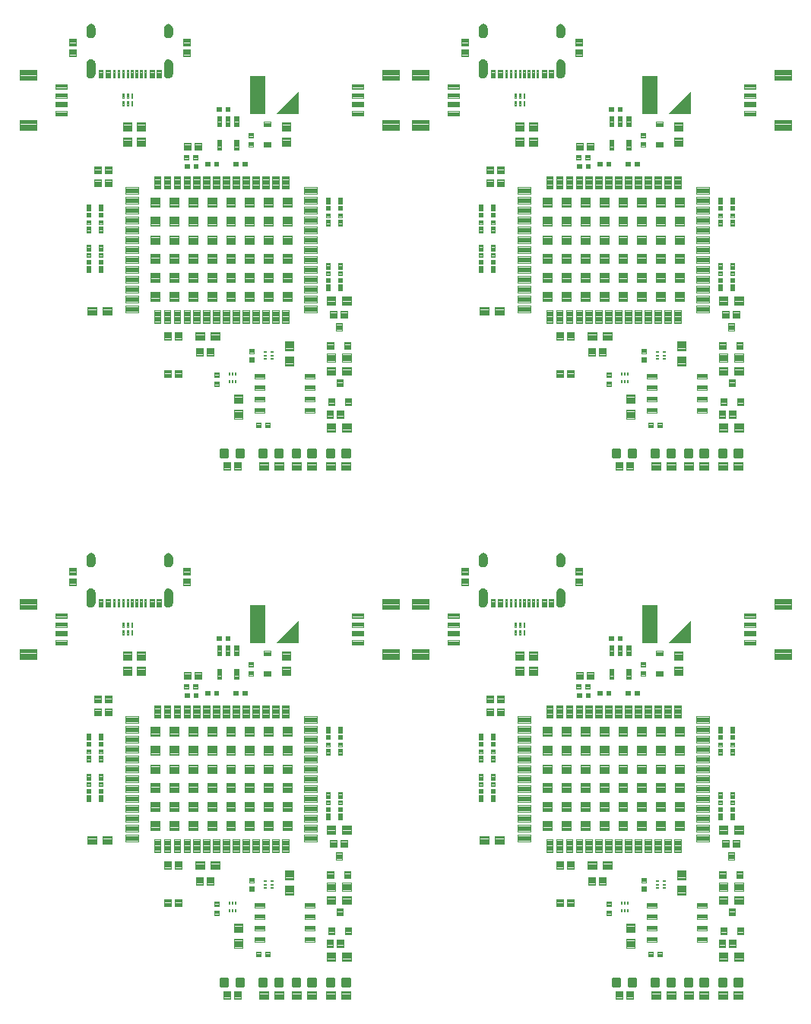
<source format=gtp>
G04 EAGLE Gerber RS-274X export*
G75*
%MOMM*%
%FSLAX34Y34*%
%LPD*%
%INSolderpaste Top*%
%IPPOS*%
%AMOC8*
5,1,8,0,0,1.08239X$1,22.5*%
G01*
%ADD10C,0.096000*%
%ADD11C,0.102000*%
%ADD12C,0.100800*%
%ADD13C,0.100000*%
%ADD14C,0.300000*%
%ADD15C,0.099000*%
%ADD16C,0.102500*%
%ADD17C,0.104000*%
%ADD18R,0.140000X0.440000*%
%ADD19R,0.440000X0.140000*%
%ADD20R,1.700000X4.200000*%

G36*
X315106Y992766D02*
X315106Y992766D01*
X315123Y992763D01*
X315173Y992785D01*
X315224Y992800D01*
X315235Y992813D01*
X315251Y992820D01*
X315281Y992865D01*
X315316Y992905D01*
X315319Y992922D01*
X315328Y992937D01*
X315339Y993010D01*
X315339Y1017010D01*
X315327Y1017052D01*
X315324Y1017096D01*
X315308Y1017118D01*
X315300Y1017144D01*
X315267Y1017173D01*
X315241Y1017208D01*
X315215Y1017218D01*
X315195Y1017236D01*
X315151Y1017243D01*
X315111Y1017258D01*
X315084Y1017253D01*
X315057Y1017257D01*
X315016Y1017239D01*
X314974Y1017230D01*
X314938Y1017204D01*
X314929Y1017200D01*
X314925Y1017195D01*
X314914Y1017186D01*
X290914Y993186D01*
X290893Y993148D01*
X290864Y993115D01*
X290860Y993088D01*
X290847Y993064D01*
X290850Y993020D01*
X290843Y992977D01*
X290854Y992952D01*
X290856Y992924D01*
X290882Y992889D01*
X290900Y992849D01*
X290923Y992834D01*
X290939Y992812D01*
X290980Y992796D01*
X291017Y992772D01*
X291060Y992765D01*
X291069Y992762D01*
X291076Y992763D01*
X291090Y992761D01*
X315090Y992761D01*
X315106Y992766D01*
G37*
G36*
X751986Y992766D02*
X751986Y992766D01*
X752003Y992763D01*
X752053Y992785D01*
X752104Y992800D01*
X752115Y992813D01*
X752131Y992820D01*
X752161Y992865D01*
X752196Y992905D01*
X752199Y992922D01*
X752208Y992937D01*
X752219Y993010D01*
X752219Y1017010D01*
X752207Y1017052D01*
X752204Y1017096D01*
X752188Y1017118D01*
X752180Y1017144D01*
X752147Y1017173D01*
X752121Y1017208D01*
X752095Y1017218D01*
X752075Y1017236D01*
X752031Y1017243D01*
X751991Y1017258D01*
X751964Y1017253D01*
X751937Y1017257D01*
X751896Y1017239D01*
X751854Y1017230D01*
X751818Y1017204D01*
X751809Y1017200D01*
X751805Y1017195D01*
X751794Y1017186D01*
X727794Y993186D01*
X727773Y993148D01*
X727744Y993115D01*
X727740Y993088D01*
X727727Y993064D01*
X727730Y993020D01*
X727723Y992977D01*
X727734Y992952D01*
X727736Y992924D01*
X727762Y992889D01*
X727780Y992849D01*
X727803Y992834D01*
X727819Y992812D01*
X727860Y992796D01*
X727897Y992772D01*
X727940Y992765D01*
X727949Y992762D01*
X727956Y992763D01*
X727970Y992761D01*
X751970Y992761D01*
X751986Y992766D01*
G37*
G36*
X751986Y403486D02*
X751986Y403486D01*
X752003Y403483D01*
X752053Y403505D01*
X752104Y403520D01*
X752115Y403533D01*
X752131Y403540D01*
X752161Y403585D01*
X752196Y403625D01*
X752199Y403642D01*
X752208Y403657D01*
X752219Y403730D01*
X752219Y427730D01*
X752207Y427772D01*
X752204Y427816D01*
X752188Y427838D01*
X752180Y427864D01*
X752147Y427893D01*
X752121Y427928D01*
X752095Y427938D01*
X752075Y427956D01*
X752031Y427963D01*
X751991Y427978D01*
X751964Y427973D01*
X751937Y427977D01*
X751896Y427959D01*
X751854Y427950D01*
X751818Y427924D01*
X751809Y427920D01*
X751805Y427915D01*
X751794Y427906D01*
X727794Y403906D01*
X727773Y403868D01*
X727744Y403835D01*
X727740Y403808D01*
X727727Y403784D01*
X727730Y403740D01*
X727723Y403697D01*
X727734Y403672D01*
X727736Y403644D01*
X727762Y403609D01*
X727780Y403569D01*
X727803Y403554D01*
X727819Y403532D01*
X727860Y403516D01*
X727897Y403492D01*
X727940Y403485D01*
X727949Y403482D01*
X727956Y403483D01*
X727970Y403481D01*
X751970Y403481D01*
X751986Y403486D01*
G37*
G36*
X315106Y403486D02*
X315106Y403486D01*
X315123Y403483D01*
X315173Y403505D01*
X315224Y403520D01*
X315235Y403533D01*
X315251Y403540D01*
X315281Y403585D01*
X315316Y403625D01*
X315319Y403642D01*
X315328Y403657D01*
X315339Y403730D01*
X315339Y427730D01*
X315327Y427772D01*
X315324Y427816D01*
X315308Y427838D01*
X315300Y427864D01*
X315267Y427893D01*
X315241Y427928D01*
X315215Y427938D01*
X315195Y427956D01*
X315151Y427963D01*
X315111Y427978D01*
X315084Y427973D01*
X315057Y427977D01*
X315016Y427959D01*
X314974Y427950D01*
X314938Y427924D01*
X314929Y427920D01*
X314925Y427915D01*
X314914Y427906D01*
X290914Y403906D01*
X290893Y403868D01*
X290864Y403835D01*
X290860Y403808D01*
X290847Y403784D01*
X290850Y403740D01*
X290843Y403697D01*
X290854Y403672D01*
X290856Y403644D01*
X290882Y403609D01*
X290900Y403569D01*
X290923Y403554D01*
X290939Y403532D01*
X290980Y403516D01*
X291017Y403492D01*
X291060Y403485D01*
X291069Y403482D01*
X291076Y403483D01*
X291090Y403481D01*
X315090Y403481D01*
X315106Y403486D01*
G37*
G36*
X520884Y1032489D02*
X520884Y1032489D01*
X520887Y1032485D01*
X521995Y1032655D01*
X522001Y1032661D01*
X522006Y1032658D01*
X523048Y1033070D01*
X523052Y1033077D01*
X523057Y1033075D01*
X523982Y1033709D01*
X523984Y1033717D01*
X523990Y1033716D01*
X524750Y1034540D01*
X524751Y1034548D01*
X524757Y1034548D01*
X525314Y1035520D01*
X525314Y1035524D01*
X525315Y1035525D01*
X525313Y1035527D01*
X525313Y1035528D01*
X525319Y1035530D01*
X525646Y1036602D01*
X525645Y1036607D01*
X525647Y1036608D01*
X525645Y1036611D01*
X525648Y1036613D01*
X525729Y1037730D01*
X525728Y1037733D01*
X525729Y1037734D01*
X525729Y1049734D01*
X525724Y1049741D01*
X525728Y1049745D01*
X525509Y1050689D01*
X525503Y1050695D01*
X525505Y1050700D01*
X525082Y1051572D01*
X525074Y1051575D01*
X525076Y1051581D01*
X524469Y1052337D01*
X524461Y1052339D01*
X524461Y1052345D01*
X523701Y1052946D01*
X523692Y1052946D01*
X523691Y1052952D01*
X522816Y1053370D01*
X522808Y1053368D01*
X522806Y1053373D01*
X521860Y1053586D01*
X521853Y1053582D01*
X521849Y1053587D01*
X520880Y1053583D01*
X520879Y1053583D01*
X519811Y1053564D01*
X519810Y1053564D01*
X519804Y1053560D01*
X519800Y1053563D01*
X518763Y1053307D01*
X518758Y1053300D01*
X518752Y1053303D01*
X517798Y1052822D01*
X517795Y1052815D01*
X517789Y1052816D01*
X516966Y1052135D01*
X516964Y1052127D01*
X516958Y1052127D01*
X516307Y1051280D01*
X516307Y1051272D01*
X516301Y1051271D01*
X515854Y1050300D01*
X515856Y1050292D01*
X515851Y1050290D01*
X515632Y1049244D01*
X515635Y1049237D01*
X515631Y1049234D01*
X515631Y1037234D01*
X515634Y1037229D01*
X515631Y1037226D01*
X515811Y1036131D01*
X515817Y1036125D01*
X515814Y1036120D01*
X516233Y1035092D01*
X516240Y1035088D01*
X516238Y1035083D01*
X516876Y1034174D01*
X516883Y1034172D01*
X516883Y1034166D01*
X517706Y1033422D01*
X517714Y1033421D01*
X517715Y1033415D01*
X518683Y1032873D01*
X518692Y1032874D01*
X518694Y1032868D01*
X519758Y1032555D01*
X519766Y1032558D01*
X519769Y1032553D01*
X520877Y1032485D01*
X520884Y1032489D01*
G37*
G36*
X84004Y1032489D02*
X84004Y1032489D01*
X84007Y1032485D01*
X85115Y1032655D01*
X85121Y1032661D01*
X85126Y1032658D01*
X86168Y1033070D01*
X86172Y1033077D01*
X86177Y1033075D01*
X87102Y1033709D01*
X87104Y1033717D01*
X87110Y1033716D01*
X87870Y1034540D01*
X87871Y1034548D01*
X87877Y1034548D01*
X88434Y1035520D01*
X88434Y1035524D01*
X88435Y1035525D01*
X88433Y1035527D01*
X88433Y1035528D01*
X88439Y1035530D01*
X88766Y1036602D01*
X88765Y1036607D01*
X88767Y1036608D01*
X88765Y1036611D01*
X88768Y1036613D01*
X88849Y1037730D01*
X88848Y1037733D01*
X88849Y1037734D01*
X88849Y1049734D01*
X88844Y1049741D01*
X88848Y1049745D01*
X88629Y1050689D01*
X88623Y1050695D01*
X88625Y1050700D01*
X88202Y1051572D01*
X88194Y1051575D01*
X88196Y1051581D01*
X87589Y1052337D01*
X87581Y1052339D01*
X87581Y1052345D01*
X86821Y1052946D01*
X86812Y1052946D01*
X86811Y1052952D01*
X85936Y1053370D01*
X85928Y1053368D01*
X85926Y1053373D01*
X84980Y1053586D01*
X84973Y1053582D01*
X84969Y1053587D01*
X84000Y1053583D01*
X83999Y1053583D01*
X82931Y1053564D01*
X82930Y1053564D01*
X82924Y1053560D01*
X82920Y1053563D01*
X81883Y1053307D01*
X81878Y1053300D01*
X81872Y1053303D01*
X80918Y1052822D01*
X80915Y1052815D01*
X80909Y1052816D01*
X80086Y1052135D01*
X80084Y1052127D01*
X80078Y1052127D01*
X79427Y1051280D01*
X79427Y1051272D01*
X79421Y1051271D01*
X78974Y1050300D01*
X78976Y1050292D01*
X78971Y1050290D01*
X78752Y1049244D01*
X78755Y1049237D01*
X78751Y1049234D01*
X78751Y1037234D01*
X78754Y1037229D01*
X78751Y1037226D01*
X78931Y1036131D01*
X78937Y1036125D01*
X78934Y1036120D01*
X79353Y1035092D01*
X79360Y1035088D01*
X79358Y1035083D01*
X79996Y1034174D01*
X80003Y1034172D01*
X80003Y1034166D01*
X80826Y1033422D01*
X80834Y1033421D01*
X80835Y1033415D01*
X81803Y1032873D01*
X81812Y1032874D01*
X81814Y1032868D01*
X82878Y1032555D01*
X82886Y1032558D01*
X82889Y1032553D01*
X83997Y1032485D01*
X84004Y1032489D01*
G37*
G36*
X520884Y443209D02*
X520884Y443209D01*
X520887Y443205D01*
X521995Y443375D01*
X522001Y443381D01*
X522006Y443378D01*
X523048Y443790D01*
X523052Y443797D01*
X523057Y443795D01*
X523982Y444429D01*
X523984Y444437D01*
X523990Y444436D01*
X524750Y445260D01*
X524751Y445268D01*
X524757Y445268D01*
X525314Y446240D01*
X525314Y446244D01*
X525315Y446245D01*
X525313Y446247D01*
X525313Y446248D01*
X525319Y446250D01*
X525646Y447322D01*
X525645Y447327D01*
X525647Y447328D01*
X525645Y447331D01*
X525648Y447333D01*
X525729Y448450D01*
X525728Y448453D01*
X525729Y448454D01*
X525729Y460454D01*
X525724Y460461D01*
X525728Y460465D01*
X525509Y461409D01*
X525503Y461415D01*
X525505Y461420D01*
X525082Y462292D01*
X525074Y462295D01*
X525076Y462301D01*
X524469Y463057D01*
X524461Y463059D01*
X524461Y463065D01*
X523701Y463666D01*
X523692Y463666D01*
X523691Y463672D01*
X522816Y464090D01*
X522808Y464088D01*
X522806Y464093D01*
X521860Y464306D01*
X521853Y464302D01*
X521849Y464307D01*
X520880Y464303D01*
X520879Y464303D01*
X519811Y464284D01*
X519810Y464284D01*
X519804Y464280D01*
X519800Y464283D01*
X518763Y464027D01*
X518758Y464020D01*
X518752Y464023D01*
X517798Y463542D01*
X517795Y463535D01*
X517789Y463536D01*
X516966Y462855D01*
X516964Y462847D01*
X516958Y462847D01*
X516307Y462000D01*
X516307Y461992D01*
X516301Y461991D01*
X515854Y461020D01*
X515856Y461012D01*
X515851Y461010D01*
X515632Y459964D01*
X515635Y459957D01*
X515631Y459954D01*
X515631Y447954D01*
X515634Y447949D01*
X515631Y447946D01*
X515811Y446851D01*
X515817Y446845D01*
X515814Y446840D01*
X516233Y445812D01*
X516240Y445808D01*
X516238Y445803D01*
X516876Y444894D01*
X516883Y444892D01*
X516883Y444886D01*
X517706Y444142D01*
X517714Y444141D01*
X517715Y444135D01*
X518683Y443593D01*
X518692Y443594D01*
X518694Y443588D01*
X519758Y443275D01*
X519766Y443278D01*
X519769Y443273D01*
X520877Y443205D01*
X520884Y443209D01*
G37*
G36*
X84004Y443209D02*
X84004Y443209D01*
X84007Y443205D01*
X85115Y443375D01*
X85121Y443381D01*
X85126Y443378D01*
X86168Y443790D01*
X86172Y443797D01*
X86177Y443795D01*
X87102Y444429D01*
X87104Y444437D01*
X87110Y444436D01*
X87870Y445260D01*
X87871Y445268D01*
X87877Y445268D01*
X88434Y446240D01*
X88434Y446244D01*
X88435Y446245D01*
X88433Y446247D01*
X88433Y446248D01*
X88439Y446250D01*
X88766Y447322D01*
X88765Y447327D01*
X88767Y447328D01*
X88765Y447331D01*
X88768Y447333D01*
X88849Y448450D01*
X88848Y448453D01*
X88849Y448454D01*
X88849Y460454D01*
X88844Y460461D01*
X88848Y460465D01*
X88629Y461409D01*
X88623Y461415D01*
X88625Y461420D01*
X88202Y462292D01*
X88194Y462295D01*
X88196Y462301D01*
X87589Y463057D01*
X87581Y463059D01*
X87581Y463065D01*
X86821Y463666D01*
X86812Y463666D01*
X86811Y463672D01*
X85936Y464090D01*
X85928Y464088D01*
X85926Y464093D01*
X84980Y464306D01*
X84973Y464302D01*
X84969Y464307D01*
X84000Y464303D01*
X83999Y464303D01*
X82931Y464284D01*
X82930Y464284D01*
X82924Y464280D01*
X82920Y464283D01*
X81883Y464027D01*
X81878Y464020D01*
X81872Y464023D01*
X80918Y463542D01*
X80915Y463535D01*
X80909Y463536D01*
X80086Y462855D01*
X80084Y462847D01*
X80078Y462847D01*
X79427Y462000D01*
X79427Y461992D01*
X79421Y461991D01*
X78974Y461020D01*
X78976Y461012D01*
X78971Y461010D01*
X78752Y459964D01*
X78755Y459957D01*
X78751Y459954D01*
X78751Y447954D01*
X78754Y447949D01*
X78751Y447946D01*
X78931Y446851D01*
X78937Y446845D01*
X78934Y446840D01*
X79353Y445812D01*
X79360Y445808D01*
X79358Y445803D01*
X79996Y444894D01*
X80003Y444892D01*
X80003Y444886D01*
X80826Y444142D01*
X80834Y444141D01*
X80835Y444135D01*
X81803Y443593D01*
X81812Y443594D01*
X81814Y443588D01*
X82878Y443275D01*
X82886Y443278D01*
X82889Y443273D01*
X83997Y443205D01*
X84004Y443209D01*
G37*
G36*
X170502Y1032488D02*
X170502Y1032488D01*
X170506Y1032485D01*
X171551Y1032603D01*
X171557Y1032609D01*
X171562Y1032605D01*
X172556Y1032953D01*
X172560Y1032960D01*
X172565Y1032958D01*
X173457Y1033518D01*
X173460Y1033525D01*
X173465Y1033525D01*
X174209Y1034269D01*
X174211Y1034277D01*
X174216Y1034277D01*
X174776Y1035169D01*
X174776Y1035176D01*
X174777Y1035177D01*
X174781Y1035178D01*
X175129Y1036172D01*
X175126Y1036180D01*
X175131Y1036183D01*
X175249Y1037229D01*
X175247Y1037232D01*
X175249Y1037234D01*
X175249Y1049234D01*
X175246Y1049239D01*
X175249Y1049242D01*
X175091Y1050238D01*
X175085Y1050244D01*
X175088Y1050249D01*
X174713Y1051185D01*
X174706Y1051189D01*
X174708Y1051195D01*
X174134Y1052024D01*
X174126Y1052027D01*
X174127Y1052032D01*
X173383Y1052713D01*
X173374Y1052714D01*
X173374Y1052720D01*
X172497Y1053218D01*
X172489Y1053217D01*
X172486Y1053222D01*
X171521Y1053513D01*
X171513Y1053510D01*
X171510Y1053515D01*
X170503Y1053583D01*
X170501Y1053582D01*
X170500Y1053583D01*
X169419Y1053574D01*
X169412Y1053569D01*
X169408Y1053573D01*
X168356Y1053324D01*
X168351Y1053317D01*
X168346Y1053320D01*
X167376Y1052843D01*
X167373Y1052835D01*
X167367Y1052837D01*
X166528Y1052156D01*
X166526Y1052148D01*
X166520Y1052148D01*
X165854Y1051298D01*
X165853Y1051289D01*
X165848Y1051288D01*
X165387Y1050311D01*
X165389Y1050303D01*
X165384Y1050300D01*
X165152Y1049245D01*
X165155Y1049237D01*
X165151Y1049234D01*
X165151Y1037234D01*
X165155Y1037229D01*
X165151Y1037226D01*
X165344Y1036120D01*
X165350Y1036115D01*
X165347Y1036110D01*
X165780Y1035075D01*
X165787Y1035071D01*
X165785Y1035066D01*
X166438Y1034153D01*
X166446Y1034151D01*
X166445Y1034145D01*
X167284Y1033401D01*
X167293Y1033400D01*
X167293Y1033395D01*
X168277Y1032856D01*
X168285Y1032857D01*
X168287Y1032852D01*
X169366Y1032545D01*
X169374Y1032548D01*
X169377Y1032543D01*
X170497Y1032485D01*
X170502Y1032488D01*
G37*
G36*
X607382Y1032488D02*
X607382Y1032488D01*
X607386Y1032485D01*
X608431Y1032603D01*
X608437Y1032609D01*
X608442Y1032605D01*
X609436Y1032953D01*
X609440Y1032960D01*
X609445Y1032958D01*
X610337Y1033518D01*
X610340Y1033525D01*
X610345Y1033525D01*
X611089Y1034269D01*
X611091Y1034277D01*
X611096Y1034277D01*
X611656Y1035169D01*
X611656Y1035176D01*
X611657Y1035177D01*
X611661Y1035178D01*
X612009Y1036172D01*
X612006Y1036180D01*
X612011Y1036183D01*
X612129Y1037229D01*
X612127Y1037232D01*
X612129Y1037234D01*
X612129Y1049234D01*
X612126Y1049239D01*
X612129Y1049242D01*
X611971Y1050238D01*
X611965Y1050244D01*
X611968Y1050249D01*
X611593Y1051185D01*
X611586Y1051189D01*
X611588Y1051195D01*
X611014Y1052024D01*
X611006Y1052027D01*
X611007Y1052032D01*
X610263Y1052713D01*
X610254Y1052714D01*
X610254Y1052720D01*
X609377Y1053218D01*
X609369Y1053217D01*
X609366Y1053222D01*
X608401Y1053513D01*
X608393Y1053510D01*
X608390Y1053515D01*
X607383Y1053583D01*
X607381Y1053582D01*
X607380Y1053583D01*
X606299Y1053574D01*
X606292Y1053569D01*
X606288Y1053573D01*
X605236Y1053324D01*
X605231Y1053317D01*
X605226Y1053320D01*
X604256Y1052843D01*
X604253Y1052835D01*
X604247Y1052837D01*
X603408Y1052156D01*
X603406Y1052148D01*
X603400Y1052148D01*
X602734Y1051298D01*
X602733Y1051289D01*
X602728Y1051288D01*
X602267Y1050311D01*
X602269Y1050303D01*
X602264Y1050300D01*
X602032Y1049245D01*
X602035Y1049237D01*
X602031Y1049234D01*
X602031Y1037234D01*
X602035Y1037229D01*
X602031Y1037226D01*
X602224Y1036120D01*
X602230Y1036115D01*
X602227Y1036110D01*
X602660Y1035075D01*
X602667Y1035071D01*
X602665Y1035066D01*
X603318Y1034153D01*
X603326Y1034151D01*
X603325Y1034145D01*
X604164Y1033401D01*
X604173Y1033400D01*
X604173Y1033395D01*
X605157Y1032856D01*
X605165Y1032857D01*
X605167Y1032852D01*
X606246Y1032545D01*
X606254Y1032548D01*
X606257Y1032543D01*
X607377Y1032485D01*
X607382Y1032488D01*
G37*
G36*
X170502Y443208D02*
X170502Y443208D01*
X170506Y443205D01*
X171551Y443323D01*
X171557Y443329D01*
X171562Y443325D01*
X172556Y443673D01*
X172560Y443680D01*
X172565Y443678D01*
X173457Y444238D01*
X173460Y444245D01*
X173465Y444245D01*
X174209Y444989D01*
X174211Y444997D01*
X174216Y444997D01*
X174776Y445889D01*
X174776Y445896D01*
X174777Y445897D01*
X174781Y445898D01*
X175129Y446892D01*
X175126Y446900D01*
X175131Y446903D01*
X175249Y447949D01*
X175247Y447952D01*
X175249Y447954D01*
X175249Y459954D01*
X175246Y459959D01*
X175249Y459962D01*
X175091Y460958D01*
X175085Y460964D01*
X175088Y460969D01*
X174713Y461905D01*
X174706Y461909D01*
X174708Y461915D01*
X174134Y462744D01*
X174126Y462747D01*
X174127Y462752D01*
X173383Y463433D01*
X173374Y463434D01*
X173374Y463440D01*
X172497Y463938D01*
X172489Y463937D01*
X172486Y463942D01*
X171521Y464233D01*
X171513Y464230D01*
X171510Y464235D01*
X170503Y464303D01*
X170501Y464302D01*
X170500Y464303D01*
X169419Y464294D01*
X169412Y464289D01*
X169408Y464293D01*
X168356Y464044D01*
X168351Y464037D01*
X168346Y464040D01*
X167376Y463563D01*
X167373Y463555D01*
X167367Y463557D01*
X166528Y462876D01*
X166526Y462868D01*
X166520Y462868D01*
X165854Y462018D01*
X165853Y462009D01*
X165848Y462008D01*
X165387Y461031D01*
X165389Y461023D01*
X165384Y461020D01*
X165152Y459965D01*
X165155Y459957D01*
X165151Y459954D01*
X165151Y447954D01*
X165155Y447949D01*
X165151Y447946D01*
X165344Y446840D01*
X165350Y446835D01*
X165347Y446830D01*
X165780Y445795D01*
X165787Y445791D01*
X165785Y445786D01*
X166438Y444873D01*
X166446Y444871D01*
X166445Y444865D01*
X167284Y444121D01*
X167293Y444120D01*
X167293Y444115D01*
X168277Y443576D01*
X168285Y443577D01*
X168287Y443572D01*
X169366Y443265D01*
X169374Y443268D01*
X169377Y443263D01*
X170497Y443205D01*
X170502Y443208D01*
G37*
G36*
X607382Y443208D02*
X607382Y443208D01*
X607386Y443205D01*
X608431Y443323D01*
X608437Y443329D01*
X608442Y443325D01*
X609436Y443673D01*
X609440Y443680D01*
X609445Y443678D01*
X610337Y444238D01*
X610340Y444245D01*
X610345Y444245D01*
X611089Y444989D01*
X611091Y444997D01*
X611096Y444997D01*
X611656Y445889D01*
X611656Y445896D01*
X611657Y445897D01*
X611661Y445898D01*
X612009Y446892D01*
X612006Y446900D01*
X612011Y446903D01*
X612129Y447949D01*
X612127Y447952D01*
X612129Y447954D01*
X612129Y459954D01*
X612126Y459959D01*
X612129Y459962D01*
X611971Y460958D01*
X611965Y460964D01*
X611968Y460969D01*
X611593Y461905D01*
X611586Y461909D01*
X611588Y461915D01*
X611014Y462744D01*
X611006Y462747D01*
X611007Y462752D01*
X610263Y463433D01*
X610254Y463434D01*
X610254Y463440D01*
X609377Y463938D01*
X609369Y463937D01*
X609366Y463942D01*
X608401Y464233D01*
X608393Y464230D01*
X608390Y464235D01*
X607383Y464303D01*
X607381Y464302D01*
X607380Y464303D01*
X606299Y464294D01*
X606292Y464289D01*
X606288Y464293D01*
X605236Y464044D01*
X605231Y464037D01*
X605226Y464040D01*
X604256Y463563D01*
X604253Y463555D01*
X604247Y463557D01*
X603408Y462876D01*
X603406Y462868D01*
X603400Y462868D01*
X602734Y462018D01*
X602733Y462009D01*
X602728Y462008D01*
X602267Y461031D01*
X602269Y461023D01*
X602264Y461020D01*
X602032Y459965D01*
X602035Y459957D01*
X602031Y459954D01*
X602031Y447954D01*
X602035Y447949D01*
X602031Y447946D01*
X602224Y446840D01*
X602230Y446835D01*
X602227Y446830D01*
X602660Y445795D01*
X602667Y445791D01*
X602665Y445786D01*
X603318Y444873D01*
X603326Y444871D01*
X603325Y444865D01*
X604164Y444121D01*
X604173Y444120D01*
X604173Y444115D01*
X605157Y443576D01*
X605165Y443577D01*
X605167Y443572D01*
X606246Y443265D01*
X606254Y443268D01*
X606257Y443263D01*
X607377Y443205D01*
X607382Y443208D01*
G37*
G36*
X84004Y1076990D02*
X84004Y1076990D01*
X84009Y1076986D01*
X85146Y1077193D01*
X85152Y1077199D01*
X85157Y1077196D01*
X86219Y1077651D01*
X86223Y1077658D01*
X86229Y1077656D01*
X87164Y1078336D01*
X87166Y1078344D01*
X87172Y1078343D01*
X87932Y1079214D01*
X87932Y1079222D01*
X87938Y1079223D01*
X88485Y1080242D01*
X88484Y1080250D01*
X88489Y1080252D01*
X88495Y1080271D01*
X88508Y1080320D01*
X88522Y1080370D01*
X88535Y1080419D01*
X88549Y1080468D01*
X88562Y1080517D01*
X88563Y1080517D01*
X88562Y1080517D01*
X88576Y1080567D01*
X88590Y1080616D01*
X88603Y1080665D01*
X88617Y1080714D01*
X88630Y1080764D01*
X88644Y1080813D01*
X88657Y1080862D01*
X88671Y1080911D01*
X88685Y1080961D01*
X88698Y1081010D01*
X88712Y1081059D01*
X88796Y1081366D01*
X88793Y1081374D01*
X88798Y1081377D01*
X88849Y1082532D01*
X88848Y1082533D01*
X88849Y1082534D01*
X88849Y1088534D01*
X88845Y1088540D01*
X88848Y1088543D01*
X88636Y1089624D01*
X88630Y1089629D01*
X88633Y1089634D01*
X88186Y1090640D01*
X88179Y1090644D01*
X88181Y1090650D01*
X87521Y1091531D01*
X87513Y1091534D01*
X87513Y1091539D01*
X86674Y1092252D01*
X86666Y1092252D01*
X86665Y1092258D01*
X85688Y1092766D01*
X85680Y1092765D01*
X85678Y1092770D01*
X84613Y1093048D01*
X84605Y1093045D01*
X84602Y1093049D01*
X83502Y1093083D01*
X83496Y1093080D01*
X83493Y1093083D01*
X82418Y1092928D01*
X82412Y1092922D01*
X82407Y1092925D01*
X81393Y1092535D01*
X81389Y1092528D01*
X81383Y1092530D01*
X80481Y1091923D01*
X80479Y1091915D01*
X80473Y1091916D01*
X79729Y1091124D01*
X79728Y1091116D01*
X79722Y1091116D01*
X79173Y1090178D01*
X79174Y1090170D01*
X79168Y1090168D01*
X78841Y1089132D01*
X78844Y1089124D01*
X78839Y1089121D01*
X78751Y1088038D01*
X78753Y1088035D01*
X78751Y1088034D01*
X78751Y1082034D01*
X78754Y1082030D01*
X78751Y1082028D01*
X78901Y1080895D01*
X78907Y1080889D01*
X78904Y1080884D01*
X79302Y1079814D01*
X79309Y1079810D01*
X79307Y1079804D01*
X79934Y1078849D01*
X79942Y1078846D01*
X79941Y1078841D01*
X80764Y1078049D01*
X80772Y1078048D01*
X80773Y1078042D01*
X81752Y1077453D01*
X81760Y1077454D01*
X81762Y1077449D01*
X82847Y1077093D01*
X82855Y1077096D01*
X82858Y1077091D01*
X83995Y1076985D01*
X84004Y1076990D01*
G37*
G36*
X520884Y1076990D02*
X520884Y1076990D01*
X520889Y1076986D01*
X522026Y1077193D01*
X522032Y1077199D01*
X522037Y1077196D01*
X523099Y1077651D01*
X523103Y1077658D01*
X523109Y1077656D01*
X524044Y1078336D01*
X524046Y1078344D01*
X524052Y1078343D01*
X524812Y1079214D01*
X524812Y1079222D01*
X524818Y1079223D01*
X525365Y1080242D01*
X525364Y1080250D01*
X525369Y1080252D01*
X525375Y1080271D01*
X525388Y1080320D01*
X525402Y1080370D01*
X525415Y1080419D01*
X525429Y1080468D01*
X525442Y1080517D01*
X525443Y1080517D01*
X525442Y1080517D01*
X525456Y1080567D01*
X525470Y1080616D01*
X525483Y1080665D01*
X525497Y1080714D01*
X525510Y1080764D01*
X525524Y1080813D01*
X525537Y1080862D01*
X525551Y1080911D01*
X525565Y1080961D01*
X525578Y1081010D01*
X525592Y1081059D01*
X525676Y1081366D01*
X525673Y1081374D01*
X525678Y1081377D01*
X525729Y1082532D01*
X525728Y1082533D01*
X525729Y1082534D01*
X525729Y1088534D01*
X525725Y1088540D01*
X525728Y1088543D01*
X525516Y1089624D01*
X525510Y1089629D01*
X525513Y1089634D01*
X525066Y1090640D01*
X525059Y1090644D01*
X525061Y1090650D01*
X524401Y1091531D01*
X524393Y1091534D01*
X524393Y1091539D01*
X523554Y1092252D01*
X523546Y1092252D01*
X523545Y1092258D01*
X522568Y1092766D01*
X522560Y1092765D01*
X522558Y1092770D01*
X521493Y1093048D01*
X521485Y1093045D01*
X521482Y1093049D01*
X520382Y1093083D01*
X520376Y1093080D01*
X520373Y1093083D01*
X519298Y1092928D01*
X519292Y1092922D01*
X519287Y1092925D01*
X518273Y1092535D01*
X518269Y1092528D01*
X518263Y1092530D01*
X517361Y1091923D01*
X517359Y1091915D01*
X517353Y1091916D01*
X516609Y1091124D01*
X516608Y1091116D01*
X516602Y1091116D01*
X516053Y1090178D01*
X516054Y1090170D01*
X516048Y1090168D01*
X515721Y1089132D01*
X515724Y1089124D01*
X515719Y1089121D01*
X515631Y1088038D01*
X515633Y1088035D01*
X515631Y1088034D01*
X515631Y1082034D01*
X515634Y1082030D01*
X515631Y1082028D01*
X515781Y1080895D01*
X515787Y1080889D01*
X515784Y1080884D01*
X516182Y1079814D01*
X516189Y1079810D01*
X516187Y1079804D01*
X516814Y1078849D01*
X516822Y1078846D01*
X516821Y1078841D01*
X517644Y1078049D01*
X517652Y1078048D01*
X517653Y1078042D01*
X518632Y1077453D01*
X518640Y1077454D01*
X518642Y1077449D01*
X519727Y1077093D01*
X519735Y1077096D01*
X519738Y1077091D01*
X520875Y1076985D01*
X520884Y1076990D01*
G37*
G36*
X520884Y487710D02*
X520884Y487710D01*
X520889Y487706D01*
X522026Y487913D01*
X522032Y487919D01*
X522037Y487916D01*
X523099Y488371D01*
X523103Y488378D01*
X523109Y488376D01*
X524044Y489056D01*
X524046Y489064D01*
X524052Y489063D01*
X524812Y489934D01*
X524812Y489942D01*
X524818Y489943D01*
X525365Y490962D01*
X525364Y490970D01*
X525369Y490972D01*
X525375Y490991D01*
X525388Y491040D01*
X525402Y491090D01*
X525415Y491139D01*
X525429Y491188D01*
X525442Y491237D01*
X525443Y491237D01*
X525442Y491237D01*
X525456Y491287D01*
X525470Y491336D01*
X525483Y491385D01*
X525497Y491434D01*
X525510Y491484D01*
X525524Y491533D01*
X525537Y491582D01*
X525551Y491631D01*
X525565Y491681D01*
X525578Y491730D01*
X525592Y491779D01*
X525676Y492086D01*
X525673Y492094D01*
X525678Y492097D01*
X525729Y493252D01*
X525728Y493253D01*
X525729Y493254D01*
X525729Y499254D01*
X525725Y499260D01*
X525728Y499263D01*
X525516Y500344D01*
X525510Y500349D01*
X525513Y500354D01*
X525066Y501360D01*
X525059Y501364D01*
X525061Y501370D01*
X524401Y502251D01*
X524393Y502254D01*
X524393Y502259D01*
X523554Y502972D01*
X523546Y502972D01*
X523545Y502978D01*
X522568Y503486D01*
X522560Y503485D01*
X522558Y503490D01*
X521493Y503768D01*
X521485Y503765D01*
X521482Y503769D01*
X520382Y503803D01*
X520376Y503800D01*
X520373Y503803D01*
X519298Y503648D01*
X519292Y503642D01*
X519287Y503645D01*
X518273Y503255D01*
X518269Y503248D01*
X518263Y503250D01*
X517361Y502643D01*
X517359Y502635D01*
X517353Y502636D01*
X516609Y501844D01*
X516608Y501836D01*
X516602Y501836D01*
X516053Y500898D01*
X516054Y500890D01*
X516048Y500888D01*
X515721Y499852D01*
X515724Y499844D01*
X515719Y499841D01*
X515631Y498758D01*
X515633Y498755D01*
X515631Y498754D01*
X515631Y492754D01*
X515634Y492750D01*
X515631Y492748D01*
X515781Y491615D01*
X515787Y491609D01*
X515784Y491604D01*
X516182Y490534D01*
X516189Y490530D01*
X516187Y490524D01*
X516814Y489569D01*
X516822Y489566D01*
X516821Y489561D01*
X517644Y488769D01*
X517652Y488768D01*
X517653Y488762D01*
X518632Y488173D01*
X518640Y488174D01*
X518642Y488169D01*
X519727Y487813D01*
X519735Y487816D01*
X519738Y487811D01*
X520875Y487705D01*
X520884Y487710D01*
G37*
G36*
X84004Y487710D02*
X84004Y487710D01*
X84009Y487706D01*
X85146Y487913D01*
X85152Y487919D01*
X85157Y487916D01*
X86219Y488371D01*
X86223Y488378D01*
X86229Y488376D01*
X87164Y489056D01*
X87166Y489064D01*
X87172Y489063D01*
X87932Y489934D01*
X87932Y489942D01*
X87938Y489943D01*
X88485Y490962D01*
X88484Y490970D01*
X88489Y490972D01*
X88495Y490991D01*
X88508Y491040D01*
X88522Y491090D01*
X88535Y491139D01*
X88549Y491188D01*
X88562Y491237D01*
X88563Y491237D01*
X88562Y491237D01*
X88576Y491287D01*
X88590Y491336D01*
X88603Y491385D01*
X88617Y491434D01*
X88630Y491484D01*
X88644Y491533D01*
X88657Y491582D01*
X88671Y491631D01*
X88685Y491681D01*
X88698Y491730D01*
X88712Y491779D01*
X88796Y492086D01*
X88793Y492094D01*
X88798Y492097D01*
X88849Y493252D01*
X88848Y493253D01*
X88849Y493254D01*
X88849Y499254D01*
X88845Y499260D01*
X88848Y499263D01*
X88636Y500344D01*
X88630Y500349D01*
X88633Y500354D01*
X88186Y501360D01*
X88179Y501364D01*
X88181Y501370D01*
X87521Y502251D01*
X87513Y502254D01*
X87513Y502259D01*
X86674Y502972D01*
X86666Y502972D01*
X86665Y502978D01*
X85688Y503486D01*
X85680Y503485D01*
X85678Y503490D01*
X84613Y503768D01*
X84605Y503765D01*
X84602Y503769D01*
X83502Y503803D01*
X83496Y503800D01*
X83493Y503803D01*
X82418Y503648D01*
X82412Y503642D01*
X82407Y503645D01*
X81393Y503255D01*
X81389Y503248D01*
X81383Y503250D01*
X80481Y502643D01*
X80479Y502635D01*
X80473Y502636D01*
X79729Y501844D01*
X79728Y501836D01*
X79722Y501836D01*
X79173Y500898D01*
X79174Y500890D01*
X79168Y500888D01*
X78841Y499852D01*
X78844Y499844D01*
X78839Y499841D01*
X78751Y498758D01*
X78753Y498755D01*
X78751Y498754D01*
X78751Y492754D01*
X78754Y492750D01*
X78751Y492748D01*
X78901Y491615D01*
X78907Y491609D01*
X78904Y491604D01*
X79302Y490534D01*
X79309Y490530D01*
X79307Y490524D01*
X79934Y489569D01*
X79942Y489566D01*
X79941Y489561D01*
X80764Y488769D01*
X80772Y488768D01*
X80773Y488762D01*
X81752Y488173D01*
X81760Y488174D01*
X81762Y488169D01*
X82847Y487813D01*
X82855Y487816D01*
X82858Y487811D01*
X83995Y487705D01*
X84004Y487710D01*
G37*
G36*
X171142Y1077091D02*
X171142Y1077091D01*
X171148Y1077096D01*
X171153Y1077093D01*
X172238Y1077449D01*
X172243Y1077456D01*
X172248Y1077453D01*
X173227Y1078042D01*
X173230Y1078050D01*
X173236Y1078049D01*
X174059Y1078841D01*
X174060Y1078849D01*
X174066Y1078849D01*
X174693Y1079804D01*
X174692Y1079812D01*
X174698Y1079814D01*
X175096Y1080884D01*
X175094Y1080892D01*
X175099Y1080895D01*
X175249Y1082028D01*
X175246Y1082032D01*
X175249Y1082034D01*
X175249Y1088034D01*
X175246Y1088038D01*
X175249Y1088040D01*
X175099Y1089173D01*
X175093Y1089179D01*
X175096Y1089184D01*
X174698Y1090254D01*
X174691Y1090258D01*
X174693Y1090264D01*
X174066Y1091219D01*
X174058Y1091222D01*
X174059Y1091227D01*
X173236Y1092019D01*
X173228Y1092020D01*
X173227Y1092026D01*
X172248Y1092615D01*
X172240Y1092614D01*
X172238Y1092619D01*
X171153Y1092975D01*
X171145Y1092973D01*
X171142Y1092977D01*
X170005Y1093083D01*
X169998Y1093079D01*
X169994Y1093083D01*
X168906Y1092938D01*
X168900Y1092932D01*
X168895Y1092935D01*
X167867Y1092552D01*
X167862Y1092545D01*
X167857Y1092547D01*
X166940Y1091944D01*
X166937Y1091936D01*
X166931Y1091937D01*
X166171Y1091145D01*
X166170Y1091137D01*
X166164Y1091136D01*
X165600Y1090195D01*
X165601Y1090187D01*
X165595Y1090185D01*
X165254Y1089142D01*
X165256Y1089134D01*
X165252Y1089131D01*
X165151Y1088039D01*
X165153Y1088036D01*
X165151Y1088034D01*
X165151Y1082034D01*
X165153Y1082031D01*
X165151Y1082030D01*
X165252Y1080937D01*
X165257Y1080931D01*
X165254Y1080926D01*
X165595Y1079883D01*
X165602Y1079878D01*
X165600Y1079873D01*
X166164Y1078932D01*
X166172Y1078929D01*
X166171Y1078923D01*
X166931Y1078131D01*
X166939Y1078130D01*
X166940Y1078124D01*
X167857Y1077522D01*
X167865Y1077522D01*
X167867Y1077517D01*
X168895Y1077133D01*
X168903Y1077135D01*
X168906Y1077130D01*
X169994Y1076985D01*
X170001Y1076989D01*
X170005Y1076985D01*
X171142Y1077091D01*
G37*
G36*
X608022Y1077091D02*
X608022Y1077091D01*
X608028Y1077096D01*
X608033Y1077093D01*
X609118Y1077449D01*
X609123Y1077456D01*
X609128Y1077453D01*
X610107Y1078042D01*
X610110Y1078050D01*
X610116Y1078049D01*
X610939Y1078841D01*
X610940Y1078849D01*
X610946Y1078849D01*
X611573Y1079804D01*
X611572Y1079812D01*
X611578Y1079814D01*
X611976Y1080884D01*
X611974Y1080892D01*
X611979Y1080895D01*
X612129Y1082028D01*
X612126Y1082032D01*
X612129Y1082034D01*
X612129Y1088034D01*
X612126Y1088038D01*
X612129Y1088040D01*
X611979Y1089173D01*
X611973Y1089179D01*
X611976Y1089184D01*
X611578Y1090254D01*
X611571Y1090258D01*
X611573Y1090264D01*
X610946Y1091219D01*
X610938Y1091222D01*
X610939Y1091227D01*
X610116Y1092019D01*
X610108Y1092020D01*
X610107Y1092026D01*
X609128Y1092615D01*
X609120Y1092614D01*
X609118Y1092619D01*
X608033Y1092975D01*
X608025Y1092973D01*
X608022Y1092977D01*
X606885Y1093083D01*
X606878Y1093079D01*
X606874Y1093083D01*
X605786Y1092938D01*
X605780Y1092932D01*
X605775Y1092935D01*
X604747Y1092552D01*
X604742Y1092545D01*
X604737Y1092547D01*
X603820Y1091944D01*
X603817Y1091936D01*
X603811Y1091937D01*
X603051Y1091145D01*
X603050Y1091137D01*
X603044Y1091136D01*
X602480Y1090195D01*
X602481Y1090187D01*
X602475Y1090185D01*
X602134Y1089142D01*
X602136Y1089134D01*
X602132Y1089131D01*
X602031Y1088039D01*
X602033Y1088036D01*
X602031Y1088034D01*
X602031Y1082034D01*
X602033Y1082031D01*
X602031Y1082030D01*
X602132Y1080937D01*
X602137Y1080931D01*
X602134Y1080926D01*
X602475Y1079883D01*
X602482Y1079878D01*
X602480Y1079873D01*
X603044Y1078932D01*
X603052Y1078929D01*
X603051Y1078923D01*
X603811Y1078131D01*
X603819Y1078130D01*
X603820Y1078124D01*
X604737Y1077522D01*
X604745Y1077522D01*
X604747Y1077517D01*
X605775Y1077133D01*
X605783Y1077135D01*
X605786Y1077130D01*
X606874Y1076985D01*
X606881Y1076989D01*
X606885Y1076985D01*
X608022Y1077091D01*
G37*
G36*
X171142Y487811D02*
X171142Y487811D01*
X171148Y487816D01*
X171153Y487813D01*
X172238Y488169D01*
X172243Y488176D01*
X172248Y488173D01*
X173227Y488762D01*
X173230Y488770D01*
X173236Y488769D01*
X174059Y489561D01*
X174060Y489569D01*
X174066Y489569D01*
X174693Y490524D01*
X174692Y490532D01*
X174698Y490534D01*
X175096Y491604D01*
X175094Y491612D01*
X175099Y491615D01*
X175249Y492748D01*
X175246Y492752D01*
X175249Y492754D01*
X175249Y498754D01*
X175246Y498758D01*
X175249Y498760D01*
X175099Y499893D01*
X175093Y499899D01*
X175096Y499904D01*
X174698Y500974D01*
X174691Y500978D01*
X174693Y500984D01*
X174066Y501939D01*
X174058Y501942D01*
X174059Y501947D01*
X173236Y502739D01*
X173228Y502740D01*
X173227Y502746D01*
X172248Y503335D01*
X172240Y503334D01*
X172238Y503339D01*
X171153Y503695D01*
X171145Y503693D01*
X171142Y503697D01*
X170005Y503803D01*
X169998Y503799D01*
X169994Y503803D01*
X168906Y503658D01*
X168900Y503652D01*
X168895Y503655D01*
X167867Y503272D01*
X167862Y503265D01*
X167857Y503267D01*
X166940Y502664D01*
X166937Y502656D01*
X166931Y502657D01*
X166171Y501865D01*
X166170Y501857D01*
X166164Y501856D01*
X165600Y500915D01*
X165601Y500907D01*
X165595Y500905D01*
X165254Y499862D01*
X165256Y499854D01*
X165252Y499851D01*
X165151Y498759D01*
X165153Y498756D01*
X165151Y498754D01*
X165151Y492754D01*
X165153Y492751D01*
X165151Y492750D01*
X165252Y491657D01*
X165257Y491651D01*
X165254Y491646D01*
X165595Y490603D01*
X165602Y490598D01*
X165600Y490593D01*
X166164Y489652D01*
X166172Y489649D01*
X166171Y489643D01*
X166931Y488851D01*
X166939Y488850D01*
X166940Y488844D01*
X167857Y488242D01*
X167865Y488242D01*
X167867Y488237D01*
X168895Y487853D01*
X168903Y487855D01*
X168906Y487850D01*
X169994Y487705D01*
X170001Y487709D01*
X170005Y487705D01*
X171142Y487811D01*
G37*
G36*
X608022Y487811D02*
X608022Y487811D01*
X608028Y487816D01*
X608033Y487813D01*
X609118Y488169D01*
X609123Y488176D01*
X609128Y488173D01*
X610107Y488762D01*
X610110Y488770D01*
X610116Y488769D01*
X610939Y489561D01*
X610940Y489569D01*
X610946Y489569D01*
X611573Y490524D01*
X611572Y490532D01*
X611578Y490534D01*
X611976Y491604D01*
X611974Y491612D01*
X611979Y491615D01*
X612129Y492748D01*
X612126Y492752D01*
X612129Y492754D01*
X612129Y498754D01*
X612126Y498758D01*
X612129Y498760D01*
X611979Y499893D01*
X611973Y499899D01*
X611976Y499904D01*
X611578Y500974D01*
X611571Y500978D01*
X611573Y500984D01*
X610946Y501939D01*
X610938Y501942D01*
X610939Y501947D01*
X610116Y502739D01*
X610108Y502740D01*
X610107Y502746D01*
X609128Y503335D01*
X609120Y503334D01*
X609118Y503339D01*
X608033Y503695D01*
X608025Y503693D01*
X608022Y503697D01*
X606885Y503803D01*
X606878Y503799D01*
X606874Y503803D01*
X605786Y503658D01*
X605780Y503652D01*
X605775Y503655D01*
X604747Y503272D01*
X604742Y503265D01*
X604737Y503267D01*
X603820Y502664D01*
X603817Y502656D01*
X603811Y502657D01*
X603051Y501865D01*
X603050Y501857D01*
X603044Y501856D01*
X602480Y500915D01*
X602481Y500907D01*
X602475Y500905D01*
X602134Y499862D01*
X602136Y499854D01*
X602132Y499851D01*
X602031Y498759D01*
X602033Y498756D01*
X602031Y498754D01*
X602031Y492754D01*
X602033Y492751D01*
X602031Y492750D01*
X602132Y491657D01*
X602137Y491651D01*
X602134Y491646D01*
X602475Y490603D01*
X602482Y490598D01*
X602480Y490593D01*
X603044Y489652D01*
X603052Y489649D01*
X603051Y489643D01*
X603811Y488851D01*
X603819Y488850D01*
X603820Y488844D01*
X604737Y488242D01*
X604745Y488242D01*
X604747Y488237D01*
X605775Y487853D01*
X605783Y487855D01*
X605786Y487850D01*
X606874Y487705D01*
X606881Y487709D01*
X606885Y487705D01*
X608022Y487811D01*
G37*
D10*
X4530Y441580D02*
X4530Y452620D01*
X23570Y452620D01*
X23570Y441580D01*
X4530Y441580D01*
X4530Y442492D02*
X23570Y442492D01*
X23570Y443404D02*
X4530Y443404D01*
X4530Y444316D02*
X23570Y444316D01*
X23570Y445228D02*
X4530Y445228D01*
X4530Y446140D02*
X23570Y446140D01*
X23570Y447052D02*
X4530Y447052D01*
X4530Y447964D02*
X23570Y447964D01*
X23570Y448876D02*
X4530Y448876D01*
X4530Y449788D02*
X23570Y449788D01*
X23570Y450700D02*
X4530Y450700D01*
X4530Y451612D02*
X23570Y451612D01*
X23570Y452524D02*
X4530Y452524D01*
X4530Y396620D02*
X4530Y385580D01*
X4530Y396620D02*
X23570Y396620D01*
X23570Y385580D01*
X4530Y385580D01*
X4530Y386492D02*
X23570Y386492D01*
X23570Y387404D02*
X4530Y387404D01*
X4530Y388316D02*
X23570Y388316D01*
X23570Y389228D02*
X4530Y389228D01*
X4530Y390140D02*
X23570Y390140D01*
X23570Y391052D02*
X4530Y391052D01*
X4530Y391964D02*
X23570Y391964D01*
X23570Y392876D02*
X4530Y392876D01*
X4530Y393788D02*
X23570Y393788D01*
X23570Y394700D02*
X4530Y394700D01*
X4530Y395612D02*
X23570Y395612D01*
X23570Y396524D02*
X4530Y396524D01*
D11*
X44560Y431610D02*
X44560Y436590D01*
X57040Y436590D01*
X57040Y431610D01*
X44560Y431610D01*
X44560Y432579D02*
X57040Y432579D01*
X57040Y433548D02*
X44560Y433548D01*
X44560Y434517D02*
X57040Y434517D01*
X57040Y435486D02*
X44560Y435486D01*
X44560Y436455D02*
X57040Y436455D01*
X44560Y426590D02*
X44560Y421610D01*
X44560Y426590D02*
X57040Y426590D01*
X57040Y421610D01*
X44560Y421610D01*
X44560Y422579D02*
X57040Y422579D01*
X57040Y423548D02*
X44560Y423548D01*
X44560Y424517D02*
X57040Y424517D01*
X57040Y425486D02*
X44560Y425486D01*
X44560Y426455D02*
X57040Y426455D01*
X44560Y416590D02*
X44560Y411610D01*
X44560Y416590D02*
X57040Y416590D01*
X57040Y411610D01*
X44560Y411610D01*
X44560Y412579D02*
X57040Y412579D01*
X57040Y413548D02*
X44560Y413548D01*
X44560Y414517D02*
X57040Y414517D01*
X57040Y415486D02*
X44560Y415486D01*
X44560Y416455D02*
X57040Y416455D01*
X44560Y406590D02*
X44560Y401610D01*
X44560Y406590D02*
X57040Y406590D01*
X57040Y401610D01*
X44560Y401610D01*
X44560Y402579D02*
X57040Y402579D01*
X57040Y403548D02*
X44560Y403548D01*
X44560Y404517D02*
X57040Y404517D01*
X57040Y405486D02*
X44560Y405486D01*
X44560Y406455D02*
X57040Y406455D01*
X87937Y322654D02*
X95417Y322654D01*
X87937Y322654D02*
X87937Y330634D01*
X95417Y330634D01*
X95417Y322654D01*
X95417Y323623D02*
X87937Y323623D01*
X87937Y324592D02*
X95417Y324592D01*
X95417Y325561D02*
X87937Y325561D01*
X87937Y326530D02*
X95417Y326530D01*
X95417Y327499D02*
X87937Y327499D01*
X87937Y328468D02*
X95417Y328468D01*
X95417Y329437D02*
X87937Y329437D01*
X87937Y330406D02*
X95417Y330406D01*
X99537Y322654D02*
X107017Y322654D01*
X99537Y322654D02*
X99537Y330634D01*
X107017Y330634D01*
X107017Y322654D01*
X107017Y323623D02*
X99537Y323623D01*
X99537Y324592D02*
X107017Y324592D01*
X107017Y325561D02*
X99537Y325561D01*
X99537Y326530D02*
X107017Y326530D01*
X107017Y327499D02*
X99537Y327499D01*
X99537Y328468D02*
X107017Y328468D01*
X107017Y329437D02*
X99537Y329437D01*
X99537Y330406D02*
X107017Y330406D01*
X95417Y337290D02*
X87937Y337290D01*
X87937Y345270D01*
X95417Y345270D01*
X95417Y337290D01*
X95417Y338259D02*
X87937Y338259D01*
X87937Y339228D02*
X95417Y339228D01*
X95417Y340197D02*
X87937Y340197D01*
X87937Y341166D02*
X95417Y341166D01*
X95417Y342135D02*
X87937Y342135D01*
X87937Y343104D02*
X95417Y343104D01*
X95417Y344073D02*
X87937Y344073D01*
X87937Y345042D02*
X95417Y345042D01*
X99537Y337290D02*
X107017Y337290D01*
X99537Y337290D02*
X99537Y345270D01*
X107017Y345270D01*
X107017Y337290D01*
X107017Y338259D02*
X99537Y338259D01*
X99537Y339228D02*
X107017Y339228D01*
X107017Y340197D02*
X99537Y340197D01*
X99537Y341166D02*
X107017Y341166D01*
X107017Y342135D02*
X99537Y342135D01*
X99537Y343104D02*
X107017Y343104D01*
X107017Y344073D02*
X99537Y344073D01*
X99537Y345042D02*
X107017Y345042D01*
D12*
X276262Y389854D02*
X276262Y395146D01*
X283554Y395146D01*
X283554Y389854D01*
X276262Y389854D01*
X276262Y390812D02*
X283554Y390812D01*
X283554Y391770D02*
X276262Y391770D01*
X276262Y392728D02*
X283554Y392728D01*
X283554Y393686D02*
X276262Y393686D01*
X276262Y394644D02*
X283554Y394644D01*
X276262Y372146D02*
X276262Y366854D01*
X276262Y372146D02*
X283554Y372146D01*
X283554Y366854D01*
X276262Y366854D01*
X276262Y367812D02*
X283554Y367812D01*
X283554Y368770D02*
X276262Y368770D01*
X276262Y369728D02*
X283554Y369728D01*
X283554Y370686D02*
X276262Y370686D01*
X276262Y371644D02*
X283554Y371644D01*
D13*
X296744Y384500D02*
X296744Y394500D01*
X305744Y394500D01*
X305744Y384500D01*
X296744Y384500D01*
X296744Y385450D02*
X305744Y385450D01*
X305744Y386400D02*
X296744Y386400D01*
X296744Y387350D02*
X305744Y387350D01*
X305744Y388300D02*
X296744Y388300D01*
X296744Y389250D02*
X305744Y389250D01*
X305744Y390200D02*
X296744Y390200D01*
X296744Y391150D02*
X305744Y391150D01*
X305744Y392100D02*
X296744Y392100D01*
X296744Y393050D02*
X305744Y393050D01*
X305744Y394000D02*
X296744Y394000D01*
X296744Y377500D02*
X296744Y367500D01*
X296744Y377500D02*
X305744Y377500D01*
X305744Y367500D01*
X296744Y367500D01*
X296744Y368450D02*
X305744Y368450D01*
X305744Y369400D02*
X296744Y369400D01*
X296744Y370350D02*
X305744Y370350D01*
X305744Y371300D02*
X296744Y371300D01*
X296744Y372250D02*
X305744Y372250D01*
X305744Y373200D02*
X296744Y373200D01*
X296744Y374150D02*
X305744Y374150D01*
X305744Y375100D02*
X296744Y375100D01*
X296744Y376050D02*
X305744Y376050D01*
X305744Y377000D02*
X296744Y377000D01*
D14*
X246570Y28900D02*
X246570Y21900D01*
X246570Y28900D02*
X253570Y28900D01*
X253570Y21900D01*
X246570Y21900D01*
X246570Y24750D02*
X253570Y24750D01*
X253570Y27600D02*
X246570Y27600D01*
X229030Y28900D02*
X229030Y21900D01*
X229030Y28900D02*
X236030Y28900D01*
X236030Y21900D01*
X229030Y21900D01*
X229030Y24750D02*
X236030Y24750D01*
X236030Y27600D02*
X229030Y27600D01*
D11*
X231760Y7440D02*
X239240Y7440D01*
X231760Y7440D02*
X231760Y15420D01*
X239240Y15420D01*
X239240Y7440D01*
X239240Y8409D02*
X231760Y8409D01*
X231760Y9378D02*
X239240Y9378D01*
X239240Y10347D02*
X231760Y10347D01*
X231760Y11316D02*
X239240Y11316D01*
X239240Y12285D02*
X231760Y12285D01*
X231760Y13254D02*
X239240Y13254D01*
X239240Y14223D02*
X231760Y14223D01*
X231760Y15192D02*
X239240Y15192D01*
X243360Y7440D02*
X250840Y7440D01*
X243360Y7440D02*
X243360Y15420D01*
X250840Y15420D01*
X250840Y7440D01*
X250840Y8409D02*
X243360Y8409D01*
X243360Y9378D02*
X250840Y9378D01*
X250840Y10347D02*
X243360Y10347D01*
X243360Y11316D02*
X250840Y11316D01*
X250840Y12285D02*
X243360Y12285D01*
X243360Y13254D02*
X250840Y13254D01*
X250840Y14223D02*
X243360Y14223D01*
X243360Y15192D02*
X250840Y15192D01*
X120490Y452644D02*
X118510Y452644D01*
X120490Y452644D02*
X120490Y443664D01*
X118510Y443664D01*
X118510Y452644D01*
X118510Y444633D02*
X120490Y444633D01*
X120490Y445602D02*
X118510Y445602D01*
X118510Y446571D02*
X120490Y446571D01*
X120490Y447540D02*
X118510Y447540D01*
X118510Y448509D02*
X120490Y448509D01*
X120490Y449478D02*
X118510Y449478D01*
X118510Y450447D02*
X120490Y450447D01*
X120490Y451416D02*
X118510Y451416D01*
X118510Y452385D02*
X120490Y452385D01*
X123510Y452644D02*
X125490Y452644D01*
X125490Y443664D01*
X123510Y443664D01*
X123510Y452644D01*
X123510Y444633D02*
X125490Y444633D01*
X125490Y445602D02*
X123510Y445602D01*
X123510Y446571D02*
X125490Y446571D01*
X125490Y447540D02*
X123510Y447540D01*
X123510Y448509D02*
X125490Y448509D01*
X125490Y449478D02*
X123510Y449478D01*
X123510Y450447D02*
X125490Y450447D01*
X125490Y451416D02*
X123510Y451416D01*
X123510Y452385D02*
X125490Y452385D01*
X97240Y452644D02*
X92260Y452644D01*
X97240Y452644D02*
X97240Y443664D01*
X92260Y443664D01*
X92260Y452644D01*
X92260Y444633D02*
X97240Y444633D01*
X97240Y445602D02*
X92260Y445602D01*
X92260Y446571D02*
X97240Y446571D01*
X97240Y447540D02*
X92260Y447540D01*
X92260Y448509D02*
X97240Y448509D01*
X97240Y449478D02*
X92260Y449478D01*
X92260Y450447D02*
X97240Y450447D01*
X97240Y451416D02*
X92260Y451416D01*
X92260Y452385D02*
X97240Y452385D01*
X100010Y452644D02*
X104990Y452644D01*
X104990Y443664D01*
X100010Y443664D01*
X100010Y452644D01*
X100010Y444633D02*
X104990Y444633D01*
X104990Y445602D02*
X100010Y445602D01*
X100010Y446571D02*
X104990Y446571D01*
X104990Y447540D02*
X100010Y447540D01*
X100010Y448509D02*
X104990Y448509D01*
X104990Y449478D02*
X100010Y449478D01*
X100010Y450447D02*
X104990Y450447D01*
X104990Y451416D02*
X100010Y451416D01*
X100010Y452385D02*
X104990Y452385D01*
X108510Y452644D02*
X110490Y452644D01*
X110490Y443664D01*
X108510Y443664D01*
X108510Y452644D01*
X108510Y444633D02*
X110490Y444633D01*
X110490Y445602D02*
X108510Y445602D01*
X108510Y446571D02*
X110490Y446571D01*
X110490Y447540D02*
X108510Y447540D01*
X108510Y448509D02*
X110490Y448509D01*
X110490Y449478D02*
X108510Y449478D01*
X108510Y450447D02*
X110490Y450447D01*
X110490Y451416D02*
X108510Y451416D01*
X108510Y452385D02*
X110490Y452385D01*
X113510Y452644D02*
X115490Y452644D01*
X115490Y443664D01*
X113510Y443664D01*
X113510Y452644D01*
X113510Y444633D02*
X115490Y444633D01*
X115490Y445602D02*
X113510Y445602D01*
X113510Y446571D02*
X115490Y446571D01*
X115490Y447540D02*
X113510Y447540D01*
X113510Y448509D02*
X115490Y448509D01*
X115490Y449478D02*
X113510Y449478D01*
X113510Y450447D02*
X115490Y450447D01*
X115490Y451416D02*
X113510Y451416D01*
X113510Y452385D02*
X115490Y452385D01*
X133510Y443664D02*
X135490Y443664D01*
X133510Y443664D02*
X133510Y452644D01*
X135490Y452644D01*
X135490Y443664D01*
X135490Y444633D02*
X133510Y444633D01*
X133510Y445602D02*
X135490Y445602D01*
X135490Y446571D02*
X133510Y446571D01*
X133510Y447540D02*
X135490Y447540D01*
X135490Y448509D02*
X133510Y448509D01*
X133510Y449478D02*
X135490Y449478D01*
X135490Y450447D02*
X133510Y450447D01*
X133510Y451416D02*
X135490Y451416D01*
X135490Y452385D02*
X133510Y452385D01*
X130490Y443664D02*
X128510Y443664D01*
X128510Y452644D01*
X130490Y452644D01*
X130490Y443664D01*
X130490Y444633D02*
X128510Y444633D01*
X128510Y445602D02*
X130490Y445602D01*
X130490Y446571D02*
X128510Y446571D01*
X128510Y447540D02*
X130490Y447540D01*
X130490Y448509D02*
X128510Y448509D01*
X128510Y449478D02*
X130490Y449478D01*
X130490Y450447D02*
X128510Y450447D01*
X128510Y451416D02*
X130490Y451416D01*
X130490Y452385D02*
X128510Y452385D01*
X156760Y443664D02*
X161740Y443664D01*
X156760Y443664D02*
X156760Y452644D01*
X161740Y452644D01*
X161740Y443664D01*
X161740Y444633D02*
X156760Y444633D01*
X156760Y445602D02*
X161740Y445602D01*
X161740Y446571D02*
X156760Y446571D01*
X156760Y447540D02*
X161740Y447540D01*
X161740Y448509D02*
X156760Y448509D01*
X156760Y449478D02*
X161740Y449478D01*
X161740Y450447D02*
X156760Y450447D01*
X156760Y451416D02*
X161740Y451416D01*
X161740Y452385D02*
X156760Y452385D01*
X153990Y443664D02*
X149010Y443664D01*
X149010Y452644D01*
X153990Y452644D01*
X153990Y443664D01*
X153990Y444633D02*
X149010Y444633D01*
X149010Y445602D02*
X153990Y445602D01*
X153990Y446571D02*
X149010Y446571D01*
X149010Y447540D02*
X153990Y447540D01*
X153990Y448509D02*
X149010Y448509D01*
X149010Y449478D02*
X153990Y449478D01*
X153990Y450447D02*
X149010Y450447D01*
X149010Y451416D02*
X153990Y451416D01*
X153990Y452385D02*
X149010Y452385D01*
X145490Y443664D02*
X143510Y443664D01*
X143510Y452644D01*
X145490Y452644D01*
X145490Y443664D01*
X145490Y444633D02*
X143510Y444633D01*
X143510Y445602D02*
X145490Y445602D01*
X145490Y446571D02*
X143510Y446571D01*
X143510Y447540D02*
X145490Y447540D01*
X145490Y448509D02*
X143510Y448509D01*
X143510Y449478D02*
X145490Y449478D01*
X145490Y450447D02*
X143510Y450447D01*
X143510Y451416D02*
X145490Y451416D01*
X145490Y452385D02*
X143510Y452385D01*
X140490Y443664D02*
X138510Y443664D01*
X138510Y452644D01*
X140490Y452644D01*
X140490Y443664D01*
X140490Y444633D02*
X138510Y444633D01*
X138510Y445602D02*
X140490Y445602D01*
X140490Y446571D02*
X138510Y446571D01*
X138510Y447540D02*
X140490Y447540D01*
X140490Y448509D02*
X138510Y448509D01*
X138510Y449478D02*
X140490Y449478D01*
X140490Y450447D02*
X138510Y450447D01*
X138510Y451416D02*
X140490Y451416D01*
X140490Y452385D02*
X138510Y452385D01*
X201280Y134440D02*
X208760Y134440D01*
X201280Y134440D02*
X201280Y142420D01*
X208760Y142420D01*
X208760Y134440D01*
X208760Y135409D02*
X201280Y135409D01*
X201280Y136378D02*
X208760Y136378D01*
X208760Y137347D02*
X201280Y137347D01*
X201280Y138316D02*
X208760Y138316D01*
X208760Y139285D02*
X201280Y139285D01*
X201280Y140254D02*
X208760Y140254D01*
X208760Y141223D02*
X201280Y141223D01*
X201280Y142192D02*
X208760Y142192D01*
X212880Y134440D02*
X220360Y134440D01*
X212880Y134440D02*
X212880Y142420D01*
X220360Y142420D01*
X220360Y134440D01*
X220360Y135409D02*
X212880Y135409D01*
X212880Y136378D02*
X220360Y136378D01*
X220360Y137347D02*
X212880Y137347D01*
X212880Y138316D02*
X220360Y138316D01*
X220360Y139285D02*
X212880Y139285D01*
X212880Y140254D02*
X220360Y140254D01*
X220360Y141223D02*
X212880Y141223D01*
X212880Y142192D02*
X220360Y142192D01*
D15*
X243465Y400776D02*
X247975Y400776D01*
X247975Y389766D01*
X243465Y389766D01*
X243465Y400776D01*
X243465Y390706D02*
X247975Y390706D01*
X247975Y391646D02*
X243465Y391646D01*
X243465Y392586D02*
X247975Y392586D01*
X247975Y393526D02*
X243465Y393526D01*
X243465Y394466D02*
X247975Y394466D01*
X247975Y395406D02*
X243465Y395406D01*
X243465Y396346D02*
X247975Y396346D01*
X247975Y397286D02*
X243465Y397286D01*
X243465Y398226D02*
X247975Y398226D01*
X247975Y399166D02*
X243465Y399166D01*
X243465Y400106D02*
X247975Y400106D01*
X238475Y400776D02*
X233965Y400776D01*
X238475Y400776D02*
X238475Y389766D01*
X233965Y389766D01*
X233965Y400776D01*
X233965Y390706D02*
X238475Y390706D01*
X238475Y391646D02*
X233965Y391646D01*
X233965Y392586D02*
X238475Y392586D01*
X238475Y393526D02*
X233965Y393526D01*
X233965Y394466D02*
X238475Y394466D01*
X238475Y395406D02*
X233965Y395406D01*
X233965Y396346D02*
X238475Y396346D01*
X238475Y397286D02*
X233965Y397286D01*
X233965Y398226D02*
X238475Y398226D01*
X238475Y399166D02*
X233965Y399166D01*
X233965Y400106D02*
X238475Y400106D01*
X228975Y400776D02*
X224465Y400776D01*
X228975Y400776D02*
X228975Y389766D01*
X224465Y389766D01*
X224465Y400776D01*
X224465Y390706D02*
X228975Y390706D01*
X228975Y391646D02*
X224465Y391646D01*
X224465Y392586D02*
X228975Y392586D01*
X228975Y393526D02*
X224465Y393526D01*
X224465Y394466D02*
X228975Y394466D01*
X228975Y395406D02*
X224465Y395406D01*
X224465Y396346D02*
X228975Y396346D01*
X228975Y397286D02*
X224465Y397286D01*
X224465Y398226D02*
X228975Y398226D01*
X228975Y399166D02*
X224465Y399166D01*
X224465Y400106D02*
X228975Y400106D01*
X228975Y374774D02*
X224465Y374774D01*
X228975Y374774D02*
X228975Y363764D01*
X224465Y363764D01*
X224465Y374774D01*
X224465Y364704D02*
X228975Y364704D01*
X228975Y365644D02*
X224465Y365644D01*
X224465Y366584D02*
X228975Y366584D01*
X228975Y367524D02*
X224465Y367524D01*
X224465Y368464D02*
X228975Y368464D01*
X228975Y369404D02*
X224465Y369404D01*
X224465Y370344D02*
X228975Y370344D01*
X228975Y371284D02*
X224465Y371284D01*
X224465Y372224D02*
X228975Y372224D01*
X228975Y373164D02*
X224465Y373164D01*
X224465Y374104D02*
X228975Y374104D01*
X243465Y374774D02*
X247975Y374774D01*
X247975Y363764D01*
X243465Y363764D01*
X243465Y374774D01*
X243465Y364704D02*
X247975Y364704D01*
X247975Y365644D02*
X243465Y365644D01*
X243465Y366584D02*
X247975Y366584D01*
X247975Y367524D02*
X243465Y367524D01*
X243465Y368464D02*
X247975Y368464D01*
X247975Y369404D02*
X243465Y369404D01*
X243465Y370344D02*
X247975Y370344D01*
X247975Y371284D02*
X243465Y371284D01*
X243465Y372224D02*
X247975Y372224D01*
X247975Y373164D02*
X243465Y373164D01*
X243465Y374104D02*
X247975Y374104D01*
D11*
X59510Y479580D02*
X59510Y487060D01*
X67490Y487060D01*
X67490Y479580D01*
X59510Y479580D01*
X59510Y480549D02*
X67490Y480549D01*
X67490Y481518D02*
X59510Y481518D01*
X59510Y482487D02*
X67490Y482487D01*
X67490Y483456D02*
X59510Y483456D01*
X59510Y484425D02*
X67490Y484425D01*
X67490Y485394D02*
X59510Y485394D01*
X59510Y486363D02*
X67490Y486363D01*
X59510Y475460D02*
X59510Y467980D01*
X59510Y475460D02*
X67490Y475460D01*
X67490Y467980D01*
X59510Y467980D01*
X59510Y468949D02*
X67490Y468949D01*
X67490Y469918D02*
X59510Y469918D01*
X59510Y470887D02*
X67490Y470887D01*
X67490Y471856D02*
X59510Y471856D01*
X59510Y472825D02*
X67490Y472825D01*
X67490Y473794D02*
X59510Y473794D01*
X59510Y474763D02*
X67490Y474763D01*
X186510Y479580D02*
X186510Y487060D01*
X194490Y487060D01*
X194490Y479580D01*
X186510Y479580D01*
X186510Y480549D02*
X194490Y480549D01*
X194490Y481518D02*
X186510Y481518D01*
X186510Y482487D02*
X194490Y482487D01*
X194490Y483456D02*
X186510Y483456D01*
X186510Y484425D02*
X194490Y484425D01*
X194490Y485394D02*
X186510Y485394D01*
X186510Y486363D02*
X194490Y486363D01*
X186510Y475460D02*
X186510Y467980D01*
X186510Y475460D02*
X194490Y475460D01*
X194490Y467980D01*
X186510Y467980D01*
X186510Y468949D02*
X194490Y468949D01*
X194490Y469918D02*
X186510Y469918D01*
X186510Y470887D02*
X194490Y470887D01*
X194490Y471856D02*
X186510Y471856D01*
X186510Y472825D02*
X194490Y472825D01*
X194490Y473794D02*
X186510Y473794D01*
X186510Y474763D02*
X194490Y474763D01*
X223650Y406450D02*
X228630Y406450D01*
X223650Y406450D02*
X223650Y411430D01*
X228630Y411430D01*
X228630Y406450D01*
X228630Y407419D02*
X223650Y407419D01*
X223650Y408388D02*
X228630Y408388D01*
X228630Y409357D02*
X223650Y409357D01*
X223650Y410326D02*
X228630Y410326D01*
X228630Y411295D02*
X223650Y411295D01*
X233650Y406450D02*
X238630Y406450D01*
X233650Y406450D02*
X233650Y411430D01*
X238630Y411430D01*
X238630Y406450D01*
X238630Y407419D02*
X233650Y407419D01*
X233650Y408388D02*
X238630Y408388D01*
X238630Y409357D02*
X233650Y409357D01*
X233650Y410326D02*
X238630Y410326D01*
X238630Y411295D02*
X233650Y411295D01*
X264110Y372394D02*
X264110Y367414D01*
X259130Y367414D01*
X259130Y372394D01*
X264110Y372394D01*
X264110Y368383D02*
X259130Y368383D01*
X259130Y369352D02*
X264110Y369352D01*
X264110Y370321D02*
X259130Y370321D01*
X259130Y371290D02*
X264110Y371290D01*
X264110Y372259D02*
X259130Y372259D01*
X264110Y377414D02*
X264110Y382394D01*
X264110Y377414D02*
X259130Y377414D01*
X259130Y382394D01*
X264110Y382394D01*
X264110Y378383D02*
X259130Y378383D01*
X259130Y379352D02*
X264110Y379352D01*
X264110Y380321D02*
X259130Y380321D01*
X259130Y381290D02*
X264110Y381290D01*
X264110Y382259D02*
X259130Y382259D01*
D16*
X128722Y421120D02*
X128722Y426196D01*
X130198Y426196D01*
X130198Y421120D01*
X128722Y421120D01*
X128722Y422094D02*
X130198Y422094D01*
X130198Y423068D02*
X128722Y423068D01*
X128722Y424042D02*
X130198Y424042D01*
X130198Y425016D02*
X128722Y425016D01*
X128722Y425990D02*
X130198Y425990D01*
X123722Y426196D02*
X123722Y421620D01*
X123722Y426196D02*
X125198Y426196D01*
X125198Y421620D01*
X123722Y421620D01*
X123722Y422594D02*
X125198Y422594D01*
X125198Y423568D02*
X123722Y423568D01*
X123722Y424542D02*
X125198Y424542D01*
X125198Y425516D02*
X123722Y425516D01*
X118722Y426196D02*
X118722Y421620D01*
X118722Y426196D02*
X120198Y426196D01*
X120198Y421620D01*
X118722Y421620D01*
X118722Y422594D02*
X120198Y422594D01*
X120198Y423568D02*
X118722Y423568D01*
X118722Y424542D02*
X120198Y424542D01*
X120198Y425516D02*
X118722Y425516D01*
X120198Y417596D02*
X120198Y413020D01*
X118722Y413020D01*
X118722Y417596D01*
X120198Y417596D01*
X120198Y413994D02*
X118722Y413994D01*
X118722Y414968D02*
X120198Y414968D01*
X120198Y415942D02*
X118722Y415942D01*
X118722Y416916D02*
X120198Y416916D01*
X125198Y417596D02*
X125198Y413020D01*
X123722Y413020D01*
X123722Y417596D01*
X125198Y417596D01*
X125198Y413994D02*
X123722Y413994D01*
X123722Y414968D02*
X125198Y414968D01*
X125198Y415942D02*
X123722Y415942D01*
X123722Y416916D02*
X125198Y416916D01*
X130198Y417596D02*
X130198Y413020D01*
X128722Y413020D01*
X128722Y417596D01*
X130198Y417596D01*
X130198Y413994D02*
X128722Y413994D01*
X128722Y414968D02*
X130198Y414968D01*
X130198Y415942D02*
X128722Y415942D01*
X128722Y416916D02*
X130198Y416916D01*
D13*
X135200Y394500D02*
X135200Y384500D01*
X135200Y394500D02*
X144200Y394500D01*
X144200Y384500D01*
X135200Y384500D01*
X135200Y385450D02*
X144200Y385450D01*
X144200Y386400D02*
X135200Y386400D01*
X135200Y387350D02*
X144200Y387350D01*
X144200Y388300D02*
X135200Y388300D01*
X135200Y389250D02*
X144200Y389250D01*
X144200Y390200D02*
X135200Y390200D01*
X135200Y391150D02*
X144200Y391150D01*
X144200Y392100D02*
X135200Y392100D01*
X135200Y393050D02*
X144200Y393050D01*
X144200Y394000D02*
X135200Y394000D01*
X135200Y377500D02*
X135200Y367500D01*
X135200Y377500D02*
X144200Y377500D01*
X144200Y367500D01*
X135200Y367500D01*
X135200Y368450D02*
X144200Y368450D01*
X144200Y369400D02*
X135200Y369400D01*
X135200Y370350D02*
X144200Y370350D01*
X144200Y371300D02*
X135200Y371300D01*
X135200Y372250D02*
X144200Y372250D01*
X144200Y373200D02*
X135200Y373200D01*
X135200Y374150D02*
X144200Y374150D01*
X144200Y375100D02*
X135200Y375100D01*
X135200Y376050D02*
X144200Y376050D01*
X144200Y377000D02*
X135200Y377000D01*
X119960Y384500D02*
X119960Y394500D01*
X128960Y394500D01*
X128960Y384500D01*
X119960Y384500D01*
X119960Y385450D02*
X128960Y385450D01*
X128960Y386400D02*
X119960Y386400D01*
X119960Y387350D02*
X128960Y387350D01*
X128960Y388300D02*
X119960Y388300D01*
X119960Y389250D02*
X128960Y389250D01*
X128960Y390200D02*
X119960Y390200D01*
X119960Y391150D02*
X128960Y391150D01*
X128960Y392100D02*
X119960Y392100D01*
X119960Y393050D02*
X128960Y393050D01*
X128960Y394000D02*
X119960Y394000D01*
X119960Y377500D02*
X119960Y367500D01*
X119960Y377500D02*
X128960Y377500D01*
X128960Y367500D01*
X119960Y367500D01*
X119960Y368450D02*
X128960Y368450D01*
X128960Y369400D02*
X119960Y369400D01*
X119960Y370350D02*
X128960Y370350D01*
X128960Y371300D02*
X119960Y371300D01*
X119960Y372250D02*
X128960Y372250D01*
X128960Y373200D02*
X119960Y373200D01*
X119960Y374150D02*
X128960Y374150D01*
X128960Y375100D02*
X119960Y375100D01*
X119960Y376050D02*
X128960Y376050D01*
X128960Y377000D02*
X119960Y377000D01*
X270980Y6930D02*
X280980Y6930D01*
X270980Y6930D02*
X270980Y15930D01*
X280980Y15930D01*
X280980Y6930D01*
X280980Y7880D02*
X270980Y7880D01*
X270980Y8830D02*
X280980Y8830D01*
X280980Y9780D02*
X270980Y9780D01*
X270980Y10730D02*
X280980Y10730D01*
X280980Y11680D02*
X270980Y11680D01*
X270980Y12630D02*
X280980Y12630D01*
X280980Y13580D02*
X270980Y13580D01*
X270980Y14530D02*
X280980Y14530D01*
X280980Y15480D02*
X270980Y15480D01*
X287980Y6930D02*
X297980Y6930D01*
X287980Y6930D02*
X287980Y15930D01*
X297980Y15930D01*
X297980Y6930D01*
X297980Y7880D02*
X287980Y7880D01*
X287980Y8830D02*
X297980Y8830D01*
X297980Y9780D02*
X287980Y9780D01*
X287980Y10730D02*
X297980Y10730D01*
X297980Y11680D02*
X287980Y11680D01*
X287980Y12630D02*
X297980Y12630D01*
X297980Y13580D02*
X287980Y13580D01*
X287980Y14530D02*
X297980Y14530D01*
X297980Y15480D02*
X287980Y15480D01*
X345910Y6930D02*
X355910Y6930D01*
X345910Y6930D02*
X345910Y15930D01*
X355910Y15930D01*
X355910Y6930D01*
X355910Y7880D02*
X345910Y7880D01*
X345910Y8830D02*
X355910Y8830D01*
X355910Y9780D02*
X345910Y9780D01*
X345910Y10730D02*
X355910Y10730D01*
X355910Y11680D02*
X345910Y11680D01*
X345910Y12630D02*
X355910Y12630D01*
X355910Y13580D02*
X345910Y13580D01*
X345910Y14530D02*
X355910Y14530D01*
X355910Y15480D02*
X345910Y15480D01*
X362910Y6930D02*
X372910Y6930D01*
X362910Y6930D02*
X362910Y15930D01*
X372910Y15930D01*
X372910Y6930D01*
X372910Y7880D02*
X362910Y7880D01*
X362910Y8830D02*
X372910Y8830D01*
X372910Y9780D02*
X362910Y9780D01*
X362910Y10730D02*
X372910Y10730D01*
X372910Y11680D02*
X362910Y11680D01*
X362910Y12630D02*
X372910Y12630D01*
X372910Y13580D02*
X362910Y13580D01*
X362910Y14530D02*
X372910Y14530D01*
X372910Y15480D02*
X362910Y15480D01*
D14*
X289750Y21900D02*
X289750Y28900D01*
X296750Y28900D01*
X296750Y21900D01*
X289750Y21900D01*
X289750Y24750D02*
X296750Y24750D01*
X296750Y27600D02*
X289750Y27600D01*
X272210Y28900D02*
X272210Y21900D01*
X272210Y28900D02*
X279210Y28900D01*
X279210Y21900D01*
X272210Y21900D01*
X272210Y24750D02*
X279210Y24750D01*
X279210Y27600D02*
X272210Y27600D01*
X364680Y28900D02*
X364680Y21900D01*
X364680Y28900D02*
X371680Y28900D01*
X371680Y21900D01*
X364680Y21900D01*
X364680Y24750D02*
X371680Y24750D01*
X371680Y27600D02*
X364680Y27600D01*
X347140Y28900D02*
X347140Y21900D01*
X347140Y28900D02*
X354140Y28900D01*
X354140Y21900D01*
X347140Y21900D01*
X347140Y24750D02*
X354140Y24750D01*
X354140Y27600D02*
X347140Y27600D01*
D10*
X427270Y385580D02*
X427270Y396620D01*
X427270Y385580D02*
X408230Y385580D01*
X408230Y396620D01*
X427270Y396620D01*
X427270Y386492D02*
X408230Y386492D01*
X408230Y387404D02*
X427270Y387404D01*
X427270Y388316D02*
X408230Y388316D01*
X408230Y389228D02*
X427270Y389228D01*
X427270Y390140D02*
X408230Y390140D01*
X408230Y391052D02*
X427270Y391052D01*
X427270Y391964D02*
X408230Y391964D01*
X408230Y392876D02*
X427270Y392876D01*
X427270Y393788D02*
X408230Y393788D01*
X408230Y394700D02*
X427270Y394700D01*
X427270Y395612D02*
X408230Y395612D01*
X408230Y396524D02*
X427270Y396524D01*
X427270Y441580D02*
X427270Y452620D01*
X427270Y441580D02*
X408230Y441580D01*
X408230Y452620D01*
X427270Y452620D01*
X427270Y442492D02*
X408230Y442492D01*
X408230Y443404D02*
X427270Y443404D01*
X427270Y444316D02*
X408230Y444316D01*
X408230Y445228D02*
X427270Y445228D01*
X427270Y446140D02*
X408230Y446140D01*
X408230Y447052D02*
X427270Y447052D01*
X427270Y447964D02*
X408230Y447964D01*
X408230Y448876D02*
X427270Y448876D01*
X427270Y449788D02*
X408230Y449788D01*
X408230Y450700D02*
X427270Y450700D01*
X427270Y451612D02*
X408230Y451612D01*
X408230Y452524D02*
X427270Y452524D01*
D11*
X387240Y406590D02*
X387240Y401610D01*
X374760Y401610D01*
X374760Y406590D01*
X387240Y406590D01*
X387240Y402579D02*
X374760Y402579D01*
X374760Y403548D02*
X387240Y403548D01*
X387240Y404517D02*
X374760Y404517D01*
X374760Y405486D02*
X387240Y405486D01*
X387240Y406455D02*
X374760Y406455D01*
X387240Y411610D02*
X387240Y416590D01*
X387240Y411610D02*
X374760Y411610D01*
X374760Y416590D01*
X387240Y416590D01*
X387240Y412579D02*
X374760Y412579D01*
X374760Y413548D02*
X387240Y413548D01*
X387240Y414517D02*
X374760Y414517D01*
X374760Y415486D02*
X387240Y415486D01*
X387240Y416455D02*
X374760Y416455D01*
X387240Y421610D02*
X387240Y426590D01*
X387240Y421610D02*
X374760Y421610D01*
X374760Y426590D01*
X387240Y426590D01*
X387240Y422579D02*
X374760Y422579D01*
X374760Y423548D02*
X387240Y423548D01*
X387240Y424517D02*
X374760Y424517D01*
X374760Y425486D02*
X387240Y425486D01*
X387240Y426455D02*
X374760Y426455D01*
X387240Y431610D02*
X387240Y436590D01*
X387240Y431610D02*
X374760Y431610D01*
X374760Y436590D01*
X387240Y436590D01*
X387240Y432579D02*
X374760Y432579D01*
X374760Y433548D02*
X387240Y433548D01*
X387240Y434517D02*
X374760Y434517D01*
X374760Y435486D02*
X387240Y435486D01*
X387240Y436455D02*
X374760Y436455D01*
D13*
X209860Y151710D02*
X199860Y151710D01*
X199860Y160710D01*
X209860Y160710D01*
X209860Y151710D01*
X209860Y152660D02*
X199860Y152660D01*
X199860Y153610D02*
X209860Y153610D01*
X209860Y154560D02*
X199860Y154560D01*
X199860Y155510D02*
X209860Y155510D01*
X209860Y156460D02*
X199860Y156460D01*
X199860Y157410D02*
X209860Y157410D01*
X209860Y158360D02*
X199860Y158360D01*
X199860Y159310D02*
X209860Y159310D01*
X209860Y160260D02*
X199860Y160260D01*
X216860Y151710D02*
X226860Y151710D01*
X216860Y151710D02*
X216860Y160710D01*
X226860Y160710D01*
X226860Y151710D01*
X226860Y152660D02*
X216860Y152660D01*
X216860Y153610D02*
X226860Y153610D01*
X226860Y154560D02*
X216860Y154560D01*
X216860Y155510D02*
X226860Y155510D01*
X226860Y156460D02*
X216860Y156460D01*
X216860Y157410D02*
X226860Y157410D01*
X226860Y158360D02*
X216860Y158360D01*
X216860Y159310D02*
X226860Y159310D01*
X226860Y160260D02*
X216860Y160260D01*
D11*
X242700Y345490D02*
X247680Y345490D01*
X242700Y345490D02*
X242700Y350470D01*
X247680Y350470D01*
X247680Y345490D01*
X247680Y346459D02*
X242700Y346459D01*
X242700Y347428D02*
X247680Y347428D01*
X247680Y348397D02*
X242700Y348397D01*
X242700Y349366D02*
X247680Y349366D01*
X247680Y350335D02*
X242700Y350335D01*
X252700Y345490D02*
X257680Y345490D01*
X252700Y345490D02*
X252700Y350470D01*
X257680Y350470D01*
X257680Y345490D01*
X257680Y346459D02*
X252700Y346459D01*
X252700Y347428D02*
X257680Y347428D01*
X257680Y348397D02*
X252700Y348397D01*
X252700Y349366D02*
X257680Y349366D01*
X257680Y350335D02*
X252700Y350335D01*
X206644Y371274D02*
X199164Y371274D01*
X206644Y371274D02*
X206644Y363294D01*
X199164Y363294D01*
X199164Y371274D01*
X199164Y364263D02*
X206644Y364263D01*
X206644Y365232D02*
X199164Y365232D01*
X199164Y366201D02*
X206644Y366201D01*
X206644Y367170D02*
X199164Y367170D01*
X199164Y368139D02*
X206644Y368139D01*
X206644Y369108D02*
X199164Y369108D01*
X199164Y370077D02*
X206644Y370077D01*
X206644Y371046D02*
X199164Y371046D01*
X195044Y371274D02*
X187564Y371274D01*
X195044Y371274D02*
X195044Y363294D01*
X187564Y363294D01*
X187564Y371274D01*
X187564Y364263D02*
X195044Y364263D01*
X195044Y365232D02*
X187564Y365232D01*
X187564Y366201D02*
X195044Y366201D01*
X195044Y367170D02*
X187564Y367170D01*
X187564Y368139D02*
X195044Y368139D01*
X195044Y369108D02*
X187564Y369108D01*
X187564Y370077D02*
X195044Y370077D01*
X195044Y371046D02*
X187564Y371046D01*
D13*
X107167Y188650D02*
X97167Y188650D01*
X107167Y188650D02*
X107167Y179650D01*
X97167Y179650D01*
X97167Y188650D01*
X97167Y180600D02*
X107167Y180600D01*
X107167Y181550D02*
X97167Y181550D01*
X97167Y182500D02*
X107167Y182500D01*
X107167Y183450D02*
X97167Y183450D01*
X97167Y184400D02*
X107167Y184400D01*
X107167Y185350D02*
X97167Y185350D01*
X97167Y186300D02*
X107167Y186300D01*
X107167Y187250D02*
X97167Y187250D01*
X97167Y188200D02*
X107167Y188200D01*
X90167Y188650D02*
X80167Y188650D01*
X90167Y188650D02*
X90167Y179650D01*
X80167Y179650D01*
X80167Y188650D01*
X80167Y180600D02*
X90167Y180600D01*
X90167Y181550D02*
X80167Y181550D01*
X80167Y182500D02*
X90167Y182500D01*
X90167Y183450D02*
X80167Y183450D01*
X80167Y184400D02*
X90167Y184400D01*
X90167Y185350D02*
X80167Y185350D01*
X80167Y186300D02*
X90167Y186300D01*
X90167Y187250D02*
X80167Y187250D01*
X80167Y188200D02*
X90167Y188200D01*
X307810Y6930D02*
X317810Y6930D01*
X307810Y6930D02*
X307810Y15930D01*
X317810Y15930D01*
X317810Y6930D01*
X317810Y7880D02*
X307810Y7880D01*
X307810Y8830D02*
X317810Y8830D01*
X317810Y9780D02*
X307810Y9780D01*
X307810Y10730D02*
X317810Y10730D01*
X317810Y11680D02*
X307810Y11680D01*
X307810Y12630D02*
X317810Y12630D01*
X317810Y13580D02*
X307810Y13580D01*
X307810Y14530D02*
X317810Y14530D01*
X317810Y15480D02*
X307810Y15480D01*
X324810Y6930D02*
X334810Y6930D01*
X324810Y6930D02*
X324810Y15930D01*
X334810Y15930D01*
X334810Y6930D01*
X334810Y7880D02*
X324810Y7880D01*
X324810Y8830D02*
X334810Y8830D01*
X334810Y9780D02*
X324810Y9780D01*
X324810Y10730D02*
X334810Y10730D01*
X334810Y11680D02*
X324810Y11680D01*
X324810Y12630D02*
X334810Y12630D01*
X334810Y13580D02*
X324810Y13580D01*
X324810Y14530D02*
X334810Y14530D01*
X334810Y15480D02*
X324810Y15480D01*
D14*
X326580Y21900D02*
X326580Y28900D01*
X333580Y28900D01*
X333580Y21900D01*
X326580Y21900D01*
X326580Y24750D02*
X333580Y24750D01*
X333580Y27600D02*
X326580Y27600D01*
X309040Y28900D02*
X309040Y21900D01*
X309040Y28900D02*
X316040Y28900D01*
X316040Y21900D01*
X309040Y21900D01*
X309040Y24750D02*
X316040Y24750D01*
X316040Y27600D02*
X309040Y27600D01*
D11*
X173200Y152220D02*
X165720Y152220D01*
X165720Y160200D01*
X173200Y160200D01*
X173200Y152220D01*
X173200Y153189D02*
X165720Y153189D01*
X165720Y154158D02*
X173200Y154158D01*
X173200Y155127D02*
X165720Y155127D01*
X165720Y156096D02*
X173200Y156096D01*
X173200Y157065D02*
X165720Y157065D01*
X165720Y158034D02*
X173200Y158034D01*
X173200Y159003D02*
X165720Y159003D01*
X165720Y159972D02*
X173200Y159972D01*
X177320Y152220D02*
X184800Y152220D01*
X177320Y152220D02*
X177320Y160200D01*
X184800Y160200D01*
X184800Y152220D01*
X184800Y153189D02*
X177320Y153189D01*
X177320Y154158D02*
X184800Y154158D01*
X184800Y155127D02*
X177320Y155127D01*
X177320Y156096D02*
X184800Y156096D01*
X184800Y157065D02*
X177320Y157065D01*
X177320Y158034D02*
X184800Y158034D01*
X184800Y159003D02*
X177320Y159003D01*
X177320Y159972D02*
X184800Y159972D01*
D13*
X363316Y58696D02*
X373316Y58696D01*
X373316Y49696D01*
X363316Y49696D01*
X363316Y58696D01*
X363316Y50646D02*
X373316Y50646D01*
X373316Y51596D02*
X363316Y51596D01*
X363316Y52546D02*
X373316Y52546D01*
X373316Y53496D02*
X363316Y53496D01*
X363316Y54446D02*
X373316Y54446D01*
X373316Y55396D02*
X363316Y55396D01*
X363316Y56346D02*
X373316Y56346D01*
X373316Y57296D02*
X363316Y57296D01*
X363316Y58246D02*
X373316Y58246D01*
X356316Y58696D02*
X346316Y58696D01*
X356316Y58696D02*
X356316Y49696D01*
X346316Y49696D01*
X346316Y58696D01*
X346316Y50646D02*
X356316Y50646D01*
X356316Y51596D02*
X346316Y51596D01*
X346316Y52546D02*
X356316Y52546D01*
X356316Y53496D02*
X346316Y53496D01*
X346316Y54446D02*
X356316Y54446D01*
X356316Y55396D02*
X346316Y55396D01*
X346316Y56346D02*
X356316Y56346D01*
X356316Y57296D02*
X346316Y57296D01*
X346316Y58246D02*
X356316Y58246D01*
X363316Y121780D02*
X373316Y121780D01*
X373316Y112780D01*
X363316Y112780D01*
X363316Y121780D01*
X363316Y113730D02*
X373316Y113730D01*
X373316Y114680D02*
X363316Y114680D01*
X363316Y115630D02*
X373316Y115630D01*
X373316Y116580D02*
X363316Y116580D01*
X363316Y117530D02*
X373316Y117530D01*
X373316Y118480D02*
X363316Y118480D01*
X363316Y119430D02*
X373316Y119430D01*
X373316Y120380D02*
X363316Y120380D01*
X363316Y121330D02*
X373316Y121330D01*
X356316Y121780D02*
X346316Y121780D01*
X356316Y121780D02*
X356316Y112780D01*
X346316Y112780D01*
X346316Y121780D01*
X346316Y113730D02*
X356316Y113730D01*
X356316Y114680D02*
X346316Y114680D01*
X346316Y115630D02*
X356316Y115630D01*
X356316Y116580D02*
X346316Y116580D01*
X346316Y117530D02*
X356316Y117530D01*
X356316Y118480D02*
X346316Y118480D01*
X346316Y119430D02*
X356316Y119430D01*
X356316Y120380D02*
X346316Y120380D01*
X346316Y121330D02*
X356316Y121330D01*
X363316Y136810D02*
X373316Y136810D01*
X373316Y127810D01*
X363316Y127810D01*
X363316Y136810D01*
X363316Y128760D02*
X373316Y128760D01*
X373316Y129710D02*
X363316Y129710D01*
X363316Y130660D02*
X373316Y130660D01*
X373316Y131610D02*
X363316Y131610D01*
X363316Y132560D02*
X373316Y132560D01*
X373316Y133510D02*
X363316Y133510D01*
X363316Y134460D02*
X373316Y134460D01*
X373316Y135410D02*
X363316Y135410D01*
X363316Y136360D02*
X373316Y136360D01*
X356316Y136810D02*
X346316Y136810D01*
X356316Y136810D02*
X356316Y127810D01*
X346316Y127810D01*
X346316Y136810D01*
X346316Y128760D02*
X356316Y128760D01*
X356316Y129710D02*
X346316Y129710D01*
X346316Y130660D02*
X356316Y130660D01*
X356316Y131610D02*
X346316Y131610D01*
X346316Y132560D02*
X356316Y132560D01*
X356316Y133510D02*
X346316Y133510D01*
X346316Y134460D02*
X356316Y134460D01*
X356316Y135410D02*
X346316Y135410D01*
X346316Y136360D02*
X356316Y136360D01*
X363316Y199850D02*
X373316Y199850D01*
X373316Y190850D01*
X363316Y190850D01*
X363316Y199850D01*
X363316Y191800D02*
X373316Y191800D01*
X373316Y192750D02*
X363316Y192750D01*
X363316Y193700D02*
X373316Y193700D01*
X373316Y194650D02*
X363316Y194650D01*
X363316Y195600D02*
X373316Y195600D01*
X373316Y196550D02*
X363316Y196550D01*
X363316Y197500D02*
X373316Y197500D01*
X373316Y198450D02*
X363316Y198450D01*
X363316Y199400D02*
X373316Y199400D01*
X356316Y199850D02*
X346316Y199850D01*
X356316Y199850D02*
X356316Y190850D01*
X346316Y190850D01*
X346316Y199850D01*
X346316Y191800D02*
X356316Y191800D01*
X356316Y192750D02*
X346316Y192750D01*
X346316Y193700D02*
X356316Y193700D01*
X356316Y194650D02*
X346316Y194650D01*
X346316Y195600D02*
X356316Y195600D01*
X356316Y196550D02*
X346316Y196550D01*
X346316Y197500D02*
X356316Y197500D01*
X356316Y198450D02*
X346316Y198450D01*
X346316Y199400D02*
X356316Y199400D01*
D11*
X361876Y184110D02*
X369356Y184110D01*
X369356Y176130D01*
X361876Y176130D01*
X361876Y184110D01*
X361876Y177099D02*
X369356Y177099D01*
X369356Y178068D02*
X361876Y178068D01*
X361876Y179037D02*
X369356Y179037D01*
X369356Y180006D02*
X361876Y180006D01*
X361876Y180975D02*
X369356Y180975D01*
X369356Y181944D02*
X361876Y181944D01*
X361876Y182913D02*
X369356Y182913D01*
X369356Y183882D02*
X361876Y183882D01*
X357756Y184110D02*
X350276Y184110D01*
X357756Y184110D02*
X357756Y176130D01*
X350276Y176130D01*
X350276Y184110D01*
X350276Y177099D02*
X357756Y177099D01*
X357756Y178068D02*
X350276Y178068D01*
X350276Y179037D02*
X357756Y179037D01*
X357756Y180006D02*
X350276Y180006D01*
X350276Y180975D02*
X357756Y180975D01*
X357756Y181944D02*
X350276Y181944D01*
X350276Y182913D02*
X357756Y182913D01*
X357756Y183882D02*
X350276Y183882D01*
X357812Y72922D02*
X365292Y72922D01*
X365292Y64942D01*
X357812Y64942D01*
X357812Y72922D01*
X357812Y65911D02*
X365292Y65911D01*
X365292Y66880D02*
X357812Y66880D01*
X357812Y67849D02*
X365292Y67849D01*
X365292Y68818D02*
X357812Y68818D01*
X357812Y69787D02*
X365292Y69787D01*
X365292Y70756D02*
X357812Y70756D01*
X357812Y71725D02*
X365292Y71725D01*
X365292Y72694D02*
X357812Y72694D01*
X353692Y72922D02*
X346212Y72922D01*
X353692Y72922D02*
X353692Y64942D01*
X346212Y64942D01*
X346212Y72922D01*
X346212Y65911D02*
X353692Y65911D01*
X353692Y66880D02*
X346212Y66880D01*
X346212Y67849D02*
X353692Y67849D01*
X353692Y68818D02*
X346212Y68818D01*
X346212Y69787D02*
X353692Y69787D01*
X353692Y70756D02*
X346212Y70756D01*
X346212Y71725D02*
X353692Y71725D01*
X353692Y72694D02*
X346212Y72694D01*
D17*
X348106Y79164D02*
X355066Y79164D01*
X348106Y79164D02*
X348106Y87124D01*
X355066Y87124D01*
X355066Y79164D01*
X355066Y80152D02*
X348106Y80152D01*
X348106Y81140D02*
X355066Y81140D01*
X355066Y82128D02*
X348106Y82128D01*
X348106Y83116D02*
X355066Y83116D01*
X355066Y84104D02*
X348106Y84104D01*
X348106Y85092D02*
X355066Y85092D01*
X355066Y86080D02*
X348106Y86080D01*
X348106Y87068D02*
X355066Y87068D01*
X367106Y79164D02*
X374066Y79164D01*
X367106Y79164D02*
X367106Y87124D01*
X374066Y87124D01*
X374066Y79164D01*
X374066Y80152D02*
X367106Y80152D01*
X367106Y81140D02*
X374066Y81140D01*
X374066Y82128D02*
X367106Y82128D01*
X367106Y83116D02*
X374066Y83116D01*
X374066Y84104D02*
X367106Y84104D01*
X367106Y85092D02*
X374066Y85092D01*
X374066Y86080D02*
X367106Y86080D01*
X367106Y87068D02*
X374066Y87068D01*
X364566Y100164D02*
X357606Y100164D01*
X357606Y108124D01*
X364566Y108124D01*
X364566Y100164D01*
X364566Y101152D02*
X357606Y101152D01*
X357606Y102140D02*
X364566Y102140D01*
X364566Y103128D02*
X357606Y103128D01*
X357606Y104116D02*
X364566Y104116D01*
X364566Y105104D02*
X357606Y105104D01*
X357606Y106092D02*
X364566Y106092D01*
X364566Y107080D02*
X357606Y107080D01*
X357606Y108068D02*
X364566Y108068D01*
D13*
X243354Y91322D02*
X243354Y81322D01*
X243354Y91322D02*
X252354Y91322D01*
X252354Y81322D01*
X243354Y81322D01*
X243354Y82272D02*
X252354Y82272D01*
X252354Y83222D02*
X243354Y83222D01*
X243354Y84172D02*
X252354Y84172D01*
X252354Y85122D02*
X243354Y85122D01*
X243354Y86072D02*
X252354Y86072D01*
X252354Y87022D02*
X243354Y87022D01*
X243354Y87972D02*
X252354Y87972D01*
X252354Y88922D02*
X243354Y88922D01*
X243354Y89872D02*
X252354Y89872D01*
X252354Y90822D02*
X243354Y90822D01*
X243354Y74322D02*
X243354Y64322D01*
X243354Y74322D02*
X252354Y74322D01*
X252354Y64322D01*
X243354Y64322D01*
X243354Y65272D02*
X252354Y65272D01*
X252354Y66222D02*
X243354Y66222D01*
X243354Y67172D02*
X252354Y67172D01*
X252354Y68122D02*
X243354Y68122D01*
X243354Y69072D02*
X252354Y69072D01*
X252354Y70022D02*
X243354Y70022D01*
X243354Y70972D02*
X252354Y70972D01*
X252354Y71922D02*
X243354Y71922D01*
X243354Y72872D02*
X252354Y72872D01*
X252354Y73822D02*
X243354Y73822D01*
X309250Y123308D02*
X309250Y133308D01*
X309250Y123308D02*
X300250Y123308D01*
X300250Y133308D01*
X309250Y133308D01*
X309250Y124258D02*
X300250Y124258D01*
X300250Y125208D02*
X309250Y125208D01*
X309250Y126158D02*
X300250Y126158D01*
X300250Y127108D02*
X309250Y127108D01*
X309250Y128058D02*
X300250Y128058D01*
X300250Y129008D02*
X309250Y129008D01*
X309250Y129958D02*
X300250Y129958D01*
X300250Y130908D02*
X309250Y130908D01*
X309250Y131858D02*
X300250Y131858D01*
X300250Y132808D02*
X309250Y132808D01*
X309250Y140308D02*
X309250Y150308D01*
X309250Y140308D02*
X300250Y140308D01*
X300250Y150308D01*
X309250Y150308D01*
X309250Y141258D02*
X300250Y141258D01*
X300250Y142208D02*
X309250Y142208D01*
X309250Y143158D02*
X300250Y143158D01*
X300250Y144108D02*
X309250Y144108D01*
X309250Y145058D02*
X300250Y145058D01*
X300250Y146008D02*
X309250Y146008D01*
X309250Y146958D02*
X300250Y146958D01*
X300250Y147908D02*
X309250Y147908D01*
X309250Y148858D02*
X300250Y148858D01*
X300250Y149808D02*
X309250Y149808D01*
D11*
X332916Y76002D02*
X332916Y71022D01*
X321936Y71022D01*
X321936Y76002D01*
X332916Y76002D01*
X332916Y71991D02*
X321936Y71991D01*
X321936Y72960D02*
X332916Y72960D01*
X332916Y73929D02*
X321936Y73929D01*
X321936Y74898D02*
X332916Y74898D01*
X332916Y75867D02*
X321936Y75867D01*
X332916Y83722D02*
X332916Y88702D01*
X332916Y83722D02*
X321936Y83722D01*
X321936Y88702D01*
X332916Y88702D01*
X332916Y84691D02*
X321936Y84691D01*
X321936Y85660D02*
X332916Y85660D01*
X332916Y86629D02*
X321936Y86629D01*
X321936Y87598D02*
X332916Y87598D01*
X332916Y88567D02*
X321936Y88567D01*
X332916Y96422D02*
X332916Y101402D01*
X332916Y96422D02*
X321936Y96422D01*
X321936Y101402D01*
X332916Y101402D01*
X332916Y97391D02*
X321936Y97391D01*
X321936Y98360D02*
X332916Y98360D01*
X332916Y99329D02*
X321936Y99329D01*
X321936Y100298D02*
X332916Y100298D01*
X332916Y101267D02*
X321936Y101267D01*
X332916Y109122D02*
X332916Y114102D01*
X332916Y109122D02*
X321936Y109122D01*
X321936Y114102D01*
X332916Y114102D01*
X332916Y110091D02*
X321936Y110091D01*
X321936Y111060D02*
X332916Y111060D01*
X332916Y112029D02*
X321936Y112029D01*
X321936Y112998D02*
X332916Y112998D01*
X332916Y113967D02*
X321936Y113967D01*
X276916Y114102D02*
X276916Y109122D01*
X265936Y109122D01*
X265936Y114102D01*
X276916Y114102D01*
X276916Y110091D02*
X265936Y110091D01*
X265936Y111060D02*
X276916Y111060D01*
X276916Y112029D02*
X265936Y112029D01*
X265936Y112998D02*
X276916Y112998D01*
X276916Y113967D02*
X265936Y113967D01*
X276916Y101402D02*
X276916Y96422D01*
X265936Y96422D01*
X265936Y101402D01*
X276916Y101402D01*
X276916Y97391D02*
X265936Y97391D01*
X265936Y98360D02*
X276916Y98360D01*
X276916Y99329D02*
X265936Y99329D01*
X265936Y100298D02*
X276916Y100298D01*
X276916Y101267D02*
X265936Y101267D01*
X276916Y88702D02*
X276916Y83722D01*
X265936Y83722D01*
X265936Y88702D01*
X276916Y88702D01*
X276916Y84691D02*
X265936Y84691D01*
X265936Y85660D02*
X276916Y85660D01*
X276916Y86629D02*
X265936Y86629D01*
X265936Y87598D02*
X276916Y87598D01*
X276916Y88567D02*
X265936Y88567D01*
X276916Y76002D02*
X276916Y71022D01*
X265936Y71022D01*
X265936Y76002D01*
X276916Y76002D01*
X276916Y71991D02*
X265936Y71991D01*
X265936Y72960D02*
X276916Y72960D01*
X276916Y73929D02*
X265936Y73929D01*
X265936Y74898D02*
X276916Y74898D01*
X276916Y75867D02*
X265936Y75867D01*
X268100Y54660D02*
X273080Y54660D01*
X268100Y54660D02*
X268100Y59640D01*
X273080Y59640D01*
X273080Y54660D01*
X273080Y55629D02*
X268100Y55629D01*
X268100Y56598D02*
X273080Y56598D01*
X273080Y57567D02*
X268100Y57567D01*
X268100Y58536D02*
X273080Y58536D01*
X273080Y59505D02*
X268100Y59505D01*
X278100Y54660D02*
X283080Y54660D01*
X278100Y54660D02*
X278100Y59640D01*
X283080Y59640D01*
X283080Y54660D01*
X283080Y55629D02*
X278100Y55629D01*
X278100Y56598D02*
X283080Y56598D01*
X283080Y57567D02*
X278100Y57567D01*
X278100Y58536D02*
X283080Y58536D01*
X283080Y59505D02*
X278100Y59505D01*
D17*
X346836Y141430D02*
X353796Y141430D01*
X346836Y141430D02*
X346836Y149390D01*
X353796Y149390D01*
X353796Y141430D01*
X353796Y142418D02*
X346836Y142418D01*
X346836Y143406D02*
X353796Y143406D01*
X353796Y144394D02*
X346836Y144394D01*
X346836Y145382D02*
X353796Y145382D01*
X353796Y146370D02*
X346836Y146370D01*
X346836Y147358D02*
X353796Y147358D01*
X353796Y148346D02*
X346836Y148346D01*
X346836Y149334D02*
X353796Y149334D01*
X365836Y141430D02*
X372796Y141430D01*
X365836Y141430D02*
X365836Y149390D01*
X372796Y149390D01*
X372796Y141430D01*
X372796Y142418D02*
X365836Y142418D01*
X365836Y143406D02*
X372796Y143406D01*
X372796Y144394D02*
X365836Y144394D01*
X365836Y145382D02*
X372796Y145382D01*
X372796Y146370D02*
X365836Y146370D01*
X365836Y147358D02*
X372796Y147358D01*
X372796Y148346D02*
X365836Y148346D01*
X365836Y149334D02*
X372796Y149334D01*
X363296Y162430D02*
X356336Y162430D01*
X356336Y170390D01*
X363296Y170390D01*
X363296Y162430D01*
X363296Y163418D02*
X356336Y163418D01*
X356336Y164406D02*
X363296Y164406D01*
X363296Y165394D02*
X356336Y165394D01*
X356336Y166382D02*
X363296Y166382D01*
X363296Y167370D02*
X356336Y167370D01*
X356336Y168358D02*
X363296Y168358D01*
X363296Y169346D02*
X356336Y169346D01*
X356336Y170334D02*
X363296Y170334D01*
D11*
X265380Y132110D02*
X265380Y127130D01*
X260400Y127130D01*
X260400Y132110D01*
X265380Y132110D01*
X265380Y128099D02*
X260400Y128099D01*
X260400Y129068D02*
X265380Y129068D01*
X265380Y130037D02*
X260400Y130037D01*
X260400Y131006D02*
X265380Y131006D01*
X265380Y131975D02*
X260400Y131975D01*
X265380Y137130D02*
X265380Y142110D01*
X265380Y137130D02*
X260400Y137130D01*
X260400Y142110D01*
X265380Y142110D01*
X265380Y138099D02*
X260400Y138099D01*
X260400Y139068D02*
X265380Y139068D01*
X265380Y140037D02*
X260400Y140037D01*
X260400Y141006D02*
X265380Y141006D01*
X265380Y141975D02*
X260400Y141975D01*
X221282Y115538D02*
X221282Y110558D01*
X221282Y115538D02*
X226262Y115538D01*
X226262Y110558D01*
X221282Y110558D01*
X221282Y111527D02*
X226262Y111527D01*
X226262Y112496D02*
X221282Y112496D01*
X221282Y113465D02*
X226262Y113465D01*
X226262Y114434D02*
X221282Y114434D01*
X221282Y115403D02*
X226262Y115403D01*
X221282Y105538D02*
X221282Y100558D01*
X221282Y105538D02*
X226262Y105538D01*
X226262Y100558D01*
X221282Y100558D01*
X221282Y101527D02*
X226262Y101527D01*
X226262Y102496D02*
X221282Y102496D01*
X221282Y103465D02*
X226262Y103465D01*
X226262Y104434D02*
X221282Y104434D01*
X221282Y105403D02*
X226262Y105403D01*
X192816Y352856D02*
X187836Y352856D01*
X187836Y357836D01*
X192816Y357836D01*
X192816Y352856D01*
X192816Y353825D02*
X187836Y353825D01*
X187836Y354794D02*
X192816Y354794D01*
X192816Y355763D02*
X187836Y355763D01*
X187836Y356732D02*
X192816Y356732D01*
X192816Y357701D02*
X187836Y357701D01*
X197836Y352856D02*
X202816Y352856D01*
X197836Y352856D02*
X197836Y357836D01*
X202816Y357836D01*
X202816Y352856D01*
X202816Y353825D02*
X197836Y353825D01*
X197836Y354794D02*
X202816Y354794D01*
X202816Y355763D02*
X197836Y355763D01*
X197836Y356732D02*
X202816Y356732D01*
X202816Y357701D02*
X197836Y357701D01*
D15*
X79175Y302525D02*
X79175Y295515D01*
X79175Y302525D02*
X83685Y302525D01*
X83685Y295515D01*
X79175Y295515D01*
X79175Y296455D02*
X83685Y296455D01*
X83685Y297395D02*
X79175Y297395D01*
X79175Y298335D02*
X83685Y298335D01*
X83685Y299275D02*
X79175Y299275D01*
X79175Y300215D02*
X83685Y300215D01*
X83685Y301155D02*
X79175Y301155D01*
X79175Y302095D02*
X83685Y302095D01*
D13*
X79180Y293020D02*
X79180Y289020D01*
X79180Y293020D02*
X83680Y293020D01*
X83680Y289020D01*
X79180Y289020D01*
X79180Y289970D02*
X83680Y289970D01*
X83680Y290920D02*
X79180Y290920D01*
X79180Y291870D02*
X83680Y291870D01*
X83680Y292820D02*
X79180Y292820D01*
X79180Y285020D02*
X79180Y281020D01*
X79180Y285020D02*
X83680Y285020D01*
X83680Y281020D01*
X79180Y281020D01*
X79180Y281970D02*
X83680Y281970D01*
X83680Y282920D02*
X79180Y282920D01*
X79180Y283870D02*
X83680Y283870D01*
X83680Y284820D02*
X79180Y284820D01*
D15*
X79175Y278525D02*
X79175Y271515D01*
X79175Y278525D02*
X83685Y278525D01*
X83685Y271515D01*
X79175Y271515D01*
X79175Y272455D02*
X83685Y272455D01*
X83685Y273395D02*
X79175Y273395D01*
X79175Y274335D02*
X83685Y274335D01*
X83685Y275275D02*
X79175Y275275D01*
X79175Y276215D02*
X83685Y276215D01*
X83685Y277155D02*
X79175Y277155D01*
X79175Y278095D02*
X83685Y278095D01*
X92175Y278525D02*
X92175Y271515D01*
X92175Y278525D02*
X96685Y278525D01*
X96685Y271515D01*
X92175Y271515D01*
X92175Y272455D02*
X96685Y272455D01*
X96685Y273395D02*
X92175Y273395D01*
X92175Y274335D02*
X96685Y274335D01*
X96685Y275275D02*
X92175Y275275D01*
X92175Y276215D02*
X96685Y276215D01*
X96685Y277155D02*
X92175Y277155D01*
X92175Y278095D02*
X96685Y278095D01*
D13*
X92180Y281020D02*
X92180Y285020D01*
X96680Y285020D01*
X96680Y281020D01*
X92180Y281020D01*
X92180Y281970D02*
X96680Y281970D01*
X96680Y282920D02*
X92180Y282920D01*
X92180Y283870D02*
X96680Y283870D01*
X96680Y284820D02*
X92180Y284820D01*
X92180Y289020D02*
X92180Y293020D01*
X96680Y293020D01*
X96680Y289020D01*
X92180Y289020D01*
X92180Y289970D02*
X96680Y289970D01*
X96680Y290920D02*
X92180Y290920D01*
X92180Y291870D02*
X96680Y291870D01*
X96680Y292820D02*
X92180Y292820D01*
D15*
X92175Y295515D02*
X92175Y302525D01*
X96685Y302525D01*
X96685Y295515D01*
X92175Y295515D01*
X92175Y296455D02*
X96685Y296455D01*
X96685Y297395D02*
X92175Y297395D01*
X92175Y298335D02*
X96685Y298335D01*
X96685Y299275D02*
X92175Y299275D01*
X92175Y300215D02*
X96685Y300215D01*
X96685Y301155D02*
X92175Y301155D01*
X92175Y302095D02*
X96685Y302095D01*
X79175Y258075D02*
X79175Y251065D01*
X79175Y258075D02*
X83685Y258075D01*
X83685Y251065D01*
X79175Y251065D01*
X79175Y252005D02*
X83685Y252005D01*
X83685Y252945D02*
X79175Y252945D01*
X79175Y253885D02*
X83685Y253885D01*
X83685Y254825D02*
X79175Y254825D01*
X79175Y255765D02*
X83685Y255765D01*
X83685Y256705D02*
X79175Y256705D01*
X79175Y257645D02*
X83685Y257645D01*
D13*
X79180Y248570D02*
X79180Y244570D01*
X79180Y248570D02*
X83680Y248570D01*
X83680Y244570D01*
X79180Y244570D01*
X79180Y245520D02*
X83680Y245520D01*
X83680Y246470D02*
X79180Y246470D01*
X79180Y247420D02*
X83680Y247420D01*
X83680Y248370D02*
X79180Y248370D01*
X79180Y240570D02*
X79180Y236570D01*
X79180Y240570D02*
X83680Y240570D01*
X83680Y236570D01*
X79180Y236570D01*
X79180Y237520D02*
X83680Y237520D01*
X83680Y238470D02*
X79180Y238470D01*
X79180Y239420D02*
X83680Y239420D01*
X83680Y240370D02*
X79180Y240370D01*
D15*
X79175Y234075D02*
X79175Y227065D01*
X79175Y234075D02*
X83685Y234075D01*
X83685Y227065D01*
X79175Y227065D01*
X79175Y228005D02*
X83685Y228005D01*
X83685Y228945D02*
X79175Y228945D01*
X79175Y229885D02*
X83685Y229885D01*
X83685Y230825D02*
X79175Y230825D01*
X79175Y231765D02*
X83685Y231765D01*
X83685Y232705D02*
X79175Y232705D01*
X79175Y233645D02*
X83685Y233645D01*
X92175Y234075D02*
X92175Y227065D01*
X92175Y234075D02*
X96685Y234075D01*
X96685Y227065D01*
X92175Y227065D01*
X92175Y228005D02*
X96685Y228005D01*
X96685Y228945D02*
X92175Y228945D01*
X92175Y229885D02*
X96685Y229885D01*
X96685Y230825D02*
X92175Y230825D01*
X92175Y231765D02*
X96685Y231765D01*
X96685Y232705D02*
X92175Y232705D01*
X92175Y233645D02*
X96685Y233645D01*
D13*
X92180Y236570D02*
X92180Y240570D01*
X96680Y240570D01*
X96680Y236570D01*
X92180Y236570D01*
X92180Y237520D02*
X96680Y237520D01*
X96680Y238470D02*
X92180Y238470D01*
X92180Y239420D02*
X96680Y239420D01*
X96680Y240370D02*
X92180Y240370D01*
X92180Y244570D02*
X92180Y248570D01*
X96680Y248570D01*
X96680Y244570D01*
X92180Y244570D01*
X92180Y245520D02*
X96680Y245520D01*
X96680Y246470D02*
X92180Y246470D01*
X92180Y247420D02*
X96680Y247420D01*
X96680Y248370D02*
X92180Y248370D01*
D15*
X92175Y251065D02*
X92175Y258075D01*
X96685Y258075D01*
X96685Y251065D01*
X92175Y251065D01*
X92175Y252005D02*
X96685Y252005D01*
X96685Y252945D02*
X92175Y252945D01*
X92175Y253885D02*
X96685Y253885D01*
X96685Y254825D02*
X92175Y254825D01*
X92175Y255765D02*
X96685Y255765D01*
X96685Y256705D02*
X92175Y256705D01*
X92175Y257645D02*
X96685Y257645D01*
X345875Y303135D02*
X345875Y310145D01*
X350385Y310145D01*
X350385Y303135D01*
X345875Y303135D01*
X345875Y304075D02*
X350385Y304075D01*
X350385Y305015D02*
X345875Y305015D01*
X345875Y305955D02*
X350385Y305955D01*
X350385Y306895D02*
X345875Y306895D01*
X345875Y307835D02*
X350385Y307835D01*
X350385Y308775D02*
X345875Y308775D01*
X345875Y309715D02*
X350385Y309715D01*
D13*
X345880Y300640D02*
X345880Y296640D01*
X345880Y300640D02*
X350380Y300640D01*
X350380Y296640D01*
X345880Y296640D01*
X345880Y297590D02*
X350380Y297590D01*
X350380Y298540D02*
X345880Y298540D01*
X345880Y299490D02*
X350380Y299490D01*
X350380Y300440D02*
X345880Y300440D01*
X345880Y292640D02*
X345880Y288640D01*
X345880Y292640D02*
X350380Y292640D01*
X350380Y288640D01*
X345880Y288640D01*
X345880Y289590D02*
X350380Y289590D01*
X350380Y290540D02*
X345880Y290540D01*
X345880Y291490D02*
X350380Y291490D01*
X350380Y292440D02*
X345880Y292440D01*
D15*
X345875Y286145D02*
X345875Y279135D01*
X345875Y286145D02*
X350385Y286145D01*
X350385Y279135D01*
X345875Y279135D01*
X345875Y280075D02*
X350385Y280075D01*
X350385Y281015D02*
X345875Y281015D01*
X345875Y281955D02*
X350385Y281955D01*
X350385Y282895D02*
X345875Y282895D01*
X345875Y283835D02*
X350385Y283835D01*
X350385Y284775D02*
X345875Y284775D01*
X345875Y285715D02*
X350385Y285715D01*
X358875Y286145D02*
X358875Y279135D01*
X358875Y286145D02*
X363385Y286145D01*
X363385Y279135D01*
X358875Y279135D01*
X358875Y280075D02*
X363385Y280075D01*
X363385Y281015D02*
X358875Y281015D01*
X358875Y281955D02*
X363385Y281955D01*
X363385Y282895D02*
X358875Y282895D01*
X358875Y283835D02*
X363385Y283835D01*
X363385Y284775D02*
X358875Y284775D01*
X358875Y285715D02*
X363385Y285715D01*
D13*
X358880Y288640D02*
X358880Y292640D01*
X363380Y292640D01*
X363380Y288640D01*
X358880Y288640D01*
X358880Y289590D02*
X363380Y289590D01*
X363380Y290540D02*
X358880Y290540D01*
X358880Y291490D02*
X363380Y291490D01*
X363380Y292440D02*
X358880Y292440D01*
X358880Y296640D02*
X358880Y300640D01*
X363380Y300640D01*
X363380Y296640D01*
X358880Y296640D01*
X358880Y297590D02*
X363380Y297590D01*
X363380Y298540D02*
X358880Y298540D01*
X358880Y299490D02*
X363380Y299490D01*
X363380Y300440D02*
X358880Y300440D01*
D15*
X358875Y303135D02*
X358875Y310145D01*
X363385Y310145D01*
X363385Y303135D01*
X358875Y303135D01*
X358875Y304075D02*
X363385Y304075D01*
X363385Y305015D02*
X358875Y305015D01*
X358875Y305955D02*
X363385Y305955D01*
X363385Y306895D02*
X358875Y306895D01*
X358875Y307835D02*
X363385Y307835D01*
X363385Y308775D02*
X358875Y308775D01*
X358875Y309715D02*
X363385Y309715D01*
X345875Y237755D02*
X345875Y230745D01*
X345875Y237755D02*
X350385Y237755D01*
X350385Y230745D01*
X345875Y230745D01*
X345875Y231685D02*
X350385Y231685D01*
X350385Y232625D02*
X345875Y232625D01*
X345875Y233565D02*
X350385Y233565D01*
X350385Y234505D02*
X345875Y234505D01*
X345875Y235445D02*
X350385Y235445D01*
X350385Y236385D02*
X345875Y236385D01*
X345875Y237325D02*
X350385Y237325D01*
D13*
X345880Y228250D02*
X345880Y224250D01*
X345880Y228250D02*
X350380Y228250D01*
X350380Y224250D01*
X345880Y224250D01*
X345880Y225200D02*
X350380Y225200D01*
X350380Y226150D02*
X345880Y226150D01*
X345880Y227100D02*
X350380Y227100D01*
X350380Y228050D02*
X345880Y228050D01*
X345880Y220250D02*
X345880Y216250D01*
X345880Y220250D02*
X350380Y220250D01*
X350380Y216250D01*
X345880Y216250D01*
X345880Y217200D02*
X350380Y217200D01*
X350380Y218150D02*
X345880Y218150D01*
X345880Y219100D02*
X350380Y219100D01*
X350380Y220050D02*
X345880Y220050D01*
D15*
X345875Y213755D02*
X345875Y206745D01*
X345875Y213755D02*
X350385Y213755D01*
X350385Y206745D01*
X345875Y206745D01*
X345875Y207685D02*
X350385Y207685D01*
X350385Y208625D02*
X345875Y208625D01*
X345875Y209565D02*
X350385Y209565D01*
X350385Y210505D02*
X345875Y210505D01*
X345875Y211445D02*
X350385Y211445D01*
X350385Y212385D02*
X345875Y212385D01*
X345875Y213325D02*
X350385Y213325D01*
X358875Y213755D02*
X358875Y206745D01*
X358875Y213755D02*
X363385Y213755D01*
X363385Y206745D01*
X358875Y206745D01*
X358875Y207685D02*
X363385Y207685D01*
X363385Y208625D02*
X358875Y208625D01*
X358875Y209565D02*
X363385Y209565D01*
X363385Y210505D02*
X358875Y210505D01*
X358875Y211445D02*
X363385Y211445D01*
X363385Y212385D02*
X358875Y212385D01*
X358875Y213325D02*
X363385Y213325D01*
D13*
X358880Y216250D02*
X358880Y220250D01*
X363380Y220250D01*
X363380Y216250D01*
X358880Y216250D01*
X358880Y217200D02*
X363380Y217200D01*
X363380Y218150D02*
X358880Y218150D01*
X358880Y219100D02*
X363380Y219100D01*
X363380Y220050D02*
X358880Y220050D01*
X358880Y224250D02*
X358880Y228250D01*
X363380Y228250D01*
X363380Y224250D01*
X358880Y224250D01*
X358880Y225200D02*
X363380Y225200D01*
X363380Y226150D02*
X358880Y226150D01*
X358880Y227100D02*
X363380Y227100D01*
X363380Y228050D02*
X358880Y228050D01*
D15*
X358875Y230745D02*
X358875Y237755D01*
X363385Y237755D01*
X363385Y230745D01*
X358875Y230745D01*
X358875Y231685D02*
X363385Y231685D01*
X363385Y232625D02*
X358875Y232625D01*
X358875Y233565D02*
X363385Y233565D01*
X363385Y234505D02*
X358875Y234505D01*
X358875Y235445D02*
X363385Y235445D01*
X363385Y236385D02*
X358875Y236385D01*
X358875Y237325D02*
X363385Y237325D01*
D11*
X184800Y118290D02*
X177320Y118290D01*
X184800Y118290D02*
X184800Y110310D01*
X177320Y110310D01*
X177320Y118290D01*
X177320Y111279D02*
X184800Y111279D01*
X184800Y112248D02*
X177320Y112248D01*
X177320Y113217D02*
X184800Y113217D01*
X184800Y114186D02*
X177320Y114186D01*
X177320Y115155D02*
X184800Y115155D01*
X184800Y116124D02*
X177320Y116124D01*
X177320Y117093D02*
X184800Y117093D01*
X184800Y118062D02*
X177320Y118062D01*
X173200Y118290D02*
X165720Y118290D01*
X173200Y118290D02*
X173200Y110310D01*
X165720Y110310D01*
X165720Y118290D01*
X165720Y111279D02*
X173200Y111279D01*
X173200Y112248D02*
X165720Y112248D01*
X165720Y113217D02*
X173200Y113217D01*
X173200Y114186D02*
X165720Y114186D01*
X165720Y115155D02*
X173200Y115155D01*
X173200Y116124D02*
X165720Y116124D01*
X165720Y117093D02*
X173200Y117093D01*
X173200Y118062D02*
X165720Y118062D01*
D18*
X238368Y105410D03*
X241868Y105410D03*
X245368Y105410D03*
X238368Y113710D03*
X241868Y113710D03*
X245368Y113710D03*
D19*
X285940Y131020D03*
X285940Y134520D03*
X285940Y138020D03*
X277640Y131020D03*
X277640Y134520D03*
X277640Y138020D03*
D20*
X269790Y424530D03*
D17*
X160960Y170820D02*
X154000Y170820D01*
X154000Y184780D01*
X160960Y184780D01*
X160960Y170820D01*
X160960Y171808D02*
X154000Y171808D01*
X154000Y172796D02*
X160960Y172796D01*
X160960Y173784D02*
X154000Y173784D01*
X154000Y174772D02*
X160960Y174772D01*
X160960Y175760D02*
X154000Y175760D01*
X154000Y176748D02*
X160960Y176748D01*
X160960Y177736D02*
X154000Y177736D01*
X154000Y178724D02*
X160960Y178724D01*
X160960Y179712D02*
X154000Y179712D01*
X154000Y180700D02*
X160960Y180700D01*
X160960Y181688D02*
X154000Y181688D01*
X154000Y182676D02*
X160960Y182676D01*
X160960Y183664D02*
X154000Y183664D01*
X154000Y184652D02*
X160960Y184652D01*
X165000Y170820D02*
X171960Y170820D01*
X165000Y170820D02*
X165000Y184780D01*
X171960Y184780D01*
X171960Y170820D01*
X171960Y171808D02*
X165000Y171808D01*
X165000Y172796D02*
X171960Y172796D01*
X171960Y173784D02*
X165000Y173784D01*
X165000Y174772D02*
X171960Y174772D01*
X171960Y175760D02*
X165000Y175760D01*
X165000Y176748D02*
X171960Y176748D01*
X171960Y177736D02*
X165000Y177736D01*
X165000Y178724D02*
X171960Y178724D01*
X171960Y179712D02*
X165000Y179712D01*
X165000Y180700D02*
X171960Y180700D01*
X171960Y181688D02*
X165000Y181688D01*
X165000Y182676D02*
X171960Y182676D01*
X171960Y183664D02*
X165000Y183664D01*
X165000Y184652D02*
X171960Y184652D01*
X176000Y170820D02*
X182960Y170820D01*
X176000Y170820D02*
X176000Y184780D01*
X182960Y184780D01*
X182960Y170820D01*
X182960Y171808D02*
X176000Y171808D01*
X176000Y172796D02*
X182960Y172796D01*
X182960Y173784D02*
X176000Y173784D01*
X176000Y174772D02*
X182960Y174772D01*
X182960Y175760D02*
X176000Y175760D01*
X176000Y176748D02*
X182960Y176748D01*
X182960Y177736D02*
X176000Y177736D01*
X176000Y178724D02*
X182960Y178724D01*
X182960Y179712D02*
X176000Y179712D01*
X176000Y180700D02*
X182960Y180700D01*
X182960Y181688D02*
X176000Y181688D01*
X176000Y182676D02*
X182960Y182676D01*
X182960Y183664D02*
X176000Y183664D01*
X176000Y184652D02*
X182960Y184652D01*
X187000Y170820D02*
X193960Y170820D01*
X187000Y170820D02*
X187000Y184780D01*
X193960Y184780D01*
X193960Y170820D01*
X193960Y171808D02*
X187000Y171808D01*
X187000Y172796D02*
X193960Y172796D01*
X193960Y173784D02*
X187000Y173784D01*
X187000Y174772D02*
X193960Y174772D01*
X193960Y175760D02*
X187000Y175760D01*
X187000Y176748D02*
X193960Y176748D01*
X193960Y177736D02*
X187000Y177736D01*
X187000Y178724D02*
X193960Y178724D01*
X193960Y179712D02*
X187000Y179712D01*
X187000Y180700D02*
X193960Y180700D01*
X193960Y181688D02*
X187000Y181688D01*
X187000Y182676D02*
X193960Y182676D01*
X193960Y183664D02*
X187000Y183664D01*
X187000Y184652D02*
X193960Y184652D01*
X198000Y170820D02*
X204960Y170820D01*
X198000Y170820D02*
X198000Y184780D01*
X204960Y184780D01*
X204960Y170820D01*
X204960Y171808D02*
X198000Y171808D01*
X198000Y172796D02*
X204960Y172796D01*
X204960Y173784D02*
X198000Y173784D01*
X198000Y174772D02*
X204960Y174772D01*
X204960Y175760D02*
X198000Y175760D01*
X198000Y176748D02*
X204960Y176748D01*
X204960Y177736D02*
X198000Y177736D01*
X198000Y178724D02*
X204960Y178724D01*
X204960Y179712D02*
X198000Y179712D01*
X198000Y180700D02*
X204960Y180700D01*
X204960Y181688D02*
X198000Y181688D01*
X198000Y182676D02*
X204960Y182676D01*
X204960Y183664D02*
X198000Y183664D01*
X198000Y184652D02*
X204960Y184652D01*
X209000Y170820D02*
X215960Y170820D01*
X209000Y170820D02*
X209000Y184780D01*
X215960Y184780D01*
X215960Y170820D01*
X215960Y171808D02*
X209000Y171808D01*
X209000Y172796D02*
X215960Y172796D01*
X215960Y173784D02*
X209000Y173784D01*
X209000Y174772D02*
X215960Y174772D01*
X215960Y175760D02*
X209000Y175760D01*
X209000Y176748D02*
X215960Y176748D01*
X215960Y177736D02*
X209000Y177736D01*
X209000Y178724D02*
X215960Y178724D01*
X215960Y179712D02*
X209000Y179712D01*
X209000Y180700D02*
X215960Y180700D01*
X215960Y181688D02*
X209000Y181688D01*
X209000Y182676D02*
X215960Y182676D01*
X215960Y183664D02*
X209000Y183664D01*
X209000Y184652D02*
X215960Y184652D01*
X220000Y170820D02*
X226960Y170820D01*
X220000Y170820D02*
X220000Y184780D01*
X226960Y184780D01*
X226960Y170820D01*
X226960Y171808D02*
X220000Y171808D01*
X220000Y172796D02*
X226960Y172796D01*
X226960Y173784D02*
X220000Y173784D01*
X220000Y174772D02*
X226960Y174772D01*
X226960Y175760D02*
X220000Y175760D01*
X220000Y176748D02*
X226960Y176748D01*
X226960Y177736D02*
X220000Y177736D01*
X220000Y178724D02*
X226960Y178724D01*
X226960Y179712D02*
X220000Y179712D01*
X220000Y180700D02*
X226960Y180700D01*
X226960Y181688D02*
X220000Y181688D01*
X220000Y182676D02*
X226960Y182676D01*
X226960Y183664D02*
X220000Y183664D01*
X220000Y184652D02*
X226960Y184652D01*
X231000Y170820D02*
X237960Y170820D01*
X231000Y170820D02*
X231000Y184780D01*
X237960Y184780D01*
X237960Y170820D01*
X237960Y171808D02*
X231000Y171808D01*
X231000Y172796D02*
X237960Y172796D01*
X237960Y173784D02*
X231000Y173784D01*
X231000Y174772D02*
X237960Y174772D01*
X237960Y175760D02*
X231000Y175760D01*
X231000Y176748D02*
X237960Y176748D01*
X237960Y177736D02*
X231000Y177736D01*
X231000Y178724D02*
X237960Y178724D01*
X237960Y179712D02*
X231000Y179712D01*
X231000Y180700D02*
X237960Y180700D01*
X237960Y181688D02*
X231000Y181688D01*
X231000Y182676D02*
X237960Y182676D01*
X237960Y183664D02*
X231000Y183664D01*
X231000Y184652D02*
X237960Y184652D01*
X242000Y170820D02*
X248960Y170820D01*
X242000Y170820D02*
X242000Y184780D01*
X248960Y184780D01*
X248960Y170820D01*
X248960Y171808D02*
X242000Y171808D01*
X242000Y172796D02*
X248960Y172796D01*
X248960Y173784D02*
X242000Y173784D01*
X242000Y174772D02*
X248960Y174772D01*
X248960Y175760D02*
X242000Y175760D01*
X242000Y176748D02*
X248960Y176748D01*
X248960Y177736D02*
X242000Y177736D01*
X242000Y178724D02*
X248960Y178724D01*
X248960Y179712D02*
X242000Y179712D01*
X242000Y180700D02*
X248960Y180700D01*
X248960Y181688D02*
X242000Y181688D01*
X242000Y182676D02*
X248960Y182676D01*
X248960Y183664D02*
X242000Y183664D01*
X242000Y184652D02*
X248960Y184652D01*
X253000Y170820D02*
X259960Y170820D01*
X253000Y170820D02*
X253000Y184780D01*
X259960Y184780D01*
X259960Y170820D01*
X259960Y171808D02*
X253000Y171808D01*
X253000Y172796D02*
X259960Y172796D01*
X259960Y173784D02*
X253000Y173784D01*
X253000Y174772D02*
X259960Y174772D01*
X259960Y175760D02*
X253000Y175760D01*
X253000Y176748D02*
X259960Y176748D01*
X259960Y177736D02*
X253000Y177736D01*
X253000Y178724D02*
X259960Y178724D01*
X259960Y179712D02*
X253000Y179712D01*
X253000Y180700D02*
X259960Y180700D01*
X259960Y181688D02*
X253000Y181688D01*
X253000Y182676D02*
X259960Y182676D01*
X259960Y183664D02*
X253000Y183664D01*
X253000Y184652D02*
X259960Y184652D01*
X264000Y170820D02*
X270960Y170820D01*
X264000Y170820D02*
X264000Y184780D01*
X270960Y184780D01*
X270960Y170820D01*
X270960Y171808D02*
X264000Y171808D01*
X264000Y172796D02*
X270960Y172796D01*
X270960Y173784D02*
X264000Y173784D01*
X264000Y174772D02*
X270960Y174772D01*
X270960Y175760D02*
X264000Y175760D01*
X264000Y176748D02*
X270960Y176748D01*
X270960Y177736D02*
X264000Y177736D01*
X264000Y178724D02*
X270960Y178724D01*
X270960Y179712D02*
X264000Y179712D01*
X264000Y180700D02*
X270960Y180700D01*
X270960Y181688D02*
X264000Y181688D01*
X264000Y182676D02*
X270960Y182676D01*
X270960Y183664D02*
X264000Y183664D01*
X264000Y184652D02*
X270960Y184652D01*
X275000Y170820D02*
X281960Y170820D01*
X275000Y170820D02*
X275000Y184780D01*
X281960Y184780D01*
X281960Y170820D01*
X281960Y171808D02*
X275000Y171808D01*
X275000Y172796D02*
X281960Y172796D01*
X281960Y173784D02*
X275000Y173784D01*
X275000Y174772D02*
X281960Y174772D01*
X281960Y175760D02*
X275000Y175760D01*
X275000Y176748D02*
X281960Y176748D01*
X281960Y177736D02*
X275000Y177736D01*
X275000Y178724D02*
X281960Y178724D01*
X281960Y179712D02*
X275000Y179712D01*
X275000Y180700D02*
X281960Y180700D01*
X281960Y181688D02*
X275000Y181688D01*
X275000Y182676D02*
X281960Y182676D01*
X281960Y183664D02*
X275000Y183664D01*
X275000Y184652D02*
X281960Y184652D01*
X286000Y170820D02*
X292960Y170820D01*
X286000Y170820D02*
X286000Y184780D01*
X292960Y184780D01*
X292960Y170820D01*
X292960Y171808D02*
X286000Y171808D01*
X286000Y172796D02*
X292960Y172796D01*
X292960Y173784D02*
X286000Y173784D01*
X286000Y174772D02*
X292960Y174772D01*
X292960Y175760D02*
X286000Y175760D01*
X286000Y176748D02*
X292960Y176748D01*
X292960Y177736D02*
X286000Y177736D01*
X286000Y178724D02*
X292960Y178724D01*
X292960Y179712D02*
X286000Y179712D01*
X286000Y180700D02*
X292960Y180700D01*
X292960Y181688D02*
X286000Y181688D01*
X286000Y182676D02*
X292960Y182676D01*
X292960Y183664D02*
X286000Y183664D01*
X286000Y184652D02*
X292960Y184652D01*
X297000Y170820D02*
X303960Y170820D01*
X297000Y170820D02*
X297000Y184780D01*
X303960Y184780D01*
X303960Y170820D01*
X303960Y171808D02*
X297000Y171808D01*
X297000Y172796D02*
X303960Y172796D01*
X303960Y173784D02*
X297000Y173784D01*
X297000Y174772D02*
X303960Y174772D01*
X303960Y175760D02*
X297000Y175760D01*
X297000Y176748D02*
X303960Y176748D01*
X303960Y177736D02*
X297000Y177736D01*
X297000Y178724D02*
X303960Y178724D01*
X303960Y179712D02*
X297000Y179712D01*
X297000Y180700D02*
X303960Y180700D01*
X303960Y181688D02*
X297000Y181688D01*
X297000Y182676D02*
X303960Y182676D01*
X303960Y183664D02*
X297000Y183664D01*
X297000Y184652D02*
X303960Y184652D01*
X160960Y320320D02*
X154000Y320320D01*
X154000Y334280D01*
X160960Y334280D01*
X160960Y320320D01*
X160960Y321308D02*
X154000Y321308D01*
X154000Y322296D02*
X160960Y322296D01*
X160960Y323284D02*
X154000Y323284D01*
X154000Y324272D02*
X160960Y324272D01*
X160960Y325260D02*
X154000Y325260D01*
X154000Y326248D02*
X160960Y326248D01*
X160960Y327236D02*
X154000Y327236D01*
X154000Y328224D02*
X160960Y328224D01*
X160960Y329212D02*
X154000Y329212D01*
X154000Y330200D02*
X160960Y330200D01*
X160960Y331188D02*
X154000Y331188D01*
X154000Y332176D02*
X160960Y332176D01*
X160960Y333164D02*
X154000Y333164D01*
X154000Y334152D02*
X160960Y334152D01*
X165000Y320320D02*
X171960Y320320D01*
X165000Y320320D02*
X165000Y334280D01*
X171960Y334280D01*
X171960Y320320D01*
X171960Y321308D02*
X165000Y321308D01*
X165000Y322296D02*
X171960Y322296D01*
X171960Y323284D02*
X165000Y323284D01*
X165000Y324272D02*
X171960Y324272D01*
X171960Y325260D02*
X165000Y325260D01*
X165000Y326248D02*
X171960Y326248D01*
X171960Y327236D02*
X165000Y327236D01*
X165000Y328224D02*
X171960Y328224D01*
X171960Y329212D02*
X165000Y329212D01*
X165000Y330200D02*
X171960Y330200D01*
X171960Y331188D02*
X165000Y331188D01*
X165000Y332176D02*
X171960Y332176D01*
X171960Y333164D02*
X165000Y333164D01*
X165000Y334152D02*
X171960Y334152D01*
X176000Y320320D02*
X182960Y320320D01*
X176000Y320320D02*
X176000Y334280D01*
X182960Y334280D01*
X182960Y320320D01*
X182960Y321308D02*
X176000Y321308D01*
X176000Y322296D02*
X182960Y322296D01*
X182960Y323284D02*
X176000Y323284D01*
X176000Y324272D02*
X182960Y324272D01*
X182960Y325260D02*
X176000Y325260D01*
X176000Y326248D02*
X182960Y326248D01*
X182960Y327236D02*
X176000Y327236D01*
X176000Y328224D02*
X182960Y328224D01*
X182960Y329212D02*
X176000Y329212D01*
X176000Y330200D02*
X182960Y330200D01*
X182960Y331188D02*
X176000Y331188D01*
X176000Y332176D02*
X182960Y332176D01*
X182960Y333164D02*
X176000Y333164D01*
X176000Y334152D02*
X182960Y334152D01*
X187000Y320320D02*
X193960Y320320D01*
X187000Y320320D02*
X187000Y334280D01*
X193960Y334280D01*
X193960Y320320D01*
X193960Y321308D02*
X187000Y321308D01*
X187000Y322296D02*
X193960Y322296D01*
X193960Y323284D02*
X187000Y323284D01*
X187000Y324272D02*
X193960Y324272D01*
X193960Y325260D02*
X187000Y325260D01*
X187000Y326248D02*
X193960Y326248D01*
X193960Y327236D02*
X187000Y327236D01*
X187000Y328224D02*
X193960Y328224D01*
X193960Y329212D02*
X187000Y329212D01*
X187000Y330200D02*
X193960Y330200D01*
X193960Y331188D02*
X187000Y331188D01*
X187000Y332176D02*
X193960Y332176D01*
X193960Y333164D02*
X187000Y333164D01*
X187000Y334152D02*
X193960Y334152D01*
X198000Y320320D02*
X204960Y320320D01*
X198000Y320320D02*
X198000Y334280D01*
X204960Y334280D01*
X204960Y320320D01*
X204960Y321308D02*
X198000Y321308D01*
X198000Y322296D02*
X204960Y322296D01*
X204960Y323284D02*
X198000Y323284D01*
X198000Y324272D02*
X204960Y324272D01*
X204960Y325260D02*
X198000Y325260D01*
X198000Y326248D02*
X204960Y326248D01*
X204960Y327236D02*
X198000Y327236D01*
X198000Y328224D02*
X204960Y328224D01*
X204960Y329212D02*
X198000Y329212D01*
X198000Y330200D02*
X204960Y330200D01*
X204960Y331188D02*
X198000Y331188D01*
X198000Y332176D02*
X204960Y332176D01*
X204960Y333164D02*
X198000Y333164D01*
X198000Y334152D02*
X204960Y334152D01*
X209000Y320320D02*
X215960Y320320D01*
X209000Y320320D02*
X209000Y334280D01*
X215960Y334280D01*
X215960Y320320D01*
X215960Y321308D02*
X209000Y321308D01*
X209000Y322296D02*
X215960Y322296D01*
X215960Y323284D02*
X209000Y323284D01*
X209000Y324272D02*
X215960Y324272D01*
X215960Y325260D02*
X209000Y325260D01*
X209000Y326248D02*
X215960Y326248D01*
X215960Y327236D02*
X209000Y327236D01*
X209000Y328224D02*
X215960Y328224D01*
X215960Y329212D02*
X209000Y329212D01*
X209000Y330200D02*
X215960Y330200D01*
X215960Y331188D02*
X209000Y331188D01*
X209000Y332176D02*
X215960Y332176D01*
X215960Y333164D02*
X209000Y333164D01*
X209000Y334152D02*
X215960Y334152D01*
X220000Y320320D02*
X226960Y320320D01*
X220000Y320320D02*
X220000Y334280D01*
X226960Y334280D01*
X226960Y320320D01*
X226960Y321308D02*
X220000Y321308D01*
X220000Y322296D02*
X226960Y322296D01*
X226960Y323284D02*
X220000Y323284D01*
X220000Y324272D02*
X226960Y324272D01*
X226960Y325260D02*
X220000Y325260D01*
X220000Y326248D02*
X226960Y326248D01*
X226960Y327236D02*
X220000Y327236D01*
X220000Y328224D02*
X226960Y328224D01*
X226960Y329212D02*
X220000Y329212D01*
X220000Y330200D02*
X226960Y330200D01*
X226960Y331188D02*
X220000Y331188D01*
X220000Y332176D02*
X226960Y332176D01*
X226960Y333164D02*
X220000Y333164D01*
X220000Y334152D02*
X226960Y334152D01*
X231000Y320320D02*
X237960Y320320D01*
X231000Y320320D02*
X231000Y334280D01*
X237960Y334280D01*
X237960Y320320D01*
X237960Y321308D02*
X231000Y321308D01*
X231000Y322296D02*
X237960Y322296D01*
X237960Y323284D02*
X231000Y323284D01*
X231000Y324272D02*
X237960Y324272D01*
X237960Y325260D02*
X231000Y325260D01*
X231000Y326248D02*
X237960Y326248D01*
X237960Y327236D02*
X231000Y327236D01*
X231000Y328224D02*
X237960Y328224D01*
X237960Y329212D02*
X231000Y329212D01*
X231000Y330200D02*
X237960Y330200D01*
X237960Y331188D02*
X231000Y331188D01*
X231000Y332176D02*
X237960Y332176D01*
X237960Y333164D02*
X231000Y333164D01*
X231000Y334152D02*
X237960Y334152D01*
X242000Y320320D02*
X248960Y320320D01*
X242000Y320320D02*
X242000Y334280D01*
X248960Y334280D01*
X248960Y320320D01*
X248960Y321308D02*
X242000Y321308D01*
X242000Y322296D02*
X248960Y322296D01*
X248960Y323284D02*
X242000Y323284D01*
X242000Y324272D02*
X248960Y324272D01*
X248960Y325260D02*
X242000Y325260D01*
X242000Y326248D02*
X248960Y326248D01*
X248960Y327236D02*
X242000Y327236D01*
X242000Y328224D02*
X248960Y328224D01*
X248960Y329212D02*
X242000Y329212D01*
X242000Y330200D02*
X248960Y330200D01*
X248960Y331188D02*
X242000Y331188D01*
X242000Y332176D02*
X248960Y332176D01*
X248960Y333164D02*
X242000Y333164D01*
X242000Y334152D02*
X248960Y334152D01*
X253000Y320320D02*
X259960Y320320D01*
X253000Y320320D02*
X253000Y334280D01*
X259960Y334280D01*
X259960Y320320D01*
X259960Y321308D02*
X253000Y321308D01*
X253000Y322296D02*
X259960Y322296D01*
X259960Y323284D02*
X253000Y323284D01*
X253000Y324272D02*
X259960Y324272D01*
X259960Y325260D02*
X253000Y325260D01*
X253000Y326248D02*
X259960Y326248D01*
X259960Y327236D02*
X253000Y327236D01*
X253000Y328224D02*
X259960Y328224D01*
X259960Y329212D02*
X253000Y329212D01*
X253000Y330200D02*
X259960Y330200D01*
X259960Y331188D02*
X253000Y331188D01*
X253000Y332176D02*
X259960Y332176D01*
X259960Y333164D02*
X253000Y333164D01*
X253000Y334152D02*
X259960Y334152D01*
X264000Y320320D02*
X270960Y320320D01*
X264000Y320320D02*
X264000Y334280D01*
X270960Y334280D01*
X270960Y320320D01*
X270960Y321308D02*
X264000Y321308D01*
X264000Y322296D02*
X270960Y322296D01*
X270960Y323284D02*
X264000Y323284D01*
X264000Y324272D02*
X270960Y324272D01*
X270960Y325260D02*
X264000Y325260D01*
X264000Y326248D02*
X270960Y326248D01*
X270960Y327236D02*
X264000Y327236D01*
X264000Y328224D02*
X270960Y328224D01*
X270960Y329212D02*
X264000Y329212D01*
X264000Y330200D02*
X270960Y330200D01*
X270960Y331188D02*
X264000Y331188D01*
X264000Y332176D02*
X270960Y332176D01*
X270960Y333164D02*
X264000Y333164D01*
X264000Y334152D02*
X270960Y334152D01*
X275000Y320320D02*
X281960Y320320D01*
X275000Y320320D02*
X275000Y334280D01*
X281960Y334280D01*
X281960Y320320D01*
X281960Y321308D02*
X275000Y321308D01*
X275000Y322296D02*
X281960Y322296D01*
X281960Y323284D02*
X275000Y323284D01*
X275000Y324272D02*
X281960Y324272D01*
X281960Y325260D02*
X275000Y325260D01*
X275000Y326248D02*
X281960Y326248D01*
X281960Y327236D02*
X275000Y327236D01*
X275000Y328224D02*
X281960Y328224D01*
X281960Y329212D02*
X275000Y329212D01*
X275000Y330200D02*
X281960Y330200D01*
X281960Y331188D02*
X275000Y331188D01*
X275000Y332176D02*
X281960Y332176D01*
X281960Y333164D02*
X275000Y333164D01*
X275000Y334152D02*
X281960Y334152D01*
X286000Y320320D02*
X292960Y320320D01*
X286000Y320320D02*
X286000Y334280D01*
X292960Y334280D01*
X292960Y320320D01*
X292960Y321308D02*
X286000Y321308D01*
X286000Y322296D02*
X292960Y322296D01*
X292960Y323284D02*
X286000Y323284D01*
X286000Y324272D02*
X292960Y324272D01*
X292960Y325260D02*
X286000Y325260D01*
X286000Y326248D02*
X292960Y326248D01*
X292960Y327236D02*
X286000Y327236D01*
X286000Y328224D02*
X292960Y328224D01*
X292960Y329212D02*
X286000Y329212D01*
X286000Y330200D02*
X292960Y330200D01*
X292960Y331188D02*
X286000Y331188D01*
X286000Y332176D02*
X292960Y332176D01*
X292960Y333164D02*
X286000Y333164D01*
X286000Y334152D02*
X292960Y334152D01*
X297000Y320320D02*
X303960Y320320D01*
X297000Y320320D02*
X297000Y334280D01*
X303960Y334280D01*
X303960Y320320D01*
X303960Y321308D02*
X297000Y321308D01*
X297000Y322296D02*
X303960Y322296D01*
X303960Y323284D02*
X297000Y323284D01*
X297000Y324272D02*
X303960Y324272D01*
X303960Y325260D02*
X297000Y325260D01*
X297000Y326248D02*
X303960Y326248D01*
X303960Y327236D02*
X297000Y327236D01*
X297000Y328224D02*
X303960Y328224D01*
X303960Y329212D02*
X297000Y329212D01*
X297000Y330200D02*
X303960Y330200D01*
X303960Y331188D02*
X297000Y331188D01*
X297000Y332176D02*
X303960Y332176D01*
X303960Y333164D02*
X297000Y333164D01*
X297000Y334152D02*
X303960Y334152D01*
X335460Y189780D02*
X335460Y182820D01*
X321500Y182820D01*
X321500Y189780D01*
X335460Y189780D01*
X335460Y183808D02*
X321500Y183808D01*
X321500Y184796D02*
X335460Y184796D01*
X335460Y185784D02*
X321500Y185784D01*
X321500Y186772D02*
X335460Y186772D01*
X335460Y187760D02*
X321500Y187760D01*
X321500Y188748D02*
X335460Y188748D01*
X335460Y189736D02*
X321500Y189736D01*
X335460Y193820D02*
X335460Y200780D01*
X335460Y193820D02*
X321500Y193820D01*
X321500Y200780D01*
X335460Y200780D01*
X335460Y194808D02*
X321500Y194808D01*
X321500Y195796D02*
X335460Y195796D01*
X335460Y196784D02*
X321500Y196784D01*
X321500Y197772D02*
X335460Y197772D01*
X335460Y198760D02*
X321500Y198760D01*
X321500Y199748D02*
X335460Y199748D01*
X335460Y200736D02*
X321500Y200736D01*
X335460Y204820D02*
X335460Y211780D01*
X335460Y204820D02*
X321500Y204820D01*
X321500Y211780D01*
X335460Y211780D01*
X335460Y205808D02*
X321500Y205808D01*
X321500Y206796D02*
X335460Y206796D01*
X335460Y207784D02*
X321500Y207784D01*
X321500Y208772D02*
X335460Y208772D01*
X335460Y209760D02*
X321500Y209760D01*
X321500Y210748D02*
X335460Y210748D01*
X335460Y211736D02*
X321500Y211736D01*
X335460Y215820D02*
X335460Y222780D01*
X335460Y215820D02*
X321500Y215820D01*
X321500Y222780D01*
X335460Y222780D01*
X335460Y216808D02*
X321500Y216808D01*
X321500Y217796D02*
X335460Y217796D01*
X335460Y218784D02*
X321500Y218784D01*
X321500Y219772D02*
X335460Y219772D01*
X335460Y220760D02*
X321500Y220760D01*
X321500Y221748D02*
X335460Y221748D01*
X335460Y222736D02*
X321500Y222736D01*
X335460Y226820D02*
X335460Y233780D01*
X335460Y226820D02*
X321500Y226820D01*
X321500Y233780D01*
X335460Y233780D01*
X335460Y227808D02*
X321500Y227808D01*
X321500Y228796D02*
X335460Y228796D01*
X335460Y229784D02*
X321500Y229784D01*
X321500Y230772D02*
X335460Y230772D01*
X335460Y231760D02*
X321500Y231760D01*
X321500Y232748D02*
X335460Y232748D01*
X335460Y233736D02*
X321500Y233736D01*
X335460Y237820D02*
X335460Y244780D01*
X335460Y237820D02*
X321500Y237820D01*
X321500Y244780D01*
X335460Y244780D01*
X335460Y238808D02*
X321500Y238808D01*
X321500Y239796D02*
X335460Y239796D01*
X335460Y240784D02*
X321500Y240784D01*
X321500Y241772D02*
X335460Y241772D01*
X335460Y242760D02*
X321500Y242760D01*
X321500Y243748D02*
X335460Y243748D01*
X335460Y244736D02*
X321500Y244736D01*
X335460Y248820D02*
X335460Y255780D01*
X335460Y248820D02*
X321500Y248820D01*
X321500Y255780D01*
X335460Y255780D01*
X335460Y249808D02*
X321500Y249808D01*
X321500Y250796D02*
X335460Y250796D01*
X335460Y251784D02*
X321500Y251784D01*
X321500Y252772D02*
X335460Y252772D01*
X335460Y253760D02*
X321500Y253760D01*
X321500Y254748D02*
X335460Y254748D01*
X335460Y255736D02*
X321500Y255736D01*
X335460Y259820D02*
X335460Y266780D01*
X335460Y259820D02*
X321500Y259820D01*
X321500Y266780D01*
X335460Y266780D01*
X335460Y260808D02*
X321500Y260808D01*
X321500Y261796D02*
X335460Y261796D01*
X335460Y262784D02*
X321500Y262784D01*
X321500Y263772D02*
X335460Y263772D01*
X335460Y264760D02*
X321500Y264760D01*
X321500Y265748D02*
X335460Y265748D01*
X335460Y266736D02*
X321500Y266736D01*
X335460Y270820D02*
X335460Y277780D01*
X335460Y270820D02*
X321500Y270820D01*
X321500Y277780D01*
X335460Y277780D01*
X335460Y271808D02*
X321500Y271808D01*
X321500Y272796D02*
X335460Y272796D01*
X335460Y273784D02*
X321500Y273784D01*
X321500Y274772D02*
X335460Y274772D01*
X335460Y275760D02*
X321500Y275760D01*
X321500Y276748D02*
X335460Y276748D01*
X335460Y277736D02*
X321500Y277736D01*
X335460Y281820D02*
X335460Y288780D01*
X335460Y281820D02*
X321500Y281820D01*
X321500Y288780D01*
X335460Y288780D01*
X335460Y282808D02*
X321500Y282808D01*
X321500Y283796D02*
X335460Y283796D01*
X335460Y284784D02*
X321500Y284784D01*
X321500Y285772D02*
X335460Y285772D01*
X335460Y286760D02*
X321500Y286760D01*
X321500Y287748D02*
X335460Y287748D01*
X335460Y288736D02*
X321500Y288736D01*
X335460Y292820D02*
X335460Y299780D01*
X335460Y292820D02*
X321500Y292820D01*
X321500Y299780D01*
X335460Y299780D01*
X335460Y293808D02*
X321500Y293808D01*
X321500Y294796D02*
X335460Y294796D01*
X335460Y295784D02*
X321500Y295784D01*
X321500Y296772D02*
X335460Y296772D01*
X335460Y297760D02*
X321500Y297760D01*
X321500Y298748D02*
X335460Y298748D01*
X335460Y299736D02*
X321500Y299736D01*
X335460Y303820D02*
X335460Y310780D01*
X335460Y303820D02*
X321500Y303820D01*
X321500Y310780D01*
X335460Y310780D01*
X335460Y304808D02*
X321500Y304808D01*
X321500Y305796D02*
X335460Y305796D01*
X335460Y306784D02*
X321500Y306784D01*
X321500Y307772D02*
X335460Y307772D01*
X335460Y308760D02*
X321500Y308760D01*
X321500Y309748D02*
X335460Y309748D01*
X335460Y310736D02*
X321500Y310736D01*
X335460Y314820D02*
X335460Y321780D01*
X335460Y314820D02*
X321500Y314820D01*
X321500Y321780D01*
X335460Y321780D01*
X335460Y315808D02*
X321500Y315808D01*
X321500Y316796D02*
X335460Y316796D01*
X335460Y317784D02*
X321500Y317784D01*
X321500Y318772D02*
X335460Y318772D01*
X335460Y319760D02*
X321500Y319760D01*
X321500Y320748D02*
X335460Y320748D01*
X335460Y321736D02*
X321500Y321736D01*
X122500Y321780D02*
X122500Y314820D01*
X122500Y321780D02*
X136460Y321780D01*
X136460Y314820D01*
X122500Y314820D01*
X122500Y315808D02*
X136460Y315808D01*
X136460Y316796D02*
X122500Y316796D01*
X122500Y317784D02*
X136460Y317784D01*
X136460Y318772D02*
X122500Y318772D01*
X122500Y319760D02*
X136460Y319760D01*
X136460Y320748D02*
X122500Y320748D01*
X122500Y321736D02*
X136460Y321736D01*
X122500Y310780D02*
X122500Y303820D01*
X122500Y310780D02*
X136460Y310780D01*
X136460Y303820D01*
X122500Y303820D01*
X122500Y304808D02*
X136460Y304808D01*
X136460Y305796D02*
X122500Y305796D01*
X122500Y306784D02*
X136460Y306784D01*
X136460Y307772D02*
X122500Y307772D01*
X122500Y308760D02*
X136460Y308760D01*
X136460Y309748D02*
X122500Y309748D01*
X122500Y310736D02*
X136460Y310736D01*
X122500Y299780D02*
X122500Y292820D01*
X122500Y299780D02*
X136460Y299780D01*
X136460Y292820D01*
X122500Y292820D01*
X122500Y293808D02*
X136460Y293808D01*
X136460Y294796D02*
X122500Y294796D01*
X122500Y295784D02*
X136460Y295784D01*
X136460Y296772D02*
X122500Y296772D01*
X122500Y297760D02*
X136460Y297760D01*
X136460Y298748D02*
X122500Y298748D01*
X122500Y299736D02*
X136460Y299736D01*
X122500Y288780D02*
X122500Y281820D01*
X122500Y288780D02*
X136460Y288780D01*
X136460Y281820D01*
X122500Y281820D01*
X122500Y282808D02*
X136460Y282808D01*
X136460Y283796D02*
X122500Y283796D01*
X122500Y284784D02*
X136460Y284784D01*
X136460Y285772D02*
X122500Y285772D01*
X122500Y286760D02*
X136460Y286760D01*
X136460Y287748D02*
X122500Y287748D01*
X122500Y288736D02*
X136460Y288736D01*
X122500Y277780D02*
X122500Y270820D01*
X122500Y277780D02*
X136460Y277780D01*
X136460Y270820D01*
X122500Y270820D01*
X122500Y271808D02*
X136460Y271808D01*
X136460Y272796D02*
X122500Y272796D01*
X122500Y273784D02*
X136460Y273784D01*
X136460Y274772D02*
X122500Y274772D01*
X122500Y275760D02*
X136460Y275760D01*
X136460Y276748D02*
X122500Y276748D01*
X122500Y277736D02*
X136460Y277736D01*
X122500Y266780D02*
X122500Y259820D01*
X122500Y266780D02*
X136460Y266780D01*
X136460Y259820D01*
X122500Y259820D01*
X122500Y260808D02*
X136460Y260808D01*
X136460Y261796D02*
X122500Y261796D01*
X122500Y262784D02*
X136460Y262784D01*
X136460Y263772D02*
X122500Y263772D01*
X122500Y264760D02*
X136460Y264760D01*
X136460Y265748D02*
X122500Y265748D01*
X122500Y266736D02*
X136460Y266736D01*
X122500Y255780D02*
X122500Y248820D01*
X122500Y255780D02*
X136460Y255780D01*
X136460Y248820D01*
X122500Y248820D01*
X122500Y249808D02*
X136460Y249808D01*
X136460Y250796D02*
X122500Y250796D01*
X122500Y251784D02*
X136460Y251784D01*
X136460Y252772D02*
X122500Y252772D01*
X122500Y253760D02*
X136460Y253760D01*
X136460Y254748D02*
X122500Y254748D01*
X122500Y255736D02*
X136460Y255736D01*
X122500Y244780D02*
X122500Y237820D01*
X122500Y244780D02*
X136460Y244780D01*
X136460Y237820D01*
X122500Y237820D01*
X122500Y238808D02*
X136460Y238808D01*
X136460Y239796D02*
X122500Y239796D01*
X122500Y240784D02*
X136460Y240784D01*
X136460Y241772D02*
X122500Y241772D01*
X122500Y242760D02*
X136460Y242760D01*
X136460Y243748D02*
X122500Y243748D01*
X122500Y244736D02*
X136460Y244736D01*
X122500Y233780D02*
X122500Y226820D01*
X122500Y233780D02*
X136460Y233780D01*
X136460Y226820D01*
X122500Y226820D01*
X122500Y227808D02*
X136460Y227808D01*
X136460Y228796D02*
X122500Y228796D01*
X122500Y229784D02*
X136460Y229784D01*
X136460Y230772D02*
X122500Y230772D01*
X122500Y231760D02*
X136460Y231760D01*
X136460Y232748D02*
X122500Y232748D01*
X122500Y233736D02*
X136460Y233736D01*
X122500Y222780D02*
X122500Y215820D01*
X122500Y222780D02*
X136460Y222780D01*
X136460Y215820D01*
X122500Y215820D01*
X122500Y216808D02*
X136460Y216808D01*
X136460Y217796D02*
X122500Y217796D01*
X122500Y218784D02*
X136460Y218784D01*
X136460Y219772D02*
X122500Y219772D01*
X122500Y220760D02*
X136460Y220760D01*
X136460Y221748D02*
X122500Y221748D01*
X122500Y222736D02*
X136460Y222736D01*
X122500Y211780D02*
X122500Y204820D01*
X122500Y211780D02*
X136460Y211780D01*
X136460Y204820D01*
X122500Y204820D01*
X122500Y205808D02*
X136460Y205808D01*
X136460Y206796D02*
X122500Y206796D01*
X122500Y207784D02*
X136460Y207784D01*
X136460Y208772D02*
X122500Y208772D01*
X122500Y209760D02*
X136460Y209760D01*
X136460Y210748D02*
X122500Y210748D01*
X122500Y211736D02*
X136460Y211736D01*
X122500Y200780D02*
X122500Y193820D01*
X122500Y200780D02*
X136460Y200780D01*
X136460Y193820D01*
X122500Y193820D01*
X122500Y194808D02*
X136460Y194808D01*
X136460Y195796D02*
X122500Y195796D01*
X122500Y196784D02*
X136460Y196784D01*
X136460Y197772D02*
X122500Y197772D01*
X122500Y198760D02*
X136460Y198760D01*
X136460Y199748D02*
X122500Y199748D01*
X122500Y200736D02*
X136460Y200736D01*
X122500Y189780D02*
X122500Y182820D01*
X122500Y189780D02*
X136460Y189780D01*
X136460Y182820D01*
X122500Y182820D01*
X122500Y183808D02*
X136460Y183808D01*
X136460Y184796D02*
X122500Y184796D01*
X122500Y185784D02*
X136460Y185784D01*
X136460Y186772D02*
X122500Y186772D01*
X122500Y187760D02*
X136460Y187760D01*
X136460Y188748D02*
X122500Y188748D01*
X122500Y189736D02*
X136460Y189736D01*
D15*
X150475Y195295D02*
X160485Y195295D01*
X150475Y195295D02*
X150475Y205305D01*
X160485Y205305D01*
X160485Y195295D01*
X160485Y196235D02*
X150475Y196235D01*
X150475Y197175D02*
X160485Y197175D01*
X160485Y198115D02*
X150475Y198115D01*
X150475Y199055D02*
X160485Y199055D01*
X160485Y199995D02*
X150475Y199995D01*
X150475Y200935D02*
X160485Y200935D01*
X160485Y201875D02*
X150475Y201875D01*
X150475Y202815D02*
X160485Y202815D01*
X160485Y203755D02*
X150475Y203755D01*
X150475Y204695D02*
X160485Y204695D01*
X171475Y195295D02*
X181485Y195295D01*
X171475Y195295D02*
X171475Y205305D01*
X181485Y205305D01*
X181485Y195295D01*
X181485Y196235D02*
X171475Y196235D01*
X171475Y197175D02*
X181485Y197175D01*
X181485Y198115D02*
X171475Y198115D01*
X171475Y199055D02*
X181485Y199055D01*
X181485Y199995D02*
X171475Y199995D01*
X171475Y200935D02*
X181485Y200935D01*
X181485Y201875D02*
X171475Y201875D01*
X171475Y202815D02*
X181485Y202815D01*
X181485Y203755D02*
X171475Y203755D01*
X171475Y204695D02*
X181485Y204695D01*
X192475Y195295D02*
X202485Y195295D01*
X192475Y195295D02*
X192475Y205305D01*
X202485Y205305D01*
X202485Y195295D01*
X202485Y196235D02*
X192475Y196235D01*
X192475Y197175D02*
X202485Y197175D01*
X202485Y198115D02*
X192475Y198115D01*
X192475Y199055D02*
X202485Y199055D01*
X202485Y199995D02*
X192475Y199995D01*
X192475Y200935D02*
X202485Y200935D01*
X202485Y201875D02*
X192475Y201875D01*
X192475Y202815D02*
X202485Y202815D01*
X202485Y203755D02*
X192475Y203755D01*
X192475Y204695D02*
X202485Y204695D01*
X213475Y195295D02*
X223485Y195295D01*
X213475Y195295D02*
X213475Y205305D01*
X223485Y205305D01*
X223485Y195295D01*
X223485Y196235D02*
X213475Y196235D01*
X213475Y197175D02*
X223485Y197175D01*
X223485Y198115D02*
X213475Y198115D01*
X213475Y199055D02*
X223485Y199055D01*
X223485Y199995D02*
X213475Y199995D01*
X213475Y200935D02*
X223485Y200935D01*
X223485Y201875D02*
X213475Y201875D01*
X213475Y202815D02*
X223485Y202815D01*
X223485Y203755D02*
X213475Y203755D01*
X213475Y204695D02*
X223485Y204695D01*
X234475Y195295D02*
X244485Y195295D01*
X234475Y195295D02*
X234475Y205305D01*
X244485Y205305D01*
X244485Y195295D01*
X244485Y196235D02*
X234475Y196235D01*
X234475Y197175D02*
X244485Y197175D01*
X244485Y198115D02*
X234475Y198115D01*
X234475Y199055D02*
X244485Y199055D01*
X244485Y199995D02*
X234475Y199995D01*
X234475Y200935D02*
X244485Y200935D01*
X244485Y201875D02*
X234475Y201875D01*
X234475Y202815D02*
X244485Y202815D01*
X244485Y203755D02*
X234475Y203755D01*
X234475Y204695D02*
X244485Y204695D01*
X255475Y195295D02*
X265485Y195295D01*
X255475Y195295D02*
X255475Y205305D01*
X265485Y205305D01*
X265485Y195295D01*
X265485Y196235D02*
X255475Y196235D01*
X255475Y197175D02*
X265485Y197175D01*
X265485Y198115D02*
X255475Y198115D01*
X255475Y199055D02*
X265485Y199055D01*
X265485Y199995D02*
X255475Y199995D01*
X255475Y200935D02*
X265485Y200935D01*
X265485Y201875D02*
X255475Y201875D01*
X255475Y202815D02*
X265485Y202815D01*
X265485Y203755D02*
X255475Y203755D01*
X255475Y204695D02*
X265485Y204695D01*
X276475Y195295D02*
X286485Y195295D01*
X276475Y195295D02*
X276475Y205305D01*
X286485Y205305D01*
X286485Y195295D01*
X286485Y196235D02*
X276475Y196235D01*
X276475Y197175D02*
X286485Y197175D01*
X286485Y198115D02*
X276475Y198115D01*
X276475Y199055D02*
X286485Y199055D01*
X286485Y199995D02*
X276475Y199995D01*
X276475Y200935D02*
X286485Y200935D01*
X286485Y201875D02*
X276475Y201875D01*
X276475Y202815D02*
X286485Y202815D01*
X286485Y203755D02*
X276475Y203755D01*
X276475Y204695D02*
X286485Y204695D01*
X297475Y195295D02*
X307485Y195295D01*
X297475Y195295D02*
X297475Y205305D01*
X307485Y205305D01*
X307485Y195295D01*
X307485Y196235D02*
X297475Y196235D01*
X297475Y197175D02*
X307485Y197175D01*
X307485Y198115D02*
X297475Y198115D01*
X297475Y199055D02*
X307485Y199055D01*
X307485Y199995D02*
X297475Y199995D01*
X297475Y200935D02*
X307485Y200935D01*
X307485Y201875D02*
X297475Y201875D01*
X297475Y202815D02*
X307485Y202815D01*
X307485Y203755D02*
X297475Y203755D01*
X297475Y204695D02*
X307485Y204695D01*
X307485Y216295D02*
X297475Y216295D01*
X297475Y226305D01*
X307485Y226305D01*
X307485Y216295D01*
X307485Y217235D02*
X297475Y217235D01*
X297475Y218175D02*
X307485Y218175D01*
X307485Y219115D02*
X297475Y219115D01*
X297475Y220055D02*
X307485Y220055D01*
X307485Y220995D02*
X297475Y220995D01*
X297475Y221935D02*
X307485Y221935D01*
X307485Y222875D02*
X297475Y222875D01*
X297475Y223815D02*
X307485Y223815D01*
X307485Y224755D02*
X297475Y224755D01*
X297475Y225695D02*
X307485Y225695D01*
X286485Y216295D02*
X276475Y216295D01*
X276475Y226305D01*
X286485Y226305D01*
X286485Y216295D01*
X286485Y217235D02*
X276475Y217235D01*
X276475Y218175D02*
X286485Y218175D01*
X286485Y219115D02*
X276475Y219115D01*
X276475Y220055D02*
X286485Y220055D01*
X286485Y220995D02*
X276475Y220995D01*
X276475Y221935D02*
X286485Y221935D01*
X286485Y222875D02*
X276475Y222875D01*
X276475Y223815D02*
X286485Y223815D01*
X286485Y224755D02*
X276475Y224755D01*
X276475Y225695D02*
X286485Y225695D01*
X265485Y216295D02*
X255475Y216295D01*
X255475Y226305D01*
X265485Y226305D01*
X265485Y216295D01*
X265485Y217235D02*
X255475Y217235D01*
X255475Y218175D02*
X265485Y218175D01*
X265485Y219115D02*
X255475Y219115D01*
X255475Y220055D02*
X265485Y220055D01*
X265485Y220995D02*
X255475Y220995D01*
X255475Y221935D02*
X265485Y221935D01*
X265485Y222875D02*
X255475Y222875D01*
X255475Y223815D02*
X265485Y223815D01*
X265485Y224755D02*
X255475Y224755D01*
X255475Y225695D02*
X265485Y225695D01*
X244485Y216295D02*
X234475Y216295D01*
X234475Y226305D01*
X244485Y226305D01*
X244485Y216295D01*
X244485Y217235D02*
X234475Y217235D01*
X234475Y218175D02*
X244485Y218175D01*
X244485Y219115D02*
X234475Y219115D01*
X234475Y220055D02*
X244485Y220055D01*
X244485Y220995D02*
X234475Y220995D01*
X234475Y221935D02*
X244485Y221935D01*
X244485Y222875D02*
X234475Y222875D01*
X234475Y223815D02*
X244485Y223815D01*
X244485Y224755D02*
X234475Y224755D01*
X234475Y225695D02*
X244485Y225695D01*
X223485Y216295D02*
X213475Y216295D01*
X213475Y226305D01*
X223485Y226305D01*
X223485Y216295D01*
X223485Y217235D02*
X213475Y217235D01*
X213475Y218175D02*
X223485Y218175D01*
X223485Y219115D02*
X213475Y219115D01*
X213475Y220055D02*
X223485Y220055D01*
X223485Y220995D02*
X213475Y220995D01*
X213475Y221935D02*
X223485Y221935D01*
X223485Y222875D02*
X213475Y222875D01*
X213475Y223815D02*
X223485Y223815D01*
X223485Y224755D02*
X213475Y224755D01*
X213475Y225695D02*
X223485Y225695D01*
X202485Y216295D02*
X192475Y216295D01*
X192475Y226305D01*
X202485Y226305D01*
X202485Y216295D01*
X202485Y217235D02*
X192475Y217235D01*
X192475Y218175D02*
X202485Y218175D01*
X202485Y219115D02*
X192475Y219115D01*
X192475Y220055D02*
X202485Y220055D01*
X202485Y220995D02*
X192475Y220995D01*
X192475Y221935D02*
X202485Y221935D01*
X202485Y222875D02*
X192475Y222875D01*
X192475Y223815D02*
X202485Y223815D01*
X202485Y224755D02*
X192475Y224755D01*
X192475Y225695D02*
X202485Y225695D01*
X181485Y216295D02*
X171475Y216295D01*
X171475Y226305D01*
X181485Y226305D01*
X181485Y216295D01*
X181485Y217235D02*
X171475Y217235D01*
X171475Y218175D02*
X181485Y218175D01*
X181485Y219115D02*
X171475Y219115D01*
X171475Y220055D02*
X181485Y220055D01*
X181485Y220995D02*
X171475Y220995D01*
X171475Y221935D02*
X181485Y221935D01*
X181485Y222875D02*
X171475Y222875D01*
X171475Y223815D02*
X181485Y223815D01*
X181485Y224755D02*
X171475Y224755D01*
X171475Y225695D02*
X181485Y225695D01*
X160485Y216295D02*
X150475Y216295D01*
X150475Y226305D01*
X160485Y226305D01*
X160485Y216295D01*
X160485Y217235D02*
X150475Y217235D01*
X150475Y218175D02*
X160485Y218175D01*
X160485Y219115D02*
X150475Y219115D01*
X150475Y220055D02*
X160485Y220055D01*
X160485Y220995D02*
X150475Y220995D01*
X150475Y221935D02*
X160485Y221935D01*
X160485Y222875D02*
X150475Y222875D01*
X150475Y223815D02*
X160485Y223815D01*
X160485Y224755D02*
X150475Y224755D01*
X150475Y225695D02*
X160485Y225695D01*
X160485Y237295D02*
X150475Y237295D01*
X150475Y247305D01*
X160485Y247305D01*
X160485Y237295D01*
X160485Y238235D02*
X150475Y238235D01*
X150475Y239175D02*
X160485Y239175D01*
X160485Y240115D02*
X150475Y240115D01*
X150475Y241055D02*
X160485Y241055D01*
X160485Y241995D02*
X150475Y241995D01*
X150475Y242935D02*
X160485Y242935D01*
X160485Y243875D02*
X150475Y243875D01*
X150475Y244815D02*
X160485Y244815D01*
X160485Y245755D02*
X150475Y245755D01*
X150475Y246695D02*
X160485Y246695D01*
X171475Y237295D02*
X181485Y237295D01*
X171475Y237295D02*
X171475Y247305D01*
X181485Y247305D01*
X181485Y237295D01*
X181485Y238235D02*
X171475Y238235D01*
X171475Y239175D02*
X181485Y239175D01*
X181485Y240115D02*
X171475Y240115D01*
X171475Y241055D02*
X181485Y241055D01*
X181485Y241995D02*
X171475Y241995D01*
X171475Y242935D02*
X181485Y242935D01*
X181485Y243875D02*
X171475Y243875D01*
X171475Y244815D02*
X181485Y244815D01*
X181485Y245755D02*
X171475Y245755D01*
X171475Y246695D02*
X181485Y246695D01*
X192475Y237295D02*
X202485Y237295D01*
X192475Y237295D02*
X192475Y247305D01*
X202485Y247305D01*
X202485Y237295D01*
X202485Y238235D02*
X192475Y238235D01*
X192475Y239175D02*
X202485Y239175D01*
X202485Y240115D02*
X192475Y240115D01*
X192475Y241055D02*
X202485Y241055D01*
X202485Y241995D02*
X192475Y241995D01*
X192475Y242935D02*
X202485Y242935D01*
X202485Y243875D02*
X192475Y243875D01*
X192475Y244815D02*
X202485Y244815D01*
X202485Y245755D02*
X192475Y245755D01*
X192475Y246695D02*
X202485Y246695D01*
X213475Y237295D02*
X223485Y237295D01*
X213475Y237295D02*
X213475Y247305D01*
X223485Y247305D01*
X223485Y237295D01*
X223485Y238235D02*
X213475Y238235D01*
X213475Y239175D02*
X223485Y239175D01*
X223485Y240115D02*
X213475Y240115D01*
X213475Y241055D02*
X223485Y241055D01*
X223485Y241995D02*
X213475Y241995D01*
X213475Y242935D02*
X223485Y242935D01*
X223485Y243875D02*
X213475Y243875D01*
X213475Y244815D02*
X223485Y244815D01*
X223485Y245755D02*
X213475Y245755D01*
X213475Y246695D02*
X223485Y246695D01*
X234475Y237295D02*
X244485Y237295D01*
X234475Y237295D02*
X234475Y247305D01*
X244485Y247305D01*
X244485Y237295D01*
X244485Y238235D02*
X234475Y238235D01*
X234475Y239175D02*
X244485Y239175D01*
X244485Y240115D02*
X234475Y240115D01*
X234475Y241055D02*
X244485Y241055D01*
X244485Y241995D02*
X234475Y241995D01*
X234475Y242935D02*
X244485Y242935D01*
X244485Y243875D02*
X234475Y243875D01*
X234475Y244815D02*
X244485Y244815D01*
X244485Y245755D02*
X234475Y245755D01*
X234475Y246695D02*
X244485Y246695D01*
X255475Y237295D02*
X265485Y237295D01*
X255475Y237295D02*
X255475Y247305D01*
X265485Y247305D01*
X265485Y237295D01*
X265485Y238235D02*
X255475Y238235D01*
X255475Y239175D02*
X265485Y239175D01*
X265485Y240115D02*
X255475Y240115D01*
X255475Y241055D02*
X265485Y241055D01*
X265485Y241995D02*
X255475Y241995D01*
X255475Y242935D02*
X265485Y242935D01*
X265485Y243875D02*
X255475Y243875D01*
X255475Y244815D02*
X265485Y244815D01*
X265485Y245755D02*
X255475Y245755D01*
X255475Y246695D02*
X265485Y246695D01*
X276475Y237295D02*
X286485Y237295D01*
X276475Y237295D02*
X276475Y247305D01*
X286485Y247305D01*
X286485Y237295D01*
X286485Y238235D02*
X276475Y238235D01*
X276475Y239175D02*
X286485Y239175D01*
X286485Y240115D02*
X276475Y240115D01*
X276475Y241055D02*
X286485Y241055D01*
X286485Y241995D02*
X276475Y241995D01*
X276475Y242935D02*
X286485Y242935D01*
X286485Y243875D02*
X276475Y243875D01*
X276475Y244815D02*
X286485Y244815D01*
X286485Y245755D02*
X276475Y245755D01*
X276475Y246695D02*
X286485Y246695D01*
X297475Y237295D02*
X307485Y237295D01*
X297475Y237295D02*
X297475Y247305D01*
X307485Y247305D01*
X307485Y237295D01*
X307485Y238235D02*
X297475Y238235D01*
X297475Y239175D02*
X307485Y239175D01*
X307485Y240115D02*
X297475Y240115D01*
X297475Y241055D02*
X307485Y241055D01*
X307485Y241995D02*
X297475Y241995D01*
X297475Y242935D02*
X307485Y242935D01*
X307485Y243875D02*
X297475Y243875D01*
X297475Y244815D02*
X307485Y244815D01*
X307485Y245755D02*
X297475Y245755D01*
X297475Y246695D02*
X307485Y246695D01*
X307485Y258295D02*
X297475Y258295D01*
X297475Y268305D01*
X307485Y268305D01*
X307485Y258295D01*
X307485Y259235D02*
X297475Y259235D01*
X297475Y260175D02*
X307485Y260175D01*
X307485Y261115D02*
X297475Y261115D01*
X297475Y262055D02*
X307485Y262055D01*
X307485Y262995D02*
X297475Y262995D01*
X297475Y263935D02*
X307485Y263935D01*
X307485Y264875D02*
X297475Y264875D01*
X297475Y265815D02*
X307485Y265815D01*
X307485Y266755D02*
X297475Y266755D01*
X297475Y267695D02*
X307485Y267695D01*
X286485Y258295D02*
X276475Y258295D01*
X276475Y268305D01*
X286485Y268305D01*
X286485Y258295D01*
X286485Y259235D02*
X276475Y259235D01*
X276475Y260175D02*
X286485Y260175D01*
X286485Y261115D02*
X276475Y261115D01*
X276475Y262055D02*
X286485Y262055D01*
X286485Y262995D02*
X276475Y262995D01*
X276475Y263935D02*
X286485Y263935D01*
X286485Y264875D02*
X276475Y264875D01*
X276475Y265815D02*
X286485Y265815D01*
X286485Y266755D02*
X276475Y266755D01*
X276475Y267695D02*
X286485Y267695D01*
X265485Y258295D02*
X255475Y258295D01*
X255475Y268305D01*
X265485Y268305D01*
X265485Y258295D01*
X265485Y259235D02*
X255475Y259235D01*
X255475Y260175D02*
X265485Y260175D01*
X265485Y261115D02*
X255475Y261115D01*
X255475Y262055D02*
X265485Y262055D01*
X265485Y262995D02*
X255475Y262995D01*
X255475Y263935D02*
X265485Y263935D01*
X265485Y264875D02*
X255475Y264875D01*
X255475Y265815D02*
X265485Y265815D01*
X265485Y266755D02*
X255475Y266755D01*
X255475Y267695D02*
X265485Y267695D01*
X244485Y258295D02*
X234475Y258295D01*
X234475Y268305D01*
X244485Y268305D01*
X244485Y258295D01*
X244485Y259235D02*
X234475Y259235D01*
X234475Y260175D02*
X244485Y260175D01*
X244485Y261115D02*
X234475Y261115D01*
X234475Y262055D02*
X244485Y262055D01*
X244485Y262995D02*
X234475Y262995D01*
X234475Y263935D02*
X244485Y263935D01*
X244485Y264875D02*
X234475Y264875D01*
X234475Y265815D02*
X244485Y265815D01*
X244485Y266755D02*
X234475Y266755D01*
X234475Y267695D02*
X244485Y267695D01*
X223485Y258295D02*
X213475Y258295D01*
X213475Y268305D01*
X223485Y268305D01*
X223485Y258295D01*
X223485Y259235D02*
X213475Y259235D01*
X213475Y260175D02*
X223485Y260175D01*
X223485Y261115D02*
X213475Y261115D01*
X213475Y262055D02*
X223485Y262055D01*
X223485Y262995D02*
X213475Y262995D01*
X213475Y263935D02*
X223485Y263935D01*
X223485Y264875D02*
X213475Y264875D01*
X213475Y265815D02*
X223485Y265815D01*
X223485Y266755D02*
X213475Y266755D01*
X213475Y267695D02*
X223485Y267695D01*
X202485Y258295D02*
X192475Y258295D01*
X192475Y268305D01*
X202485Y268305D01*
X202485Y258295D01*
X202485Y259235D02*
X192475Y259235D01*
X192475Y260175D02*
X202485Y260175D01*
X202485Y261115D02*
X192475Y261115D01*
X192475Y262055D02*
X202485Y262055D01*
X202485Y262995D02*
X192475Y262995D01*
X192475Y263935D02*
X202485Y263935D01*
X202485Y264875D02*
X192475Y264875D01*
X192475Y265815D02*
X202485Y265815D01*
X202485Y266755D02*
X192475Y266755D01*
X192475Y267695D02*
X202485Y267695D01*
X181485Y258295D02*
X171475Y258295D01*
X171475Y268305D01*
X181485Y268305D01*
X181485Y258295D01*
X181485Y259235D02*
X171475Y259235D01*
X171475Y260175D02*
X181485Y260175D01*
X181485Y261115D02*
X171475Y261115D01*
X171475Y262055D02*
X181485Y262055D01*
X181485Y262995D02*
X171475Y262995D01*
X171475Y263935D02*
X181485Y263935D01*
X181485Y264875D02*
X171475Y264875D01*
X171475Y265815D02*
X181485Y265815D01*
X181485Y266755D02*
X171475Y266755D01*
X171475Y267695D02*
X181485Y267695D01*
X160485Y258295D02*
X150475Y258295D01*
X150475Y268305D01*
X160485Y268305D01*
X160485Y258295D01*
X160485Y259235D02*
X150475Y259235D01*
X150475Y260175D02*
X160485Y260175D01*
X160485Y261115D02*
X150475Y261115D01*
X150475Y262055D02*
X160485Y262055D01*
X160485Y262995D02*
X150475Y262995D01*
X150475Y263935D02*
X160485Y263935D01*
X160485Y264875D02*
X150475Y264875D01*
X150475Y265815D02*
X160485Y265815D01*
X160485Y266755D02*
X150475Y266755D01*
X150475Y267695D02*
X160485Y267695D01*
X160485Y279295D02*
X150475Y279295D01*
X150475Y289305D01*
X160485Y289305D01*
X160485Y279295D01*
X160485Y280235D02*
X150475Y280235D01*
X150475Y281175D02*
X160485Y281175D01*
X160485Y282115D02*
X150475Y282115D01*
X150475Y283055D02*
X160485Y283055D01*
X160485Y283995D02*
X150475Y283995D01*
X150475Y284935D02*
X160485Y284935D01*
X160485Y285875D02*
X150475Y285875D01*
X150475Y286815D02*
X160485Y286815D01*
X160485Y287755D02*
X150475Y287755D01*
X150475Y288695D02*
X160485Y288695D01*
X171475Y279295D02*
X181485Y279295D01*
X171475Y279295D02*
X171475Y289305D01*
X181485Y289305D01*
X181485Y279295D01*
X181485Y280235D02*
X171475Y280235D01*
X171475Y281175D02*
X181485Y281175D01*
X181485Y282115D02*
X171475Y282115D01*
X171475Y283055D02*
X181485Y283055D01*
X181485Y283995D02*
X171475Y283995D01*
X171475Y284935D02*
X181485Y284935D01*
X181485Y285875D02*
X171475Y285875D01*
X171475Y286815D02*
X181485Y286815D01*
X181485Y287755D02*
X171475Y287755D01*
X171475Y288695D02*
X181485Y288695D01*
X192475Y279295D02*
X202485Y279295D01*
X192475Y279295D02*
X192475Y289305D01*
X202485Y289305D01*
X202485Y279295D01*
X202485Y280235D02*
X192475Y280235D01*
X192475Y281175D02*
X202485Y281175D01*
X202485Y282115D02*
X192475Y282115D01*
X192475Y283055D02*
X202485Y283055D01*
X202485Y283995D02*
X192475Y283995D01*
X192475Y284935D02*
X202485Y284935D01*
X202485Y285875D02*
X192475Y285875D01*
X192475Y286815D02*
X202485Y286815D01*
X202485Y287755D02*
X192475Y287755D01*
X192475Y288695D02*
X202485Y288695D01*
X213475Y279295D02*
X223485Y279295D01*
X213475Y279295D02*
X213475Y289305D01*
X223485Y289305D01*
X223485Y279295D01*
X223485Y280235D02*
X213475Y280235D01*
X213475Y281175D02*
X223485Y281175D01*
X223485Y282115D02*
X213475Y282115D01*
X213475Y283055D02*
X223485Y283055D01*
X223485Y283995D02*
X213475Y283995D01*
X213475Y284935D02*
X223485Y284935D01*
X223485Y285875D02*
X213475Y285875D01*
X213475Y286815D02*
X223485Y286815D01*
X223485Y287755D02*
X213475Y287755D01*
X213475Y288695D02*
X223485Y288695D01*
X234475Y279295D02*
X244485Y279295D01*
X234475Y279295D02*
X234475Y289305D01*
X244485Y289305D01*
X244485Y279295D01*
X244485Y280235D02*
X234475Y280235D01*
X234475Y281175D02*
X244485Y281175D01*
X244485Y282115D02*
X234475Y282115D01*
X234475Y283055D02*
X244485Y283055D01*
X244485Y283995D02*
X234475Y283995D01*
X234475Y284935D02*
X244485Y284935D01*
X244485Y285875D02*
X234475Y285875D01*
X234475Y286815D02*
X244485Y286815D01*
X244485Y287755D02*
X234475Y287755D01*
X234475Y288695D02*
X244485Y288695D01*
X255475Y279295D02*
X265485Y279295D01*
X255475Y279295D02*
X255475Y289305D01*
X265485Y289305D01*
X265485Y279295D01*
X265485Y280235D02*
X255475Y280235D01*
X255475Y281175D02*
X265485Y281175D01*
X265485Y282115D02*
X255475Y282115D01*
X255475Y283055D02*
X265485Y283055D01*
X265485Y283995D02*
X255475Y283995D01*
X255475Y284935D02*
X265485Y284935D01*
X265485Y285875D02*
X255475Y285875D01*
X255475Y286815D02*
X265485Y286815D01*
X265485Y287755D02*
X255475Y287755D01*
X255475Y288695D02*
X265485Y288695D01*
X276475Y279295D02*
X286485Y279295D01*
X276475Y279295D02*
X276475Y289305D01*
X286485Y289305D01*
X286485Y279295D01*
X286485Y280235D02*
X276475Y280235D01*
X276475Y281175D02*
X286485Y281175D01*
X286485Y282115D02*
X276475Y282115D01*
X276475Y283055D02*
X286485Y283055D01*
X286485Y283995D02*
X276475Y283995D01*
X276475Y284935D02*
X286485Y284935D01*
X286485Y285875D02*
X276475Y285875D01*
X276475Y286815D02*
X286485Y286815D01*
X286485Y287755D02*
X276475Y287755D01*
X276475Y288695D02*
X286485Y288695D01*
X297475Y279295D02*
X307485Y279295D01*
X297475Y279295D02*
X297475Y289305D01*
X307485Y289305D01*
X307485Y279295D01*
X307485Y280235D02*
X297475Y280235D01*
X297475Y281175D02*
X307485Y281175D01*
X307485Y282115D02*
X297475Y282115D01*
X297475Y283055D02*
X307485Y283055D01*
X307485Y283995D02*
X297475Y283995D01*
X297475Y284935D02*
X307485Y284935D01*
X307485Y285875D02*
X297475Y285875D01*
X297475Y286815D02*
X307485Y286815D01*
X307485Y287755D02*
X297475Y287755D01*
X297475Y288695D02*
X307485Y288695D01*
X307485Y300295D02*
X297475Y300295D01*
X297475Y310305D01*
X307485Y310305D01*
X307485Y300295D01*
X307485Y301235D02*
X297475Y301235D01*
X297475Y302175D02*
X307485Y302175D01*
X307485Y303115D02*
X297475Y303115D01*
X297475Y304055D02*
X307485Y304055D01*
X307485Y304995D02*
X297475Y304995D01*
X297475Y305935D02*
X307485Y305935D01*
X307485Y306875D02*
X297475Y306875D01*
X297475Y307815D02*
X307485Y307815D01*
X307485Y308755D02*
X297475Y308755D01*
X297475Y309695D02*
X307485Y309695D01*
X286485Y300295D02*
X276475Y300295D01*
X276475Y310305D01*
X286485Y310305D01*
X286485Y300295D01*
X286485Y301235D02*
X276475Y301235D01*
X276475Y302175D02*
X286485Y302175D01*
X286485Y303115D02*
X276475Y303115D01*
X276475Y304055D02*
X286485Y304055D01*
X286485Y304995D02*
X276475Y304995D01*
X276475Y305935D02*
X286485Y305935D01*
X286485Y306875D02*
X276475Y306875D01*
X276475Y307815D02*
X286485Y307815D01*
X286485Y308755D02*
X276475Y308755D01*
X276475Y309695D02*
X286485Y309695D01*
X265485Y300295D02*
X255475Y300295D01*
X255475Y310305D01*
X265485Y310305D01*
X265485Y300295D01*
X265485Y301235D02*
X255475Y301235D01*
X255475Y302175D02*
X265485Y302175D01*
X265485Y303115D02*
X255475Y303115D01*
X255475Y304055D02*
X265485Y304055D01*
X265485Y304995D02*
X255475Y304995D01*
X255475Y305935D02*
X265485Y305935D01*
X265485Y306875D02*
X255475Y306875D01*
X255475Y307815D02*
X265485Y307815D01*
X265485Y308755D02*
X255475Y308755D01*
X255475Y309695D02*
X265485Y309695D01*
X244485Y300295D02*
X234475Y300295D01*
X234475Y310305D01*
X244485Y310305D01*
X244485Y300295D01*
X244485Y301235D02*
X234475Y301235D01*
X234475Y302175D02*
X244485Y302175D01*
X244485Y303115D02*
X234475Y303115D01*
X234475Y304055D02*
X244485Y304055D01*
X244485Y304995D02*
X234475Y304995D01*
X234475Y305935D02*
X244485Y305935D01*
X244485Y306875D02*
X234475Y306875D01*
X234475Y307815D02*
X244485Y307815D01*
X244485Y308755D02*
X234475Y308755D01*
X234475Y309695D02*
X244485Y309695D01*
X223485Y300295D02*
X213475Y300295D01*
X213475Y310305D01*
X223485Y310305D01*
X223485Y300295D01*
X223485Y301235D02*
X213475Y301235D01*
X213475Y302175D02*
X223485Y302175D01*
X223485Y303115D02*
X213475Y303115D01*
X213475Y304055D02*
X223485Y304055D01*
X223485Y304995D02*
X213475Y304995D01*
X213475Y305935D02*
X223485Y305935D01*
X223485Y306875D02*
X213475Y306875D01*
X213475Y307815D02*
X223485Y307815D01*
X223485Y308755D02*
X213475Y308755D01*
X213475Y309695D02*
X223485Y309695D01*
X202485Y300295D02*
X192475Y300295D01*
X192475Y310305D01*
X202485Y310305D01*
X202485Y300295D01*
X202485Y301235D02*
X192475Y301235D01*
X192475Y302175D02*
X202485Y302175D01*
X202485Y303115D02*
X192475Y303115D01*
X192475Y304055D02*
X202485Y304055D01*
X202485Y304995D02*
X192475Y304995D01*
X192475Y305935D02*
X202485Y305935D01*
X202485Y306875D02*
X192475Y306875D01*
X192475Y307815D02*
X202485Y307815D01*
X202485Y308755D02*
X192475Y308755D01*
X192475Y309695D02*
X202485Y309695D01*
X181485Y300295D02*
X171475Y300295D01*
X171475Y310305D01*
X181485Y310305D01*
X181485Y300295D01*
X181485Y301235D02*
X171475Y301235D01*
X171475Y302175D02*
X181485Y302175D01*
X181485Y303115D02*
X171475Y303115D01*
X171475Y304055D02*
X181485Y304055D01*
X181485Y304995D02*
X171475Y304995D01*
X171475Y305935D02*
X181485Y305935D01*
X181485Y306875D02*
X171475Y306875D01*
X171475Y307815D02*
X181485Y307815D01*
X181485Y308755D02*
X171475Y308755D01*
X171475Y309695D02*
X181485Y309695D01*
X160485Y300295D02*
X150475Y300295D01*
X150475Y310305D01*
X160485Y310305D01*
X160485Y300295D01*
X160485Y301235D02*
X150475Y301235D01*
X150475Y302175D02*
X160485Y302175D01*
X160485Y303115D02*
X150475Y303115D01*
X150475Y304055D02*
X160485Y304055D01*
X160485Y304995D02*
X150475Y304995D01*
X150475Y305935D02*
X160485Y305935D01*
X160485Y306875D02*
X150475Y306875D01*
X150475Y307815D02*
X160485Y307815D01*
X160485Y308755D02*
X150475Y308755D01*
X150475Y309695D02*
X160485Y309695D01*
D11*
X210950Y345490D02*
X215930Y345490D01*
X210950Y345490D02*
X210950Y350470D01*
X215930Y350470D01*
X215930Y345490D01*
X215930Y346459D02*
X210950Y346459D01*
X210950Y347428D02*
X215930Y347428D01*
X215930Y348397D02*
X210950Y348397D01*
X210950Y349366D02*
X215930Y349366D01*
X215930Y350335D02*
X210950Y350335D01*
X220950Y345490D02*
X225930Y345490D01*
X220950Y345490D02*
X220950Y350470D01*
X225930Y350470D01*
X225930Y345490D01*
X225930Y346459D02*
X220950Y346459D01*
X220950Y347428D02*
X225930Y347428D01*
X225930Y348397D02*
X220950Y348397D01*
X220950Y349366D02*
X225930Y349366D01*
X225930Y350335D02*
X220950Y350335D01*
X193070Y342950D02*
X188090Y342950D01*
X188090Y347930D01*
X193070Y347930D01*
X193070Y342950D01*
X193070Y343919D02*
X188090Y343919D01*
X188090Y344888D02*
X193070Y344888D01*
X193070Y345857D02*
X188090Y345857D01*
X188090Y346826D02*
X193070Y346826D01*
X193070Y347795D02*
X188090Y347795D01*
X198090Y342950D02*
X203070Y342950D01*
X198090Y342950D02*
X198090Y347930D01*
X203070Y347930D01*
X203070Y342950D01*
X203070Y343919D02*
X198090Y343919D01*
X198090Y344888D02*
X203070Y344888D01*
X203070Y345857D02*
X198090Y345857D01*
X198090Y346826D02*
X203070Y346826D01*
X203070Y347795D02*
X198090Y347795D01*
D10*
X441410Y441580D02*
X441410Y452620D01*
X460450Y452620D01*
X460450Y441580D01*
X441410Y441580D01*
X441410Y442492D02*
X460450Y442492D01*
X460450Y443404D02*
X441410Y443404D01*
X441410Y444316D02*
X460450Y444316D01*
X460450Y445228D02*
X441410Y445228D01*
X441410Y446140D02*
X460450Y446140D01*
X460450Y447052D02*
X441410Y447052D01*
X441410Y447964D02*
X460450Y447964D01*
X460450Y448876D02*
X441410Y448876D01*
X441410Y449788D02*
X460450Y449788D01*
X460450Y450700D02*
X441410Y450700D01*
X441410Y451612D02*
X460450Y451612D01*
X460450Y452524D02*
X441410Y452524D01*
X441410Y396620D02*
X441410Y385580D01*
X441410Y396620D02*
X460450Y396620D01*
X460450Y385580D01*
X441410Y385580D01*
X441410Y386492D02*
X460450Y386492D01*
X460450Y387404D02*
X441410Y387404D01*
X441410Y388316D02*
X460450Y388316D01*
X460450Y389228D02*
X441410Y389228D01*
X441410Y390140D02*
X460450Y390140D01*
X460450Y391052D02*
X441410Y391052D01*
X441410Y391964D02*
X460450Y391964D01*
X460450Y392876D02*
X441410Y392876D01*
X441410Y393788D02*
X460450Y393788D01*
X460450Y394700D02*
X441410Y394700D01*
X441410Y395612D02*
X460450Y395612D01*
X460450Y396524D02*
X441410Y396524D01*
D11*
X481440Y431610D02*
X481440Y436590D01*
X493920Y436590D01*
X493920Y431610D01*
X481440Y431610D01*
X481440Y432579D02*
X493920Y432579D01*
X493920Y433548D02*
X481440Y433548D01*
X481440Y434517D02*
X493920Y434517D01*
X493920Y435486D02*
X481440Y435486D01*
X481440Y436455D02*
X493920Y436455D01*
X481440Y426590D02*
X481440Y421610D01*
X481440Y426590D02*
X493920Y426590D01*
X493920Y421610D01*
X481440Y421610D01*
X481440Y422579D02*
X493920Y422579D01*
X493920Y423548D02*
X481440Y423548D01*
X481440Y424517D02*
X493920Y424517D01*
X493920Y425486D02*
X481440Y425486D01*
X481440Y426455D02*
X493920Y426455D01*
X481440Y416590D02*
X481440Y411610D01*
X481440Y416590D02*
X493920Y416590D01*
X493920Y411610D01*
X481440Y411610D01*
X481440Y412579D02*
X493920Y412579D01*
X493920Y413548D02*
X481440Y413548D01*
X481440Y414517D02*
X493920Y414517D01*
X493920Y415486D02*
X481440Y415486D01*
X481440Y416455D02*
X493920Y416455D01*
X481440Y406590D02*
X481440Y401610D01*
X481440Y406590D02*
X493920Y406590D01*
X493920Y401610D01*
X481440Y401610D01*
X481440Y402579D02*
X493920Y402579D01*
X493920Y403548D02*
X481440Y403548D01*
X481440Y404517D02*
X493920Y404517D01*
X493920Y405486D02*
X481440Y405486D01*
X481440Y406455D02*
X493920Y406455D01*
X524817Y322654D02*
X532297Y322654D01*
X524817Y322654D02*
X524817Y330634D01*
X532297Y330634D01*
X532297Y322654D01*
X532297Y323623D02*
X524817Y323623D01*
X524817Y324592D02*
X532297Y324592D01*
X532297Y325561D02*
X524817Y325561D01*
X524817Y326530D02*
X532297Y326530D01*
X532297Y327499D02*
X524817Y327499D01*
X524817Y328468D02*
X532297Y328468D01*
X532297Y329437D02*
X524817Y329437D01*
X524817Y330406D02*
X532297Y330406D01*
X536417Y322654D02*
X543897Y322654D01*
X536417Y322654D02*
X536417Y330634D01*
X543897Y330634D01*
X543897Y322654D01*
X543897Y323623D02*
X536417Y323623D01*
X536417Y324592D02*
X543897Y324592D01*
X543897Y325561D02*
X536417Y325561D01*
X536417Y326530D02*
X543897Y326530D01*
X543897Y327499D02*
X536417Y327499D01*
X536417Y328468D02*
X543897Y328468D01*
X543897Y329437D02*
X536417Y329437D01*
X536417Y330406D02*
X543897Y330406D01*
X532297Y337290D02*
X524817Y337290D01*
X524817Y345270D01*
X532297Y345270D01*
X532297Y337290D01*
X532297Y338259D02*
X524817Y338259D01*
X524817Y339228D02*
X532297Y339228D01*
X532297Y340197D02*
X524817Y340197D01*
X524817Y341166D02*
X532297Y341166D01*
X532297Y342135D02*
X524817Y342135D01*
X524817Y343104D02*
X532297Y343104D01*
X532297Y344073D02*
X524817Y344073D01*
X524817Y345042D02*
X532297Y345042D01*
X536417Y337290D02*
X543897Y337290D01*
X536417Y337290D02*
X536417Y345270D01*
X543897Y345270D01*
X543897Y337290D01*
X543897Y338259D02*
X536417Y338259D01*
X536417Y339228D02*
X543897Y339228D01*
X543897Y340197D02*
X536417Y340197D01*
X536417Y341166D02*
X543897Y341166D01*
X543897Y342135D02*
X536417Y342135D01*
X536417Y343104D02*
X543897Y343104D01*
X543897Y344073D02*
X536417Y344073D01*
X536417Y345042D02*
X543897Y345042D01*
D12*
X713142Y389854D02*
X713142Y395146D01*
X720434Y395146D01*
X720434Y389854D01*
X713142Y389854D01*
X713142Y390812D02*
X720434Y390812D01*
X720434Y391770D02*
X713142Y391770D01*
X713142Y392728D02*
X720434Y392728D01*
X720434Y393686D02*
X713142Y393686D01*
X713142Y394644D02*
X720434Y394644D01*
X713142Y372146D02*
X713142Y366854D01*
X713142Y372146D02*
X720434Y372146D01*
X720434Y366854D01*
X713142Y366854D01*
X713142Y367812D02*
X720434Y367812D01*
X720434Y368770D02*
X713142Y368770D01*
X713142Y369728D02*
X720434Y369728D01*
X720434Y370686D02*
X713142Y370686D01*
X713142Y371644D02*
X720434Y371644D01*
D13*
X733624Y384500D02*
X733624Y394500D01*
X742624Y394500D01*
X742624Y384500D01*
X733624Y384500D01*
X733624Y385450D02*
X742624Y385450D01*
X742624Y386400D02*
X733624Y386400D01*
X733624Y387350D02*
X742624Y387350D01*
X742624Y388300D02*
X733624Y388300D01*
X733624Y389250D02*
X742624Y389250D01*
X742624Y390200D02*
X733624Y390200D01*
X733624Y391150D02*
X742624Y391150D01*
X742624Y392100D02*
X733624Y392100D01*
X733624Y393050D02*
X742624Y393050D01*
X742624Y394000D02*
X733624Y394000D01*
X733624Y377500D02*
X733624Y367500D01*
X733624Y377500D02*
X742624Y377500D01*
X742624Y367500D01*
X733624Y367500D01*
X733624Y368450D02*
X742624Y368450D01*
X742624Y369400D02*
X733624Y369400D01*
X733624Y370350D02*
X742624Y370350D01*
X742624Y371300D02*
X733624Y371300D01*
X733624Y372250D02*
X742624Y372250D01*
X742624Y373200D02*
X733624Y373200D01*
X733624Y374150D02*
X742624Y374150D01*
X742624Y375100D02*
X733624Y375100D01*
X733624Y376050D02*
X742624Y376050D01*
X742624Y377000D02*
X733624Y377000D01*
D14*
X683450Y28900D02*
X683450Y21900D01*
X683450Y28900D02*
X690450Y28900D01*
X690450Y21900D01*
X683450Y21900D01*
X683450Y24750D02*
X690450Y24750D01*
X690450Y27600D02*
X683450Y27600D01*
X665910Y28900D02*
X665910Y21900D01*
X665910Y28900D02*
X672910Y28900D01*
X672910Y21900D01*
X665910Y21900D01*
X665910Y24750D02*
X672910Y24750D01*
X672910Y27600D02*
X665910Y27600D01*
D11*
X668640Y7440D02*
X676120Y7440D01*
X668640Y7440D02*
X668640Y15420D01*
X676120Y15420D01*
X676120Y7440D01*
X676120Y8409D02*
X668640Y8409D01*
X668640Y9378D02*
X676120Y9378D01*
X676120Y10347D02*
X668640Y10347D01*
X668640Y11316D02*
X676120Y11316D01*
X676120Y12285D02*
X668640Y12285D01*
X668640Y13254D02*
X676120Y13254D01*
X676120Y14223D02*
X668640Y14223D01*
X668640Y15192D02*
X676120Y15192D01*
X680240Y7440D02*
X687720Y7440D01*
X680240Y7440D02*
X680240Y15420D01*
X687720Y15420D01*
X687720Y7440D01*
X687720Y8409D02*
X680240Y8409D01*
X680240Y9378D02*
X687720Y9378D01*
X687720Y10347D02*
X680240Y10347D01*
X680240Y11316D02*
X687720Y11316D01*
X687720Y12285D02*
X680240Y12285D01*
X680240Y13254D02*
X687720Y13254D01*
X687720Y14223D02*
X680240Y14223D01*
X680240Y15192D02*
X687720Y15192D01*
X557370Y452644D02*
X555390Y452644D01*
X557370Y452644D02*
X557370Y443664D01*
X555390Y443664D01*
X555390Y452644D01*
X555390Y444633D02*
X557370Y444633D01*
X557370Y445602D02*
X555390Y445602D01*
X555390Y446571D02*
X557370Y446571D01*
X557370Y447540D02*
X555390Y447540D01*
X555390Y448509D02*
X557370Y448509D01*
X557370Y449478D02*
X555390Y449478D01*
X555390Y450447D02*
X557370Y450447D01*
X557370Y451416D02*
X555390Y451416D01*
X555390Y452385D02*
X557370Y452385D01*
X560390Y452644D02*
X562370Y452644D01*
X562370Y443664D01*
X560390Y443664D01*
X560390Y452644D01*
X560390Y444633D02*
X562370Y444633D01*
X562370Y445602D02*
X560390Y445602D01*
X560390Y446571D02*
X562370Y446571D01*
X562370Y447540D02*
X560390Y447540D01*
X560390Y448509D02*
X562370Y448509D01*
X562370Y449478D02*
X560390Y449478D01*
X560390Y450447D02*
X562370Y450447D01*
X562370Y451416D02*
X560390Y451416D01*
X560390Y452385D02*
X562370Y452385D01*
X534120Y452644D02*
X529140Y452644D01*
X534120Y452644D02*
X534120Y443664D01*
X529140Y443664D01*
X529140Y452644D01*
X529140Y444633D02*
X534120Y444633D01*
X534120Y445602D02*
X529140Y445602D01*
X529140Y446571D02*
X534120Y446571D01*
X534120Y447540D02*
X529140Y447540D01*
X529140Y448509D02*
X534120Y448509D01*
X534120Y449478D02*
X529140Y449478D01*
X529140Y450447D02*
X534120Y450447D01*
X534120Y451416D02*
X529140Y451416D01*
X529140Y452385D02*
X534120Y452385D01*
X536890Y452644D02*
X541870Y452644D01*
X541870Y443664D01*
X536890Y443664D01*
X536890Y452644D01*
X536890Y444633D02*
X541870Y444633D01*
X541870Y445602D02*
X536890Y445602D01*
X536890Y446571D02*
X541870Y446571D01*
X541870Y447540D02*
X536890Y447540D01*
X536890Y448509D02*
X541870Y448509D01*
X541870Y449478D02*
X536890Y449478D01*
X536890Y450447D02*
X541870Y450447D01*
X541870Y451416D02*
X536890Y451416D01*
X536890Y452385D02*
X541870Y452385D01*
X545390Y452644D02*
X547370Y452644D01*
X547370Y443664D01*
X545390Y443664D01*
X545390Y452644D01*
X545390Y444633D02*
X547370Y444633D01*
X547370Y445602D02*
X545390Y445602D01*
X545390Y446571D02*
X547370Y446571D01*
X547370Y447540D02*
X545390Y447540D01*
X545390Y448509D02*
X547370Y448509D01*
X547370Y449478D02*
X545390Y449478D01*
X545390Y450447D02*
X547370Y450447D01*
X547370Y451416D02*
X545390Y451416D01*
X545390Y452385D02*
X547370Y452385D01*
X550390Y452644D02*
X552370Y452644D01*
X552370Y443664D01*
X550390Y443664D01*
X550390Y452644D01*
X550390Y444633D02*
X552370Y444633D01*
X552370Y445602D02*
X550390Y445602D01*
X550390Y446571D02*
X552370Y446571D01*
X552370Y447540D02*
X550390Y447540D01*
X550390Y448509D02*
X552370Y448509D01*
X552370Y449478D02*
X550390Y449478D01*
X550390Y450447D02*
X552370Y450447D01*
X552370Y451416D02*
X550390Y451416D01*
X550390Y452385D02*
X552370Y452385D01*
X570390Y443664D02*
X572370Y443664D01*
X570390Y443664D02*
X570390Y452644D01*
X572370Y452644D01*
X572370Y443664D01*
X572370Y444633D02*
X570390Y444633D01*
X570390Y445602D02*
X572370Y445602D01*
X572370Y446571D02*
X570390Y446571D01*
X570390Y447540D02*
X572370Y447540D01*
X572370Y448509D02*
X570390Y448509D01*
X570390Y449478D02*
X572370Y449478D01*
X572370Y450447D02*
X570390Y450447D01*
X570390Y451416D02*
X572370Y451416D01*
X572370Y452385D02*
X570390Y452385D01*
X567370Y443664D02*
X565390Y443664D01*
X565390Y452644D01*
X567370Y452644D01*
X567370Y443664D01*
X567370Y444633D02*
X565390Y444633D01*
X565390Y445602D02*
X567370Y445602D01*
X567370Y446571D02*
X565390Y446571D01*
X565390Y447540D02*
X567370Y447540D01*
X567370Y448509D02*
X565390Y448509D01*
X565390Y449478D02*
X567370Y449478D01*
X567370Y450447D02*
X565390Y450447D01*
X565390Y451416D02*
X567370Y451416D01*
X567370Y452385D02*
X565390Y452385D01*
X593640Y443664D02*
X598620Y443664D01*
X593640Y443664D02*
X593640Y452644D01*
X598620Y452644D01*
X598620Y443664D01*
X598620Y444633D02*
X593640Y444633D01*
X593640Y445602D02*
X598620Y445602D01*
X598620Y446571D02*
X593640Y446571D01*
X593640Y447540D02*
X598620Y447540D01*
X598620Y448509D02*
X593640Y448509D01*
X593640Y449478D02*
X598620Y449478D01*
X598620Y450447D02*
X593640Y450447D01*
X593640Y451416D02*
X598620Y451416D01*
X598620Y452385D02*
X593640Y452385D01*
X590870Y443664D02*
X585890Y443664D01*
X585890Y452644D01*
X590870Y452644D01*
X590870Y443664D01*
X590870Y444633D02*
X585890Y444633D01*
X585890Y445602D02*
X590870Y445602D01*
X590870Y446571D02*
X585890Y446571D01*
X585890Y447540D02*
X590870Y447540D01*
X590870Y448509D02*
X585890Y448509D01*
X585890Y449478D02*
X590870Y449478D01*
X590870Y450447D02*
X585890Y450447D01*
X585890Y451416D02*
X590870Y451416D01*
X590870Y452385D02*
X585890Y452385D01*
X582370Y443664D02*
X580390Y443664D01*
X580390Y452644D01*
X582370Y452644D01*
X582370Y443664D01*
X582370Y444633D02*
X580390Y444633D01*
X580390Y445602D02*
X582370Y445602D01*
X582370Y446571D02*
X580390Y446571D01*
X580390Y447540D02*
X582370Y447540D01*
X582370Y448509D02*
X580390Y448509D01*
X580390Y449478D02*
X582370Y449478D01*
X582370Y450447D02*
X580390Y450447D01*
X580390Y451416D02*
X582370Y451416D01*
X582370Y452385D02*
X580390Y452385D01*
X577370Y443664D02*
X575390Y443664D01*
X575390Y452644D01*
X577370Y452644D01*
X577370Y443664D01*
X577370Y444633D02*
X575390Y444633D01*
X575390Y445602D02*
X577370Y445602D01*
X577370Y446571D02*
X575390Y446571D01*
X575390Y447540D02*
X577370Y447540D01*
X577370Y448509D02*
X575390Y448509D01*
X575390Y449478D02*
X577370Y449478D01*
X577370Y450447D02*
X575390Y450447D01*
X575390Y451416D02*
X577370Y451416D01*
X577370Y452385D02*
X575390Y452385D01*
X638160Y134440D02*
X645640Y134440D01*
X638160Y134440D02*
X638160Y142420D01*
X645640Y142420D01*
X645640Y134440D01*
X645640Y135409D02*
X638160Y135409D01*
X638160Y136378D02*
X645640Y136378D01*
X645640Y137347D02*
X638160Y137347D01*
X638160Y138316D02*
X645640Y138316D01*
X645640Y139285D02*
X638160Y139285D01*
X638160Y140254D02*
X645640Y140254D01*
X645640Y141223D02*
X638160Y141223D01*
X638160Y142192D02*
X645640Y142192D01*
X649760Y134440D02*
X657240Y134440D01*
X649760Y134440D02*
X649760Y142420D01*
X657240Y142420D01*
X657240Y134440D01*
X657240Y135409D02*
X649760Y135409D01*
X649760Y136378D02*
X657240Y136378D01*
X657240Y137347D02*
X649760Y137347D01*
X649760Y138316D02*
X657240Y138316D01*
X657240Y139285D02*
X649760Y139285D01*
X649760Y140254D02*
X657240Y140254D01*
X657240Y141223D02*
X649760Y141223D01*
X649760Y142192D02*
X657240Y142192D01*
D15*
X680345Y400776D02*
X684855Y400776D01*
X684855Y389766D01*
X680345Y389766D01*
X680345Y400776D01*
X680345Y390706D02*
X684855Y390706D01*
X684855Y391646D02*
X680345Y391646D01*
X680345Y392586D02*
X684855Y392586D01*
X684855Y393526D02*
X680345Y393526D01*
X680345Y394466D02*
X684855Y394466D01*
X684855Y395406D02*
X680345Y395406D01*
X680345Y396346D02*
X684855Y396346D01*
X684855Y397286D02*
X680345Y397286D01*
X680345Y398226D02*
X684855Y398226D01*
X684855Y399166D02*
X680345Y399166D01*
X680345Y400106D02*
X684855Y400106D01*
X675355Y400776D02*
X670845Y400776D01*
X675355Y400776D02*
X675355Y389766D01*
X670845Y389766D01*
X670845Y400776D01*
X670845Y390706D02*
X675355Y390706D01*
X675355Y391646D02*
X670845Y391646D01*
X670845Y392586D02*
X675355Y392586D01*
X675355Y393526D02*
X670845Y393526D01*
X670845Y394466D02*
X675355Y394466D01*
X675355Y395406D02*
X670845Y395406D01*
X670845Y396346D02*
X675355Y396346D01*
X675355Y397286D02*
X670845Y397286D01*
X670845Y398226D02*
X675355Y398226D01*
X675355Y399166D02*
X670845Y399166D01*
X670845Y400106D02*
X675355Y400106D01*
X665855Y400776D02*
X661345Y400776D01*
X665855Y400776D02*
X665855Y389766D01*
X661345Y389766D01*
X661345Y400776D01*
X661345Y390706D02*
X665855Y390706D01*
X665855Y391646D02*
X661345Y391646D01*
X661345Y392586D02*
X665855Y392586D01*
X665855Y393526D02*
X661345Y393526D01*
X661345Y394466D02*
X665855Y394466D01*
X665855Y395406D02*
X661345Y395406D01*
X661345Y396346D02*
X665855Y396346D01*
X665855Y397286D02*
X661345Y397286D01*
X661345Y398226D02*
X665855Y398226D01*
X665855Y399166D02*
X661345Y399166D01*
X661345Y400106D02*
X665855Y400106D01*
X665855Y374774D02*
X661345Y374774D01*
X665855Y374774D02*
X665855Y363764D01*
X661345Y363764D01*
X661345Y374774D01*
X661345Y364704D02*
X665855Y364704D01*
X665855Y365644D02*
X661345Y365644D01*
X661345Y366584D02*
X665855Y366584D01*
X665855Y367524D02*
X661345Y367524D01*
X661345Y368464D02*
X665855Y368464D01*
X665855Y369404D02*
X661345Y369404D01*
X661345Y370344D02*
X665855Y370344D01*
X665855Y371284D02*
X661345Y371284D01*
X661345Y372224D02*
X665855Y372224D01*
X665855Y373164D02*
X661345Y373164D01*
X661345Y374104D02*
X665855Y374104D01*
X680345Y374774D02*
X684855Y374774D01*
X684855Y363764D01*
X680345Y363764D01*
X680345Y374774D01*
X680345Y364704D02*
X684855Y364704D01*
X684855Y365644D02*
X680345Y365644D01*
X680345Y366584D02*
X684855Y366584D01*
X684855Y367524D02*
X680345Y367524D01*
X680345Y368464D02*
X684855Y368464D01*
X684855Y369404D02*
X680345Y369404D01*
X680345Y370344D02*
X684855Y370344D01*
X684855Y371284D02*
X680345Y371284D01*
X680345Y372224D02*
X684855Y372224D01*
X684855Y373164D02*
X680345Y373164D01*
X680345Y374104D02*
X684855Y374104D01*
D11*
X496390Y479580D02*
X496390Y487060D01*
X504370Y487060D01*
X504370Y479580D01*
X496390Y479580D01*
X496390Y480549D02*
X504370Y480549D01*
X504370Y481518D02*
X496390Y481518D01*
X496390Y482487D02*
X504370Y482487D01*
X504370Y483456D02*
X496390Y483456D01*
X496390Y484425D02*
X504370Y484425D01*
X504370Y485394D02*
X496390Y485394D01*
X496390Y486363D02*
X504370Y486363D01*
X496390Y475460D02*
X496390Y467980D01*
X496390Y475460D02*
X504370Y475460D01*
X504370Y467980D01*
X496390Y467980D01*
X496390Y468949D02*
X504370Y468949D01*
X504370Y469918D02*
X496390Y469918D01*
X496390Y470887D02*
X504370Y470887D01*
X504370Y471856D02*
X496390Y471856D01*
X496390Y472825D02*
X504370Y472825D01*
X504370Y473794D02*
X496390Y473794D01*
X496390Y474763D02*
X504370Y474763D01*
X623390Y479580D02*
X623390Y487060D01*
X631370Y487060D01*
X631370Y479580D01*
X623390Y479580D01*
X623390Y480549D02*
X631370Y480549D01*
X631370Y481518D02*
X623390Y481518D01*
X623390Y482487D02*
X631370Y482487D01*
X631370Y483456D02*
X623390Y483456D01*
X623390Y484425D02*
X631370Y484425D01*
X631370Y485394D02*
X623390Y485394D01*
X623390Y486363D02*
X631370Y486363D01*
X623390Y475460D02*
X623390Y467980D01*
X623390Y475460D02*
X631370Y475460D01*
X631370Y467980D01*
X623390Y467980D01*
X623390Y468949D02*
X631370Y468949D01*
X631370Y469918D02*
X623390Y469918D01*
X623390Y470887D02*
X631370Y470887D01*
X631370Y471856D02*
X623390Y471856D01*
X623390Y472825D02*
X631370Y472825D01*
X631370Y473794D02*
X623390Y473794D01*
X623390Y474763D02*
X631370Y474763D01*
X660530Y406450D02*
X665510Y406450D01*
X660530Y406450D02*
X660530Y411430D01*
X665510Y411430D01*
X665510Y406450D01*
X665510Y407419D02*
X660530Y407419D01*
X660530Y408388D02*
X665510Y408388D01*
X665510Y409357D02*
X660530Y409357D01*
X660530Y410326D02*
X665510Y410326D01*
X665510Y411295D02*
X660530Y411295D01*
X670530Y406450D02*
X675510Y406450D01*
X670530Y406450D02*
X670530Y411430D01*
X675510Y411430D01*
X675510Y406450D01*
X675510Y407419D02*
X670530Y407419D01*
X670530Y408388D02*
X675510Y408388D01*
X675510Y409357D02*
X670530Y409357D01*
X670530Y410326D02*
X675510Y410326D01*
X675510Y411295D02*
X670530Y411295D01*
X700990Y372394D02*
X700990Y367414D01*
X696010Y367414D01*
X696010Y372394D01*
X700990Y372394D01*
X700990Y368383D02*
X696010Y368383D01*
X696010Y369352D02*
X700990Y369352D01*
X700990Y370321D02*
X696010Y370321D01*
X696010Y371290D02*
X700990Y371290D01*
X700990Y372259D02*
X696010Y372259D01*
X700990Y377414D02*
X700990Y382394D01*
X700990Y377414D02*
X696010Y377414D01*
X696010Y382394D01*
X700990Y382394D01*
X700990Y378383D02*
X696010Y378383D01*
X696010Y379352D02*
X700990Y379352D01*
X700990Y380321D02*
X696010Y380321D01*
X696010Y381290D02*
X700990Y381290D01*
X700990Y382259D02*
X696010Y382259D01*
D16*
X565602Y421120D02*
X565602Y426196D01*
X567078Y426196D01*
X567078Y421120D01*
X565602Y421120D01*
X565602Y422094D02*
X567078Y422094D01*
X567078Y423068D02*
X565602Y423068D01*
X565602Y424042D02*
X567078Y424042D01*
X567078Y425016D02*
X565602Y425016D01*
X565602Y425990D02*
X567078Y425990D01*
X560602Y426196D02*
X560602Y421620D01*
X560602Y426196D02*
X562078Y426196D01*
X562078Y421620D01*
X560602Y421620D01*
X560602Y422594D02*
X562078Y422594D01*
X562078Y423568D02*
X560602Y423568D01*
X560602Y424542D02*
X562078Y424542D01*
X562078Y425516D02*
X560602Y425516D01*
X555602Y426196D02*
X555602Y421620D01*
X555602Y426196D02*
X557078Y426196D01*
X557078Y421620D01*
X555602Y421620D01*
X555602Y422594D02*
X557078Y422594D01*
X557078Y423568D02*
X555602Y423568D01*
X555602Y424542D02*
X557078Y424542D01*
X557078Y425516D02*
X555602Y425516D01*
X557078Y417596D02*
X557078Y413020D01*
X555602Y413020D01*
X555602Y417596D01*
X557078Y417596D01*
X557078Y413994D02*
X555602Y413994D01*
X555602Y414968D02*
X557078Y414968D01*
X557078Y415942D02*
X555602Y415942D01*
X555602Y416916D02*
X557078Y416916D01*
X562078Y417596D02*
X562078Y413020D01*
X560602Y413020D01*
X560602Y417596D01*
X562078Y417596D01*
X562078Y413994D02*
X560602Y413994D01*
X560602Y414968D02*
X562078Y414968D01*
X562078Y415942D02*
X560602Y415942D01*
X560602Y416916D02*
X562078Y416916D01*
X567078Y417596D02*
X567078Y413020D01*
X565602Y413020D01*
X565602Y417596D01*
X567078Y417596D01*
X567078Y413994D02*
X565602Y413994D01*
X565602Y414968D02*
X567078Y414968D01*
X567078Y415942D02*
X565602Y415942D01*
X565602Y416916D02*
X567078Y416916D01*
D13*
X572080Y394500D02*
X572080Y384500D01*
X572080Y394500D02*
X581080Y394500D01*
X581080Y384500D01*
X572080Y384500D01*
X572080Y385450D02*
X581080Y385450D01*
X581080Y386400D02*
X572080Y386400D01*
X572080Y387350D02*
X581080Y387350D01*
X581080Y388300D02*
X572080Y388300D01*
X572080Y389250D02*
X581080Y389250D01*
X581080Y390200D02*
X572080Y390200D01*
X572080Y391150D02*
X581080Y391150D01*
X581080Y392100D02*
X572080Y392100D01*
X572080Y393050D02*
X581080Y393050D01*
X581080Y394000D02*
X572080Y394000D01*
X572080Y377500D02*
X572080Y367500D01*
X572080Y377500D02*
X581080Y377500D01*
X581080Y367500D01*
X572080Y367500D01*
X572080Y368450D02*
X581080Y368450D01*
X581080Y369400D02*
X572080Y369400D01*
X572080Y370350D02*
X581080Y370350D01*
X581080Y371300D02*
X572080Y371300D01*
X572080Y372250D02*
X581080Y372250D01*
X581080Y373200D02*
X572080Y373200D01*
X572080Y374150D02*
X581080Y374150D01*
X581080Y375100D02*
X572080Y375100D01*
X572080Y376050D02*
X581080Y376050D01*
X581080Y377000D02*
X572080Y377000D01*
X556840Y384500D02*
X556840Y394500D01*
X565840Y394500D01*
X565840Y384500D01*
X556840Y384500D01*
X556840Y385450D02*
X565840Y385450D01*
X565840Y386400D02*
X556840Y386400D01*
X556840Y387350D02*
X565840Y387350D01*
X565840Y388300D02*
X556840Y388300D01*
X556840Y389250D02*
X565840Y389250D01*
X565840Y390200D02*
X556840Y390200D01*
X556840Y391150D02*
X565840Y391150D01*
X565840Y392100D02*
X556840Y392100D01*
X556840Y393050D02*
X565840Y393050D01*
X565840Y394000D02*
X556840Y394000D01*
X556840Y377500D02*
X556840Y367500D01*
X556840Y377500D02*
X565840Y377500D01*
X565840Y367500D01*
X556840Y367500D01*
X556840Y368450D02*
X565840Y368450D01*
X565840Y369400D02*
X556840Y369400D01*
X556840Y370350D02*
X565840Y370350D01*
X565840Y371300D02*
X556840Y371300D01*
X556840Y372250D02*
X565840Y372250D01*
X565840Y373200D02*
X556840Y373200D01*
X556840Y374150D02*
X565840Y374150D01*
X565840Y375100D02*
X556840Y375100D01*
X556840Y376050D02*
X565840Y376050D01*
X565840Y377000D02*
X556840Y377000D01*
X707860Y6930D02*
X717860Y6930D01*
X707860Y6930D02*
X707860Y15930D01*
X717860Y15930D01*
X717860Y6930D01*
X717860Y7880D02*
X707860Y7880D01*
X707860Y8830D02*
X717860Y8830D01*
X717860Y9780D02*
X707860Y9780D01*
X707860Y10730D02*
X717860Y10730D01*
X717860Y11680D02*
X707860Y11680D01*
X707860Y12630D02*
X717860Y12630D01*
X717860Y13580D02*
X707860Y13580D01*
X707860Y14530D02*
X717860Y14530D01*
X717860Y15480D02*
X707860Y15480D01*
X724860Y6930D02*
X734860Y6930D01*
X724860Y6930D02*
X724860Y15930D01*
X734860Y15930D01*
X734860Y6930D01*
X734860Y7880D02*
X724860Y7880D01*
X724860Y8830D02*
X734860Y8830D01*
X734860Y9780D02*
X724860Y9780D01*
X724860Y10730D02*
X734860Y10730D01*
X734860Y11680D02*
X724860Y11680D01*
X724860Y12630D02*
X734860Y12630D01*
X734860Y13580D02*
X724860Y13580D01*
X724860Y14530D02*
X734860Y14530D01*
X734860Y15480D02*
X724860Y15480D01*
X782790Y6930D02*
X792790Y6930D01*
X782790Y6930D02*
X782790Y15930D01*
X792790Y15930D01*
X792790Y6930D01*
X792790Y7880D02*
X782790Y7880D01*
X782790Y8830D02*
X792790Y8830D01*
X792790Y9780D02*
X782790Y9780D01*
X782790Y10730D02*
X792790Y10730D01*
X792790Y11680D02*
X782790Y11680D01*
X782790Y12630D02*
X792790Y12630D01*
X792790Y13580D02*
X782790Y13580D01*
X782790Y14530D02*
X792790Y14530D01*
X792790Y15480D02*
X782790Y15480D01*
X799790Y6930D02*
X809790Y6930D01*
X799790Y6930D02*
X799790Y15930D01*
X809790Y15930D01*
X809790Y6930D01*
X809790Y7880D02*
X799790Y7880D01*
X799790Y8830D02*
X809790Y8830D01*
X809790Y9780D02*
X799790Y9780D01*
X799790Y10730D02*
X809790Y10730D01*
X809790Y11680D02*
X799790Y11680D01*
X799790Y12630D02*
X809790Y12630D01*
X809790Y13580D02*
X799790Y13580D01*
X799790Y14530D02*
X809790Y14530D01*
X809790Y15480D02*
X799790Y15480D01*
D14*
X726630Y21900D02*
X726630Y28900D01*
X733630Y28900D01*
X733630Y21900D01*
X726630Y21900D01*
X726630Y24750D02*
X733630Y24750D01*
X733630Y27600D02*
X726630Y27600D01*
X709090Y28900D02*
X709090Y21900D01*
X709090Y28900D02*
X716090Y28900D01*
X716090Y21900D01*
X709090Y21900D01*
X709090Y24750D02*
X716090Y24750D01*
X716090Y27600D02*
X709090Y27600D01*
X801560Y28900D02*
X801560Y21900D01*
X801560Y28900D02*
X808560Y28900D01*
X808560Y21900D01*
X801560Y21900D01*
X801560Y24750D02*
X808560Y24750D01*
X808560Y27600D02*
X801560Y27600D01*
X784020Y28900D02*
X784020Y21900D01*
X784020Y28900D02*
X791020Y28900D01*
X791020Y21900D01*
X784020Y21900D01*
X784020Y24750D02*
X791020Y24750D01*
X791020Y27600D02*
X784020Y27600D01*
D10*
X864150Y385580D02*
X864150Y396620D01*
X864150Y385580D02*
X845110Y385580D01*
X845110Y396620D01*
X864150Y396620D01*
X864150Y386492D02*
X845110Y386492D01*
X845110Y387404D02*
X864150Y387404D01*
X864150Y388316D02*
X845110Y388316D01*
X845110Y389228D02*
X864150Y389228D01*
X864150Y390140D02*
X845110Y390140D01*
X845110Y391052D02*
X864150Y391052D01*
X864150Y391964D02*
X845110Y391964D01*
X845110Y392876D02*
X864150Y392876D01*
X864150Y393788D02*
X845110Y393788D01*
X845110Y394700D02*
X864150Y394700D01*
X864150Y395612D02*
X845110Y395612D01*
X845110Y396524D02*
X864150Y396524D01*
X864150Y441580D02*
X864150Y452620D01*
X864150Y441580D02*
X845110Y441580D01*
X845110Y452620D01*
X864150Y452620D01*
X864150Y442492D02*
X845110Y442492D01*
X845110Y443404D02*
X864150Y443404D01*
X864150Y444316D02*
X845110Y444316D01*
X845110Y445228D02*
X864150Y445228D01*
X864150Y446140D02*
X845110Y446140D01*
X845110Y447052D02*
X864150Y447052D01*
X864150Y447964D02*
X845110Y447964D01*
X845110Y448876D02*
X864150Y448876D01*
X864150Y449788D02*
X845110Y449788D01*
X845110Y450700D02*
X864150Y450700D01*
X864150Y451612D02*
X845110Y451612D01*
X845110Y452524D02*
X864150Y452524D01*
D11*
X824120Y406590D02*
X824120Y401610D01*
X811640Y401610D01*
X811640Y406590D01*
X824120Y406590D01*
X824120Y402579D02*
X811640Y402579D01*
X811640Y403548D02*
X824120Y403548D01*
X824120Y404517D02*
X811640Y404517D01*
X811640Y405486D02*
X824120Y405486D01*
X824120Y406455D02*
X811640Y406455D01*
X824120Y411610D02*
X824120Y416590D01*
X824120Y411610D02*
X811640Y411610D01*
X811640Y416590D01*
X824120Y416590D01*
X824120Y412579D02*
X811640Y412579D01*
X811640Y413548D02*
X824120Y413548D01*
X824120Y414517D02*
X811640Y414517D01*
X811640Y415486D02*
X824120Y415486D01*
X824120Y416455D02*
X811640Y416455D01*
X824120Y421610D02*
X824120Y426590D01*
X824120Y421610D02*
X811640Y421610D01*
X811640Y426590D01*
X824120Y426590D01*
X824120Y422579D02*
X811640Y422579D01*
X811640Y423548D02*
X824120Y423548D01*
X824120Y424517D02*
X811640Y424517D01*
X811640Y425486D02*
X824120Y425486D01*
X824120Y426455D02*
X811640Y426455D01*
X824120Y431610D02*
X824120Y436590D01*
X824120Y431610D02*
X811640Y431610D01*
X811640Y436590D01*
X824120Y436590D01*
X824120Y432579D02*
X811640Y432579D01*
X811640Y433548D02*
X824120Y433548D01*
X824120Y434517D02*
X811640Y434517D01*
X811640Y435486D02*
X824120Y435486D01*
X824120Y436455D02*
X811640Y436455D01*
D13*
X646740Y151710D02*
X636740Y151710D01*
X636740Y160710D01*
X646740Y160710D01*
X646740Y151710D01*
X646740Y152660D02*
X636740Y152660D01*
X636740Y153610D02*
X646740Y153610D01*
X646740Y154560D02*
X636740Y154560D01*
X636740Y155510D02*
X646740Y155510D01*
X646740Y156460D02*
X636740Y156460D01*
X636740Y157410D02*
X646740Y157410D01*
X646740Y158360D02*
X636740Y158360D01*
X636740Y159310D02*
X646740Y159310D01*
X646740Y160260D02*
X636740Y160260D01*
X653740Y151710D02*
X663740Y151710D01*
X653740Y151710D02*
X653740Y160710D01*
X663740Y160710D01*
X663740Y151710D01*
X663740Y152660D02*
X653740Y152660D01*
X653740Y153610D02*
X663740Y153610D01*
X663740Y154560D02*
X653740Y154560D01*
X653740Y155510D02*
X663740Y155510D01*
X663740Y156460D02*
X653740Y156460D01*
X653740Y157410D02*
X663740Y157410D01*
X663740Y158360D02*
X653740Y158360D01*
X653740Y159310D02*
X663740Y159310D01*
X663740Y160260D02*
X653740Y160260D01*
D11*
X679580Y345490D02*
X684560Y345490D01*
X679580Y345490D02*
X679580Y350470D01*
X684560Y350470D01*
X684560Y345490D01*
X684560Y346459D02*
X679580Y346459D01*
X679580Y347428D02*
X684560Y347428D01*
X684560Y348397D02*
X679580Y348397D01*
X679580Y349366D02*
X684560Y349366D01*
X684560Y350335D02*
X679580Y350335D01*
X689580Y345490D02*
X694560Y345490D01*
X689580Y345490D02*
X689580Y350470D01*
X694560Y350470D01*
X694560Y345490D01*
X694560Y346459D02*
X689580Y346459D01*
X689580Y347428D02*
X694560Y347428D01*
X694560Y348397D02*
X689580Y348397D01*
X689580Y349366D02*
X694560Y349366D01*
X694560Y350335D02*
X689580Y350335D01*
X643524Y371274D02*
X636044Y371274D01*
X643524Y371274D02*
X643524Y363294D01*
X636044Y363294D01*
X636044Y371274D01*
X636044Y364263D02*
X643524Y364263D01*
X643524Y365232D02*
X636044Y365232D01*
X636044Y366201D02*
X643524Y366201D01*
X643524Y367170D02*
X636044Y367170D01*
X636044Y368139D02*
X643524Y368139D01*
X643524Y369108D02*
X636044Y369108D01*
X636044Y370077D02*
X643524Y370077D01*
X643524Y371046D02*
X636044Y371046D01*
X631924Y371274D02*
X624444Y371274D01*
X631924Y371274D02*
X631924Y363294D01*
X624444Y363294D01*
X624444Y371274D01*
X624444Y364263D02*
X631924Y364263D01*
X631924Y365232D02*
X624444Y365232D01*
X624444Y366201D02*
X631924Y366201D01*
X631924Y367170D02*
X624444Y367170D01*
X624444Y368139D02*
X631924Y368139D01*
X631924Y369108D02*
X624444Y369108D01*
X624444Y370077D02*
X631924Y370077D01*
X631924Y371046D02*
X624444Y371046D01*
D13*
X544047Y188650D02*
X534047Y188650D01*
X544047Y188650D02*
X544047Y179650D01*
X534047Y179650D01*
X534047Y188650D01*
X534047Y180600D02*
X544047Y180600D01*
X544047Y181550D02*
X534047Y181550D01*
X534047Y182500D02*
X544047Y182500D01*
X544047Y183450D02*
X534047Y183450D01*
X534047Y184400D02*
X544047Y184400D01*
X544047Y185350D02*
X534047Y185350D01*
X534047Y186300D02*
X544047Y186300D01*
X544047Y187250D02*
X534047Y187250D01*
X534047Y188200D02*
X544047Y188200D01*
X527047Y188650D02*
X517047Y188650D01*
X527047Y188650D02*
X527047Y179650D01*
X517047Y179650D01*
X517047Y188650D01*
X517047Y180600D02*
X527047Y180600D01*
X527047Y181550D02*
X517047Y181550D01*
X517047Y182500D02*
X527047Y182500D01*
X527047Y183450D02*
X517047Y183450D01*
X517047Y184400D02*
X527047Y184400D01*
X527047Y185350D02*
X517047Y185350D01*
X517047Y186300D02*
X527047Y186300D01*
X527047Y187250D02*
X517047Y187250D01*
X517047Y188200D02*
X527047Y188200D01*
X744690Y6930D02*
X754690Y6930D01*
X744690Y6930D02*
X744690Y15930D01*
X754690Y15930D01*
X754690Y6930D01*
X754690Y7880D02*
X744690Y7880D01*
X744690Y8830D02*
X754690Y8830D01*
X754690Y9780D02*
X744690Y9780D01*
X744690Y10730D02*
X754690Y10730D01*
X754690Y11680D02*
X744690Y11680D01*
X744690Y12630D02*
X754690Y12630D01*
X754690Y13580D02*
X744690Y13580D01*
X744690Y14530D02*
X754690Y14530D01*
X754690Y15480D02*
X744690Y15480D01*
X761690Y6930D02*
X771690Y6930D01*
X761690Y6930D02*
X761690Y15930D01*
X771690Y15930D01*
X771690Y6930D01*
X771690Y7880D02*
X761690Y7880D01*
X761690Y8830D02*
X771690Y8830D01*
X771690Y9780D02*
X761690Y9780D01*
X761690Y10730D02*
X771690Y10730D01*
X771690Y11680D02*
X761690Y11680D01*
X761690Y12630D02*
X771690Y12630D01*
X771690Y13580D02*
X761690Y13580D01*
X761690Y14530D02*
X771690Y14530D01*
X771690Y15480D02*
X761690Y15480D01*
D14*
X763460Y21900D02*
X763460Y28900D01*
X770460Y28900D01*
X770460Y21900D01*
X763460Y21900D01*
X763460Y24750D02*
X770460Y24750D01*
X770460Y27600D02*
X763460Y27600D01*
X745920Y28900D02*
X745920Y21900D01*
X745920Y28900D02*
X752920Y28900D01*
X752920Y21900D01*
X745920Y21900D01*
X745920Y24750D02*
X752920Y24750D01*
X752920Y27600D02*
X745920Y27600D01*
D11*
X610080Y152220D02*
X602600Y152220D01*
X602600Y160200D01*
X610080Y160200D01*
X610080Y152220D01*
X610080Y153189D02*
X602600Y153189D01*
X602600Y154158D02*
X610080Y154158D01*
X610080Y155127D02*
X602600Y155127D01*
X602600Y156096D02*
X610080Y156096D01*
X610080Y157065D02*
X602600Y157065D01*
X602600Y158034D02*
X610080Y158034D01*
X610080Y159003D02*
X602600Y159003D01*
X602600Y159972D02*
X610080Y159972D01*
X614200Y152220D02*
X621680Y152220D01*
X614200Y152220D02*
X614200Y160200D01*
X621680Y160200D01*
X621680Y152220D01*
X621680Y153189D02*
X614200Y153189D01*
X614200Y154158D02*
X621680Y154158D01*
X621680Y155127D02*
X614200Y155127D01*
X614200Y156096D02*
X621680Y156096D01*
X621680Y157065D02*
X614200Y157065D01*
X614200Y158034D02*
X621680Y158034D01*
X621680Y159003D02*
X614200Y159003D01*
X614200Y159972D02*
X621680Y159972D01*
D13*
X800196Y58696D02*
X810196Y58696D01*
X810196Y49696D01*
X800196Y49696D01*
X800196Y58696D01*
X800196Y50646D02*
X810196Y50646D01*
X810196Y51596D02*
X800196Y51596D01*
X800196Y52546D02*
X810196Y52546D01*
X810196Y53496D02*
X800196Y53496D01*
X800196Y54446D02*
X810196Y54446D01*
X810196Y55396D02*
X800196Y55396D01*
X800196Y56346D02*
X810196Y56346D01*
X810196Y57296D02*
X800196Y57296D01*
X800196Y58246D02*
X810196Y58246D01*
X793196Y58696D02*
X783196Y58696D01*
X793196Y58696D02*
X793196Y49696D01*
X783196Y49696D01*
X783196Y58696D01*
X783196Y50646D02*
X793196Y50646D01*
X793196Y51596D02*
X783196Y51596D01*
X783196Y52546D02*
X793196Y52546D01*
X793196Y53496D02*
X783196Y53496D01*
X783196Y54446D02*
X793196Y54446D01*
X793196Y55396D02*
X783196Y55396D01*
X783196Y56346D02*
X793196Y56346D01*
X793196Y57296D02*
X783196Y57296D01*
X783196Y58246D02*
X793196Y58246D01*
X800196Y121780D02*
X810196Y121780D01*
X810196Y112780D01*
X800196Y112780D01*
X800196Y121780D01*
X800196Y113730D02*
X810196Y113730D01*
X810196Y114680D02*
X800196Y114680D01*
X800196Y115630D02*
X810196Y115630D01*
X810196Y116580D02*
X800196Y116580D01*
X800196Y117530D02*
X810196Y117530D01*
X810196Y118480D02*
X800196Y118480D01*
X800196Y119430D02*
X810196Y119430D01*
X810196Y120380D02*
X800196Y120380D01*
X800196Y121330D02*
X810196Y121330D01*
X793196Y121780D02*
X783196Y121780D01*
X793196Y121780D02*
X793196Y112780D01*
X783196Y112780D01*
X783196Y121780D01*
X783196Y113730D02*
X793196Y113730D01*
X793196Y114680D02*
X783196Y114680D01*
X783196Y115630D02*
X793196Y115630D01*
X793196Y116580D02*
X783196Y116580D01*
X783196Y117530D02*
X793196Y117530D01*
X793196Y118480D02*
X783196Y118480D01*
X783196Y119430D02*
X793196Y119430D01*
X793196Y120380D02*
X783196Y120380D01*
X783196Y121330D02*
X793196Y121330D01*
X800196Y136810D02*
X810196Y136810D01*
X810196Y127810D01*
X800196Y127810D01*
X800196Y136810D01*
X800196Y128760D02*
X810196Y128760D01*
X810196Y129710D02*
X800196Y129710D01*
X800196Y130660D02*
X810196Y130660D01*
X810196Y131610D02*
X800196Y131610D01*
X800196Y132560D02*
X810196Y132560D01*
X810196Y133510D02*
X800196Y133510D01*
X800196Y134460D02*
X810196Y134460D01*
X810196Y135410D02*
X800196Y135410D01*
X800196Y136360D02*
X810196Y136360D01*
X793196Y136810D02*
X783196Y136810D01*
X793196Y136810D02*
X793196Y127810D01*
X783196Y127810D01*
X783196Y136810D01*
X783196Y128760D02*
X793196Y128760D01*
X793196Y129710D02*
X783196Y129710D01*
X783196Y130660D02*
X793196Y130660D01*
X793196Y131610D02*
X783196Y131610D01*
X783196Y132560D02*
X793196Y132560D01*
X793196Y133510D02*
X783196Y133510D01*
X783196Y134460D02*
X793196Y134460D01*
X793196Y135410D02*
X783196Y135410D01*
X783196Y136360D02*
X793196Y136360D01*
X800196Y199850D02*
X810196Y199850D01*
X810196Y190850D01*
X800196Y190850D01*
X800196Y199850D01*
X800196Y191800D02*
X810196Y191800D01*
X810196Y192750D02*
X800196Y192750D01*
X800196Y193700D02*
X810196Y193700D01*
X810196Y194650D02*
X800196Y194650D01*
X800196Y195600D02*
X810196Y195600D01*
X810196Y196550D02*
X800196Y196550D01*
X800196Y197500D02*
X810196Y197500D01*
X810196Y198450D02*
X800196Y198450D01*
X800196Y199400D02*
X810196Y199400D01*
X793196Y199850D02*
X783196Y199850D01*
X793196Y199850D02*
X793196Y190850D01*
X783196Y190850D01*
X783196Y199850D01*
X783196Y191800D02*
X793196Y191800D01*
X793196Y192750D02*
X783196Y192750D01*
X783196Y193700D02*
X793196Y193700D01*
X793196Y194650D02*
X783196Y194650D01*
X783196Y195600D02*
X793196Y195600D01*
X793196Y196550D02*
X783196Y196550D01*
X783196Y197500D02*
X793196Y197500D01*
X793196Y198450D02*
X783196Y198450D01*
X783196Y199400D02*
X793196Y199400D01*
D11*
X798756Y184110D02*
X806236Y184110D01*
X806236Y176130D01*
X798756Y176130D01*
X798756Y184110D01*
X798756Y177099D02*
X806236Y177099D01*
X806236Y178068D02*
X798756Y178068D01*
X798756Y179037D02*
X806236Y179037D01*
X806236Y180006D02*
X798756Y180006D01*
X798756Y180975D02*
X806236Y180975D01*
X806236Y181944D02*
X798756Y181944D01*
X798756Y182913D02*
X806236Y182913D01*
X806236Y183882D02*
X798756Y183882D01*
X794636Y184110D02*
X787156Y184110D01*
X794636Y184110D02*
X794636Y176130D01*
X787156Y176130D01*
X787156Y184110D01*
X787156Y177099D02*
X794636Y177099D01*
X794636Y178068D02*
X787156Y178068D01*
X787156Y179037D02*
X794636Y179037D01*
X794636Y180006D02*
X787156Y180006D01*
X787156Y180975D02*
X794636Y180975D01*
X794636Y181944D02*
X787156Y181944D01*
X787156Y182913D02*
X794636Y182913D01*
X794636Y183882D02*
X787156Y183882D01*
X794692Y72922D02*
X802172Y72922D01*
X802172Y64942D01*
X794692Y64942D01*
X794692Y72922D01*
X794692Y65911D02*
X802172Y65911D01*
X802172Y66880D02*
X794692Y66880D01*
X794692Y67849D02*
X802172Y67849D01*
X802172Y68818D02*
X794692Y68818D01*
X794692Y69787D02*
X802172Y69787D01*
X802172Y70756D02*
X794692Y70756D01*
X794692Y71725D02*
X802172Y71725D01*
X802172Y72694D02*
X794692Y72694D01*
X790572Y72922D02*
X783092Y72922D01*
X790572Y72922D02*
X790572Y64942D01*
X783092Y64942D01*
X783092Y72922D01*
X783092Y65911D02*
X790572Y65911D01*
X790572Y66880D02*
X783092Y66880D01*
X783092Y67849D02*
X790572Y67849D01*
X790572Y68818D02*
X783092Y68818D01*
X783092Y69787D02*
X790572Y69787D01*
X790572Y70756D02*
X783092Y70756D01*
X783092Y71725D02*
X790572Y71725D01*
X790572Y72694D02*
X783092Y72694D01*
D17*
X784986Y79164D02*
X791946Y79164D01*
X784986Y79164D02*
X784986Y87124D01*
X791946Y87124D01*
X791946Y79164D01*
X791946Y80152D02*
X784986Y80152D01*
X784986Y81140D02*
X791946Y81140D01*
X791946Y82128D02*
X784986Y82128D01*
X784986Y83116D02*
X791946Y83116D01*
X791946Y84104D02*
X784986Y84104D01*
X784986Y85092D02*
X791946Y85092D01*
X791946Y86080D02*
X784986Y86080D01*
X784986Y87068D02*
X791946Y87068D01*
X803986Y79164D02*
X810946Y79164D01*
X803986Y79164D02*
X803986Y87124D01*
X810946Y87124D01*
X810946Y79164D01*
X810946Y80152D02*
X803986Y80152D01*
X803986Y81140D02*
X810946Y81140D01*
X810946Y82128D02*
X803986Y82128D01*
X803986Y83116D02*
X810946Y83116D01*
X810946Y84104D02*
X803986Y84104D01*
X803986Y85092D02*
X810946Y85092D01*
X810946Y86080D02*
X803986Y86080D01*
X803986Y87068D02*
X810946Y87068D01*
X801446Y100164D02*
X794486Y100164D01*
X794486Y108124D01*
X801446Y108124D01*
X801446Y100164D01*
X801446Y101152D02*
X794486Y101152D01*
X794486Y102140D02*
X801446Y102140D01*
X801446Y103128D02*
X794486Y103128D01*
X794486Y104116D02*
X801446Y104116D01*
X801446Y105104D02*
X794486Y105104D01*
X794486Y106092D02*
X801446Y106092D01*
X801446Y107080D02*
X794486Y107080D01*
X794486Y108068D02*
X801446Y108068D01*
D13*
X680234Y91322D02*
X680234Y81322D01*
X680234Y91322D02*
X689234Y91322D01*
X689234Y81322D01*
X680234Y81322D01*
X680234Y82272D02*
X689234Y82272D01*
X689234Y83222D02*
X680234Y83222D01*
X680234Y84172D02*
X689234Y84172D01*
X689234Y85122D02*
X680234Y85122D01*
X680234Y86072D02*
X689234Y86072D01*
X689234Y87022D02*
X680234Y87022D01*
X680234Y87972D02*
X689234Y87972D01*
X689234Y88922D02*
X680234Y88922D01*
X680234Y89872D02*
X689234Y89872D01*
X689234Y90822D02*
X680234Y90822D01*
X680234Y74322D02*
X680234Y64322D01*
X680234Y74322D02*
X689234Y74322D01*
X689234Y64322D01*
X680234Y64322D01*
X680234Y65272D02*
X689234Y65272D01*
X689234Y66222D02*
X680234Y66222D01*
X680234Y67172D02*
X689234Y67172D01*
X689234Y68122D02*
X680234Y68122D01*
X680234Y69072D02*
X689234Y69072D01*
X689234Y70022D02*
X680234Y70022D01*
X680234Y70972D02*
X689234Y70972D01*
X689234Y71922D02*
X680234Y71922D01*
X680234Y72872D02*
X689234Y72872D01*
X689234Y73822D02*
X680234Y73822D01*
X746130Y123308D02*
X746130Y133308D01*
X746130Y123308D02*
X737130Y123308D01*
X737130Y133308D01*
X746130Y133308D01*
X746130Y124258D02*
X737130Y124258D01*
X737130Y125208D02*
X746130Y125208D01*
X746130Y126158D02*
X737130Y126158D01*
X737130Y127108D02*
X746130Y127108D01*
X746130Y128058D02*
X737130Y128058D01*
X737130Y129008D02*
X746130Y129008D01*
X746130Y129958D02*
X737130Y129958D01*
X737130Y130908D02*
X746130Y130908D01*
X746130Y131858D02*
X737130Y131858D01*
X737130Y132808D02*
X746130Y132808D01*
X746130Y140308D02*
X746130Y150308D01*
X746130Y140308D02*
X737130Y140308D01*
X737130Y150308D01*
X746130Y150308D01*
X746130Y141258D02*
X737130Y141258D01*
X737130Y142208D02*
X746130Y142208D01*
X746130Y143158D02*
X737130Y143158D01*
X737130Y144108D02*
X746130Y144108D01*
X746130Y145058D02*
X737130Y145058D01*
X737130Y146008D02*
X746130Y146008D01*
X746130Y146958D02*
X737130Y146958D01*
X737130Y147908D02*
X746130Y147908D01*
X746130Y148858D02*
X737130Y148858D01*
X737130Y149808D02*
X746130Y149808D01*
D11*
X769796Y76002D02*
X769796Y71022D01*
X758816Y71022D01*
X758816Y76002D01*
X769796Y76002D01*
X769796Y71991D02*
X758816Y71991D01*
X758816Y72960D02*
X769796Y72960D01*
X769796Y73929D02*
X758816Y73929D01*
X758816Y74898D02*
X769796Y74898D01*
X769796Y75867D02*
X758816Y75867D01*
X769796Y83722D02*
X769796Y88702D01*
X769796Y83722D02*
X758816Y83722D01*
X758816Y88702D01*
X769796Y88702D01*
X769796Y84691D02*
X758816Y84691D01*
X758816Y85660D02*
X769796Y85660D01*
X769796Y86629D02*
X758816Y86629D01*
X758816Y87598D02*
X769796Y87598D01*
X769796Y88567D02*
X758816Y88567D01*
X769796Y96422D02*
X769796Y101402D01*
X769796Y96422D02*
X758816Y96422D01*
X758816Y101402D01*
X769796Y101402D01*
X769796Y97391D02*
X758816Y97391D01*
X758816Y98360D02*
X769796Y98360D01*
X769796Y99329D02*
X758816Y99329D01*
X758816Y100298D02*
X769796Y100298D01*
X769796Y101267D02*
X758816Y101267D01*
X769796Y109122D02*
X769796Y114102D01*
X769796Y109122D02*
X758816Y109122D01*
X758816Y114102D01*
X769796Y114102D01*
X769796Y110091D02*
X758816Y110091D01*
X758816Y111060D02*
X769796Y111060D01*
X769796Y112029D02*
X758816Y112029D01*
X758816Y112998D02*
X769796Y112998D01*
X769796Y113967D02*
X758816Y113967D01*
X713796Y114102D02*
X713796Y109122D01*
X702816Y109122D01*
X702816Y114102D01*
X713796Y114102D01*
X713796Y110091D02*
X702816Y110091D01*
X702816Y111060D02*
X713796Y111060D01*
X713796Y112029D02*
X702816Y112029D01*
X702816Y112998D02*
X713796Y112998D01*
X713796Y113967D02*
X702816Y113967D01*
X713796Y101402D02*
X713796Y96422D01*
X702816Y96422D01*
X702816Y101402D01*
X713796Y101402D01*
X713796Y97391D02*
X702816Y97391D01*
X702816Y98360D02*
X713796Y98360D01*
X713796Y99329D02*
X702816Y99329D01*
X702816Y100298D02*
X713796Y100298D01*
X713796Y101267D02*
X702816Y101267D01*
X713796Y88702D02*
X713796Y83722D01*
X702816Y83722D01*
X702816Y88702D01*
X713796Y88702D01*
X713796Y84691D02*
X702816Y84691D01*
X702816Y85660D02*
X713796Y85660D01*
X713796Y86629D02*
X702816Y86629D01*
X702816Y87598D02*
X713796Y87598D01*
X713796Y88567D02*
X702816Y88567D01*
X713796Y76002D02*
X713796Y71022D01*
X702816Y71022D01*
X702816Y76002D01*
X713796Y76002D01*
X713796Y71991D02*
X702816Y71991D01*
X702816Y72960D02*
X713796Y72960D01*
X713796Y73929D02*
X702816Y73929D01*
X702816Y74898D02*
X713796Y74898D01*
X713796Y75867D02*
X702816Y75867D01*
X704980Y54660D02*
X709960Y54660D01*
X704980Y54660D02*
X704980Y59640D01*
X709960Y59640D01*
X709960Y54660D01*
X709960Y55629D02*
X704980Y55629D01*
X704980Y56598D02*
X709960Y56598D01*
X709960Y57567D02*
X704980Y57567D01*
X704980Y58536D02*
X709960Y58536D01*
X709960Y59505D02*
X704980Y59505D01*
X714980Y54660D02*
X719960Y54660D01*
X714980Y54660D02*
X714980Y59640D01*
X719960Y59640D01*
X719960Y54660D01*
X719960Y55629D02*
X714980Y55629D01*
X714980Y56598D02*
X719960Y56598D01*
X719960Y57567D02*
X714980Y57567D01*
X714980Y58536D02*
X719960Y58536D01*
X719960Y59505D02*
X714980Y59505D01*
D17*
X783716Y141430D02*
X790676Y141430D01*
X783716Y141430D02*
X783716Y149390D01*
X790676Y149390D01*
X790676Y141430D01*
X790676Y142418D02*
X783716Y142418D01*
X783716Y143406D02*
X790676Y143406D01*
X790676Y144394D02*
X783716Y144394D01*
X783716Y145382D02*
X790676Y145382D01*
X790676Y146370D02*
X783716Y146370D01*
X783716Y147358D02*
X790676Y147358D01*
X790676Y148346D02*
X783716Y148346D01*
X783716Y149334D02*
X790676Y149334D01*
X802716Y141430D02*
X809676Y141430D01*
X802716Y141430D02*
X802716Y149390D01*
X809676Y149390D01*
X809676Y141430D01*
X809676Y142418D02*
X802716Y142418D01*
X802716Y143406D02*
X809676Y143406D01*
X809676Y144394D02*
X802716Y144394D01*
X802716Y145382D02*
X809676Y145382D01*
X809676Y146370D02*
X802716Y146370D01*
X802716Y147358D02*
X809676Y147358D01*
X809676Y148346D02*
X802716Y148346D01*
X802716Y149334D02*
X809676Y149334D01*
X800176Y162430D02*
X793216Y162430D01*
X793216Y170390D01*
X800176Y170390D01*
X800176Y162430D01*
X800176Y163418D02*
X793216Y163418D01*
X793216Y164406D02*
X800176Y164406D01*
X800176Y165394D02*
X793216Y165394D01*
X793216Y166382D02*
X800176Y166382D01*
X800176Y167370D02*
X793216Y167370D01*
X793216Y168358D02*
X800176Y168358D01*
X800176Y169346D02*
X793216Y169346D01*
X793216Y170334D02*
X800176Y170334D01*
D11*
X702260Y132110D02*
X702260Y127130D01*
X697280Y127130D01*
X697280Y132110D01*
X702260Y132110D01*
X702260Y128099D02*
X697280Y128099D01*
X697280Y129068D02*
X702260Y129068D01*
X702260Y130037D02*
X697280Y130037D01*
X697280Y131006D02*
X702260Y131006D01*
X702260Y131975D02*
X697280Y131975D01*
X702260Y137130D02*
X702260Y142110D01*
X702260Y137130D02*
X697280Y137130D01*
X697280Y142110D01*
X702260Y142110D01*
X702260Y138099D02*
X697280Y138099D01*
X697280Y139068D02*
X702260Y139068D01*
X702260Y140037D02*
X697280Y140037D01*
X697280Y141006D02*
X702260Y141006D01*
X702260Y141975D02*
X697280Y141975D01*
X658162Y115538D02*
X658162Y110558D01*
X658162Y115538D02*
X663142Y115538D01*
X663142Y110558D01*
X658162Y110558D01*
X658162Y111527D02*
X663142Y111527D01*
X663142Y112496D02*
X658162Y112496D01*
X658162Y113465D02*
X663142Y113465D01*
X663142Y114434D02*
X658162Y114434D01*
X658162Y115403D02*
X663142Y115403D01*
X658162Y105538D02*
X658162Y100558D01*
X658162Y105538D02*
X663142Y105538D01*
X663142Y100558D01*
X658162Y100558D01*
X658162Y101527D02*
X663142Y101527D01*
X663142Y102496D02*
X658162Y102496D01*
X658162Y103465D02*
X663142Y103465D01*
X663142Y104434D02*
X658162Y104434D01*
X658162Y105403D02*
X663142Y105403D01*
X629696Y352856D02*
X624716Y352856D01*
X624716Y357836D01*
X629696Y357836D01*
X629696Y352856D01*
X629696Y353825D02*
X624716Y353825D01*
X624716Y354794D02*
X629696Y354794D01*
X629696Y355763D02*
X624716Y355763D01*
X624716Y356732D02*
X629696Y356732D01*
X629696Y357701D02*
X624716Y357701D01*
X634716Y352856D02*
X639696Y352856D01*
X634716Y352856D02*
X634716Y357836D01*
X639696Y357836D01*
X639696Y352856D01*
X639696Y353825D02*
X634716Y353825D01*
X634716Y354794D02*
X639696Y354794D01*
X639696Y355763D02*
X634716Y355763D01*
X634716Y356732D02*
X639696Y356732D01*
X639696Y357701D02*
X634716Y357701D01*
D15*
X516055Y302525D02*
X516055Y295515D01*
X516055Y302525D02*
X520565Y302525D01*
X520565Y295515D01*
X516055Y295515D01*
X516055Y296455D02*
X520565Y296455D01*
X520565Y297395D02*
X516055Y297395D01*
X516055Y298335D02*
X520565Y298335D01*
X520565Y299275D02*
X516055Y299275D01*
X516055Y300215D02*
X520565Y300215D01*
X520565Y301155D02*
X516055Y301155D01*
X516055Y302095D02*
X520565Y302095D01*
D13*
X516060Y293020D02*
X516060Y289020D01*
X516060Y293020D02*
X520560Y293020D01*
X520560Y289020D01*
X516060Y289020D01*
X516060Y289970D02*
X520560Y289970D01*
X520560Y290920D02*
X516060Y290920D01*
X516060Y291870D02*
X520560Y291870D01*
X520560Y292820D02*
X516060Y292820D01*
X516060Y285020D02*
X516060Y281020D01*
X516060Y285020D02*
X520560Y285020D01*
X520560Y281020D01*
X516060Y281020D01*
X516060Y281970D02*
X520560Y281970D01*
X520560Y282920D02*
X516060Y282920D01*
X516060Y283870D02*
X520560Y283870D01*
X520560Y284820D02*
X516060Y284820D01*
D15*
X516055Y278525D02*
X516055Y271515D01*
X516055Y278525D02*
X520565Y278525D01*
X520565Y271515D01*
X516055Y271515D01*
X516055Y272455D02*
X520565Y272455D01*
X520565Y273395D02*
X516055Y273395D01*
X516055Y274335D02*
X520565Y274335D01*
X520565Y275275D02*
X516055Y275275D01*
X516055Y276215D02*
X520565Y276215D01*
X520565Y277155D02*
X516055Y277155D01*
X516055Y278095D02*
X520565Y278095D01*
X529055Y278525D02*
X529055Y271515D01*
X529055Y278525D02*
X533565Y278525D01*
X533565Y271515D01*
X529055Y271515D01*
X529055Y272455D02*
X533565Y272455D01*
X533565Y273395D02*
X529055Y273395D01*
X529055Y274335D02*
X533565Y274335D01*
X533565Y275275D02*
X529055Y275275D01*
X529055Y276215D02*
X533565Y276215D01*
X533565Y277155D02*
X529055Y277155D01*
X529055Y278095D02*
X533565Y278095D01*
D13*
X529060Y281020D02*
X529060Y285020D01*
X533560Y285020D01*
X533560Y281020D01*
X529060Y281020D01*
X529060Y281970D02*
X533560Y281970D01*
X533560Y282920D02*
X529060Y282920D01*
X529060Y283870D02*
X533560Y283870D01*
X533560Y284820D02*
X529060Y284820D01*
X529060Y289020D02*
X529060Y293020D01*
X533560Y293020D01*
X533560Y289020D01*
X529060Y289020D01*
X529060Y289970D02*
X533560Y289970D01*
X533560Y290920D02*
X529060Y290920D01*
X529060Y291870D02*
X533560Y291870D01*
X533560Y292820D02*
X529060Y292820D01*
D15*
X529055Y295515D02*
X529055Y302525D01*
X533565Y302525D01*
X533565Y295515D01*
X529055Y295515D01*
X529055Y296455D02*
X533565Y296455D01*
X533565Y297395D02*
X529055Y297395D01*
X529055Y298335D02*
X533565Y298335D01*
X533565Y299275D02*
X529055Y299275D01*
X529055Y300215D02*
X533565Y300215D01*
X533565Y301155D02*
X529055Y301155D01*
X529055Y302095D02*
X533565Y302095D01*
X516055Y258075D02*
X516055Y251065D01*
X516055Y258075D02*
X520565Y258075D01*
X520565Y251065D01*
X516055Y251065D01*
X516055Y252005D02*
X520565Y252005D01*
X520565Y252945D02*
X516055Y252945D01*
X516055Y253885D02*
X520565Y253885D01*
X520565Y254825D02*
X516055Y254825D01*
X516055Y255765D02*
X520565Y255765D01*
X520565Y256705D02*
X516055Y256705D01*
X516055Y257645D02*
X520565Y257645D01*
D13*
X516060Y248570D02*
X516060Y244570D01*
X516060Y248570D02*
X520560Y248570D01*
X520560Y244570D01*
X516060Y244570D01*
X516060Y245520D02*
X520560Y245520D01*
X520560Y246470D02*
X516060Y246470D01*
X516060Y247420D02*
X520560Y247420D01*
X520560Y248370D02*
X516060Y248370D01*
X516060Y240570D02*
X516060Y236570D01*
X516060Y240570D02*
X520560Y240570D01*
X520560Y236570D01*
X516060Y236570D01*
X516060Y237520D02*
X520560Y237520D01*
X520560Y238470D02*
X516060Y238470D01*
X516060Y239420D02*
X520560Y239420D01*
X520560Y240370D02*
X516060Y240370D01*
D15*
X516055Y234075D02*
X516055Y227065D01*
X516055Y234075D02*
X520565Y234075D01*
X520565Y227065D01*
X516055Y227065D01*
X516055Y228005D02*
X520565Y228005D01*
X520565Y228945D02*
X516055Y228945D01*
X516055Y229885D02*
X520565Y229885D01*
X520565Y230825D02*
X516055Y230825D01*
X516055Y231765D02*
X520565Y231765D01*
X520565Y232705D02*
X516055Y232705D01*
X516055Y233645D02*
X520565Y233645D01*
X529055Y234075D02*
X529055Y227065D01*
X529055Y234075D02*
X533565Y234075D01*
X533565Y227065D01*
X529055Y227065D01*
X529055Y228005D02*
X533565Y228005D01*
X533565Y228945D02*
X529055Y228945D01*
X529055Y229885D02*
X533565Y229885D01*
X533565Y230825D02*
X529055Y230825D01*
X529055Y231765D02*
X533565Y231765D01*
X533565Y232705D02*
X529055Y232705D01*
X529055Y233645D02*
X533565Y233645D01*
D13*
X529060Y236570D02*
X529060Y240570D01*
X533560Y240570D01*
X533560Y236570D01*
X529060Y236570D01*
X529060Y237520D02*
X533560Y237520D01*
X533560Y238470D02*
X529060Y238470D01*
X529060Y239420D02*
X533560Y239420D01*
X533560Y240370D02*
X529060Y240370D01*
X529060Y244570D02*
X529060Y248570D01*
X533560Y248570D01*
X533560Y244570D01*
X529060Y244570D01*
X529060Y245520D02*
X533560Y245520D01*
X533560Y246470D02*
X529060Y246470D01*
X529060Y247420D02*
X533560Y247420D01*
X533560Y248370D02*
X529060Y248370D01*
D15*
X529055Y251065D02*
X529055Y258075D01*
X533565Y258075D01*
X533565Y251065D01*
X529055Y251065D01*
X529055Y252005D02*
X533565Y252005D01*
X533565Y252945D02*
X529055Y252945D01*
X529055Y253885D02*
X533565Y253885D01*
X533565Y254825D02*
X529055Y254825D01*
X529055Y255765D02*
X533565Y255765D01*
X533565Y256705D02*
X529055Y256705D01*
X529055Y257645D02*
X533565Y257645D01*
X782755Y303135D02*
X782755Y310145D01*
X787265Y310145D01*
X787265Y303135D01*
X782755Y303135D01*
X782755Y304075D02*
X787265Y304075D01*
X787265Y305015D02*
X782755Y305015D01*
X782755Y305955D02*
X787265Y305955D01*
X787265Y306895D02*
X782755Y306895D01*
X782755Y307835D02*
X787265Y307835D01*
X787265Y308775D02*
X782755Y308775D01*
X782755Y309715D02*
X787265Y309715D01*
D13*
X782760Y300640D02*
X782760Y296640D01*
X782760Y300640D02*
X787260Y300640D01*
X787260Y296640D01*
X782760Y296640D01*
X782760Y297590D02*
X787260Y297590D01*
X787260Y298540D02*
X782760Y298540D01*
X782760Y299490D02*
X787260Y299490D01*
X787260Y300440D02*
X782760Y300440D01*
X782760Y292640D02*
X782760Y288640D01*
X782760Y292640D02*
X787260Y292640D01*
X787260Y288640D01*
X782760Y288640D01*
X782760Y289590D02*
X787260Y289590D01*
X787260Y290540D02*
X782760Y290540D01*
X782760Y291490D02*
X787260Y291490D01*
X787260Y292440D02*
X782760Y292440D01*
D15*
X782755Y286145D02*
X782755Y279135D01*
X782755Y286145D02*
X787265Y286145D01*
X787265Y279135D01*
X782755Y279135D01*
X782755Y280075D02*
X787265Y280075D01*
X787265Y281015D02*
X782755Y281015D01*
X782755Y281955D02*
X787265Y281955D01*
X787265Y282895D02*
X782755Y282895D01*
X782755Y283835D02*
X787265Y283835D01*
X787265Y284775D02*
X782755Y284775D01*
X782755Y285715D02*
X787265Y285715D01*
X795755Y286145D02*
X795755Y279135D01*
X795755Y286145D02*
X800265Y286145D01*
X800265Y279135D01*
X795755Y279135D01*
X795755Y280075D02*
X800265Y280075D01*
X800265Y281015D02*
X795755Y281015D01*
X795755Y281955D02*
X800265Y281955D01*
X800265Y282895D02*
X795755Y282895D01*
X795755Y283835D02*
X800265Y283835D01*
X800265Y284775D02*
X795755Y284775D01*
X795755Y285715D02*
X800265Y285715D01*
D13*
X795760Y288640D02*
X795760Y292640D01*
X800260Y292640D01*
X800260Y288640D01*
X795760Y288640D01*
X795760Y289590D02*
X800260Y289590D01*
X800260Y290540D02*
X795760Y290540D01*
X795760Y291490D02*
X800260Y291490D01*
X800260Y292440D02*
X795760Y292440D01*
X795760Y296640D02*
X795760Y300640D01*
X800260Y300640D01*
X800260Y296640D01*
X795760Y296640D01*
X795760Y297590D02*
X800260Y297590D01*
X800260Y298540D02*
X795760Y298540D01*
X795760Y299490D02*
X800260Y299490D01*
X800260Y300440D02*
X795760Y300440D01*
D15*
X795755Y303135D02*
X795755Y310145D01*
X800265Y310145D01*
X800265Y303135D01*
X795755Y303135D01*
X795755Y304075D02*
X800265Y304075D01*
X800265Y305015D02*
X795755Y305015D01*
X795755Y305955D02*
X800265Y305955D01*
X800265Y306895D02*
X795755Y306895D01*
X795755Y307835D02*
X800265Y307835D01*
X800265Y308775D02*
X795755Y308775D01*
X795755Y309715D02*
X800265Y309715D01*
X782755Y237755D02*
X782755Y230745D01*
X782755Y237755D02*
X787265Y237755D01*
X787265Y230745D01*
X782755Y230745D01*
X782755Y231685D02*
X787265Y231685D01*
X787265Y232625D02*
X782755Y232625D01*
X782755Y233565D02*
X787265Y233565D01*
X787265Y234505D02*
X782755Y234505D01*
X782755Y235445D02*
X787265Y235445D01*
X787265Y236385D02*
X782755Y236385D01*
X782755Y237325D02*
X787265Y237325D01*
D13*
X782760Y228250D02*
X782760Y224250D01*
X782760Y228250D02*
X787260Y228250D01*
X787260Y224250D01*
X782760Y224250D01*
X782760Y225200D02*
X787260Y225200D01*
X787260Y226150D02*
X782760Y226150D01*
X782760Y227100D02*
X787260Y227100D01*
X787260Y228050D02*
X782760Y228050D01*
X782760Y220250D02*
X782760Y216250D01*
X782760Y220250D02*
X787260Y220250D01*
X787260Y216250D01*
X782760Y216250D01*
X782760Y217200D02*
X787260Y217200D01*
X787260Y218150D02*
X782760Y218150D01*
X782760Y219100D02*
X787260Y219100D01*
X787260Y220050D02*
X782760Y220050D01*
D15*
X782755Y213755D02*
X782755Y206745D01*
X782755Y213755D02*
X787265Y213755D01*
X787265Y206745D01*
X782755Y206745D01*
X782755Y207685D02*
X787265Y207685D01*
X787265Y208625D02*
X782755Y208625D01*
X782755Y209565D02*
X787265Y209565D01*
X787265Y210505D02*
X782755Y210505D01*
X782755Y211445D02*
X787265Y211445D01*
X787265Y212385D02*
X782755Y212385D01*
X782755Y213325D02*
X787265Y213325D01*
X795755Y213755D02*
X795755Y206745D01*
X795755Y213755D02*
X800265Y213755D01*
X800265Y206745D01*
X795755Y206745D01*
X795755Y207685D02*
X800265Y207685D01*
X800265Y208625D02*
X795755Y208625D01*
X795755Y209565D02*
X800265Y209565D01*
X800265Y210505D02*
X795755Y210505D01*
X795755Y211445D02*
X800265Y211445D01*
X800265Y212385D02*
X795755Y212385D01*
X795755Y213325D02*
X800265Y213325D01*
D13*
X795760Y216250D02*
X795760Y220250D01*
X800260Y220250D01*
X800260Y216250D01*
X795760Y216250D01*
X795760Y217200D02*
X800260Y217200D01*
X800260Y218150D02*
X795760Y218150D01*
X795760Y219100D02*
X800260Y219100D01*
X800260Y220050D02*
X795760Y220050D01*
X795760Y224250D02*
X795760Y228250D01*
X800260Y228250D01*
X800260Y224250D01*
X795760Y224250D01*
X795760Y225200D02*
X800260Y225200D01*
X800260Y226150D02*
X795760Y226150D01*
X795760Y227100D02*
X800260Y227100D01*
X800260Y228050D02*
X795760Y228050D01*
D15*
X795755Y230745D02*
X795755Y237755D01*
X800265Y237755D01*
X800265Y230745D01*
X795755Y230745D01*
X795755Y231685D02*
X800265Y231685D01*
X800265Y232625D02*
X795755Y232625D01*
X795755Y233565D02*
X800265Y233565D01*
X800265Y234505D02*
X795755Y234505D01*
X795755Y235445D02*
X800265Y235445D01*
X800265Y236385D02*
X795755Y236385D01*
X795755Y237325D02*
X800265Y237325D01*
D11*
X621680Y118290D02*
X614200Y118290D01*
X621680Y118290D02*
X621680Y110310D01*
X614200Y110310D01*
X614200Y118290D01*
X614200Y111279D02*
X621680Y111279D01*
X621680Y112248D02*
X614200Y112248D01*
X614200Y113217D02*
X621680Y113217D01*
X621680Y114186D02*
X614200Y114186D01*
X614200Y115155D02*
X621680Y115155D01*
X621680Y116124D02*
X614
... [273908 chars truncated]
</source>
